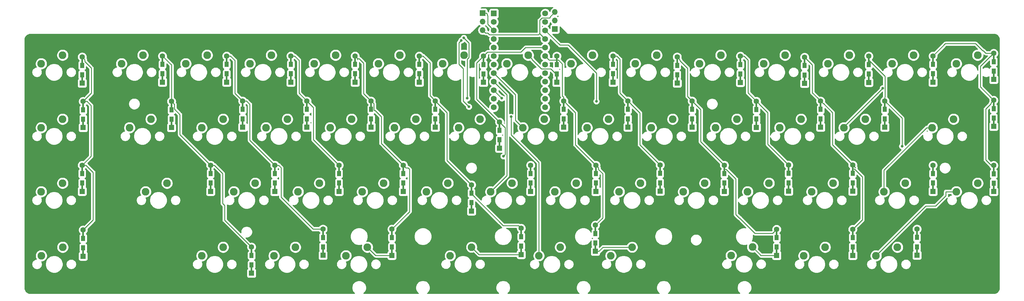
<source format=gtl>
G04 #@! TF.GenerationSoftware,KiCad,Pcbnew,(5.1.2)-1*
G04 #@! TF.CreationDate,2020-06-05T12:30:06-05:00*
G04 #@! TF.ProjectId,Nightmare compact,4e696768-746d-4617-9265-20636f6d7061,rev?*
G04 #@! TF.SameCoordinates,Original*
G04 #@! TF.FileFunction,Copper,L1,Top*
G04 #@! TF.FilePolarity,Positive*
%FSLAX46Y46*%
G04 Gerber Fmt 4.6, Leading zero omitted, Abs format (unit mm)*
G04 Created by KiCad (PCBNEW (5.1.2)-1) date 2020-06-05 12:30:06*
%MOMM*%
%LPD*%
G04 APERTURE LIST*
%ADD10O,1.700000X1.700000*%
%ADD11R,1.700000X1.700000*%
%ADD12R,1.200000X1.600000*%
%ADD13C,1.600000*%
%ADD14R,1.600000X1.600000*%
%ADD15R,0.500000X2.500000*%
%ADD16C,2.286000*%
%ADD17C,2.250000*%
%ADD18R,1.752600X1.752600*%
%ADD19C,1.752600*%
%ADD20C,0.800000*%
%ADD21C,0.250000*%
%ADD22C,0.254000*%
G04 APERTURE END LIST*
D10*
X335756250Y-92551250D03*
X335756250Y-95091250D03*
D11*
X335756250Y-97631250D03*
D10*
X314325000Y-97948750D03*
X314325000Y-95408750D03*
D11*
X314325000Y-92868750D03*
D12*
X325751184Y-162217066D03*
X325751184Y-159417066D03*
D13*
X325751184Y-156917066D03*
D14*
X325751184Y-164717066D03*
D15*
X325751184Y-158117066D03*
X325751184Y-163517066D03*
D16*
X189738000Y-162528250D03*
X183388000Y-165068250D03*
D15*
X287397184Y-163771066D03*
X287397184Y-158371066D03*
D14*
X287397184Y-164971066D03*
D13*
X287397184Y-157171066D03*
D12*
X287397184Y-159671066D03*
X287397184Y-162471066D03*
D16*
X437367944Y-162528250D03*
X431017944Y-165068250D03*
D15*
X401544784Y-163796466D03*
X401544784Y-158396466D03*
D14*
X401544784Y-164996466D03*
D13*
X401544784Y-157196466D03*
D12*
X401544784Y-159696466D03*
X401544784Y-162496466D03*
D16*
X454830424Y-146018266D03*
X461180424Y-143478266D03*
X220674376Y-143478266D03*
X214324376Y-146018266D03*
X380217992Y-143478266D03*
X373867992Y-146018266D03*
X354818008Y-146018266D03*
X361168008Y-143478266D03*
X240518104Y-146018266D03*
X246868104Y-143478266D03*
X258754496Y-162528250D03*
X252404496Y-165068250D03*
X418317960Y-143478266D03*
X411967960Y-146018266D03*
X435780440Y-107918298D03*
X442130440Y-105378298D03*
X335768024Y-146018266D03*
X342118024Y-143478266D03*
X183368152Y-146018266D03*
X189718152Y-143478266D03*
X323068040Y-143478266D03*
X316718040Y-146018266D03*
X439749192Y-143478266D03*
X433399192Y-146018266D03*
X304018056Y-143478266D03*
X297668056Y-146018266D03*
X237343112Y-162528250D03*
X230993112Y-165068250D03*
X284968072Y-143478266D03*
X278618072Y-146018266D03*
X409586712Y-165068250D03*
X415936712Y-162528250D03*
X392917976Y-146018266D03*
X399267976Y-143478266D03*
X265918088Y-143478266D03*
X259568088Y-146018266D03*
D15*
X257424968Y-106834858D03*
D12*
X257424968Y-108134858D03*
X257424968Y-110934858D03*
D15*
X257424968Y-112234858D03*
D13*
X257424968Y-105634858D03*
D14*
X257424968Y-113434858D03*
X409824840Y-113793458D03*
D13*
X409824840Y-105993458D03*
D15*
X409824840Y-112593458D03*
D12*
X409824840Y-111293458D03*
X409824840Y-108493458D03*
D15*
X409824840Y-107193458D03*
D14*
X295524936Y-113434858D03*
D13*
X295524936Y-105634858D03*
D15*
X295524936Y-112234858D03*
D12*
X295524936Y-110934858D03*
X295524936Y-108134858D03*
D15*
X295524936Y-106834858D03*
X281237448Y-120229378D03*
D12*
X281237448Y-121529378D03*
X281237448Y-124329378D03*
D15*
X281237448Y-125629378D03*
D13*
X281237448Y-119029378D03*
D14*
X281237448Y-126829378D03*
X319337416Y-133080154D03*
D13*
X319337416Y-125280154D03*
D15*
X319337416Y-131880154D03*
D12*
X319337416Y-130580154D03*
X319337416Y-127780154D03*
D15*
X319337416Y-126480154D03*
X300287432Y-120229378D03*
D12*
X300287432Y-121529378D03*
X300287432Y-124329378D03*
D15*
X300287432Y-125629378D03*
D13*
X300287432Y-119029378D03*
D14*
X300287432Y-126829378D03*
X262187464Y-126829378D03*
D13*
X262187464Y-119029378D03*
D15*
X262187464Y-125629378D03*
D12*
X262187464Y-124329378D03*
X262187464Y-121529378D03*
D15*
X262187464Y-120229378D03*
X243137480Y-120229378D03*
D12*
X243137480Y-121529378D03*
X243137480Y-124329378D03*
D15*
X243137480Y-125629378D03*
D13*
X243137480Y-119029378D03*
D14*
X243137480Y-126829378D03*
X352972544Y-113434858D03*
D13*
X352972544Y-105634858D03*
D15*
X352972544Y-112234858D03*
D12*
X352972544Y-110934858D03*
X352972544Y-108134858D03*
D15*
X352972544Y-106834858D03*
X390774856Y-106895802D03*
D12*
X390774856Y-108195802D03*
X390774856Y-110995802D03*
D15*
X390774856Y-112295802D03*
D13*
X390774856Y-105695802D03*
D14*
X390774856Y-113495802D03*
D15*
X314574920Y-106865330D03*
D12*
X314574920Y-108165330D03*
X314574920Y-110965330D03*
D15*
X314574920Y-112265330D03*
D13*
X314574920Y-105665330D03*
D14*
X314574920Y-113465330D03*
X372022528Y-113732514D03*
D13*
X372022528Y-105932514D03*
D15*
X372022528Y-112532514D03*
D12*
X372022528Y-111232514D03*
X372022528Y-108432514D03*
D15*
X372022528Y-107132514D03*
X336303808Y-106865330D03*
D12*
X336303808Y-108165330D03*
X336303808Y-110965330D03*
D15*
X336303808Y-112265330D03*
D13*
X336303808Y-105665330D03*
D14*
X336303808Y-113465330D03*
D15*
X276474952Y-106834858D03*
D12*
X276474952Y-108134858D03*
X276474952Y-110934858D03*
D15*
X276474952Y-112234858D03*
D13*
X276474952Y-105634858D03*
D14*
X276474952Y-113434858D03*
X222003904Y-126948130D03*
D13*
X222003904Y-119148130D03*
D15*
X222003904Y-125748130D03*
D12*
X222003904Y-124448130D03*
X222003904Y-121648130D03*
D15*
X222003904Y-120348130D03*
X428874824Y-106895802D03*
D12*
X428874824Y-108195802D03*
X428874824Y-110995802D03*
D15*
X428874824Y-112295802D03*
D13*
X428874824Y-105695802D03*
D14*
X428874824Y-113495802D03*
D15*
X195810176Y-120348130D03*
D12*
X195810176Y-121648130D03*
X195810176Y-124448130D03*
D15*
X195810176Y-125748130D03*
D13*
X195810176Y-119148130D03*
D14*
X195810176Y-126948130D03*
D15*
X465931250Y-106043750D03*
D12*
X465931250Y-107343750D03*
X465931250Y-110143750D03*
D15*
X465931250Y-111443750D03*
D13*
X465931250Y-104843750D03*
D14*
X465931250Y-112643750D03*
D17*
X331005528Y-165068250D03*
X337355528Y-162528250D03*
X304694584Y-165058866D03*
X311044584Y-162518866D03*
X352319584Y-165058866D03*
X358669584Y-162518866D03*
D15*
X347750184Y-157180266D03*
D12*
X347750184Y-158480266D03*
X347750184Y-161280266D03*
D15*
X347750184Y-162580266D03*
D13*
X347750184Y-155980266D03*
D14*
X347750184Y-163780266D03*
D16*
X245280600Y-107918298D03*
X251630600Y-105378298D03*
X226230616Y-107918298D03*
X232580616Y-105378298D03*
D14*
X465931250Y-145998114D03*
D13*
X465931250Y-138198114D03*
D15*
X465931250Y-144798114D03*
D12*
X465931250Y-143498114D03*
X465931250Y-140698114D03*
D15*
X465931250Y-139398114D03*
X443162312Y-158329346D03*
D12*
X443162312Y-159629346D03*
X443162312Y-162429346D03*
D15*
X443162312Y-163729346D03*
D13*
X443162312Y-157129346D03*
D14*
X443162312Y-164929346D03*
D15*
X447924808Y-139340306D03*
D12*
X447924808Y-140640306D03*
X447924808Y-143440306D03*
D15*
X447924808Y-144740306D03*
D13*
X447924808Y-138140306D03*
D14*
X447924808Y-145940306D03*
D15*
X195810176Y-158627002D03*
D12*
X195810176Y-159927002D03*
X195810176Y-162727002D03*
D15*
X195810176Y-164027002D03*
D13*
X195810176Y-157427002D03*
D14*
X195810176Y-165227002D03*
X424112328Y-164990290D03*
D13*
X424112328Y-157190290D03*
D15*
X424112328Y-163790290D03*
D12*
X424112328Y-162490290D03*
X424112328Y-159690290D03*
D15*
X424112328Y-158390290D03*
X245750184Y-163680266D03*
D12*
X245750184Y-164980266D03*
X245750184Y-167780266D03*
D15*
X245750184Y-169080266D03*
D13*
X245750184Y-162480266D03*
D14*
X245750184Y-170280266D03*
X266949960Y-164959818D03*
D13*
X266949960Y-157159818D03*
D15*
X266949960Y-163759818D03*
D12*
X266949960Y-162459818D03*
X266949960Y-159659818D03*
D15*
X266949960Y-158359818D03*
D14*
X424112328Y-145879362D03*
D13*
X424112328Y-138079362D03*
D15*
X424112328Y-144679362D03*
D12*
X424112328Y-143379362D03*
X424112328Y-140579362D03*
D15*
X424112328Y-139279362D03*
D16*
X207180632Y-107918298D03*
X213530632Y-105378298D03*
X321480536Y-107918298D03*
X327830536Y-105378298D03*
X308780552Y-105378298D03*
X302430552Y-107918298D03*
X289730568Y-105378298D03*
X283380568Y-107918298D03*
D14*
X465931250Y-126612500D03*
D13*
X465931250Y-118812500D03*
D15*
X465931250Y-125412500D03*
D12*
X465931250Y-124112500D03*
X465931250Y-121312500D03*
D15*
X465931250Y-120012500D03*
D16*
X264330584Y-107918298D03*
X270680584Y-105378298D03*
X183368309Y-107918391D03*
X189718309Y-105378391D03*
X189718152Y-124428282D03*
X183368152Y-126968282D03*
X359580504Y-107918298D03*
X365930504Y-105378298D03*
X423080456Y-105378298D03*
X416730456Y-107918298D03*
X461180424Y-105378298D03*
X454830424Y-107918298D03*
X209561880Y-126968282D03*
X215911880Y-124428282D03*
X326243032Y-126968282D03*
X332593032Y-124428282D03*
X269093080Y-126968282D03*
X275443080Y-124428282D03*
X384980488Y-105378298D03*
X378630488Y-107918298D03*
X313543048Y-124428282D03*
X307193048Y-126968282D03*
X288143064Y-126968282D03*
X294493064Y-124428282D03*
X346880520Y-105378298D03*
X340530520Y-107918298D03*
X397680472Y-107918298D03*
X404030472Y-105378298D03*
X250043096Y-126968282D03*
X256393096Y-124428282D03*
X408792968Y-124428282D03*
X402442968Y-126968282D03*
X383392984Y-126968282D03*
X389742984Y-124428282D03*
X351643016Y-124428282D03*
X345293016Y-126968282D03*
X370693000Y-124428282D03*
X364343000Y-126968282D03*
X237343112Y-124428282D03*
X230993112Y-126968282D03*
D14*
X376487368Y-126829378D03*
D13*
X376487368Y-119029378D03*
D15*
X376487368Y-125629378D03*
D12*
X376487368Y-124329378D03*
X376487368Y-121529378D03*
D15*
X376487368Y-120229378D03*
X414587336Y-120229378D03*
D12*
X414587336Y-121529378D03*
X414587336Y-124329378D03*
D15*
X414587336Y-125629378D03*
D13*
X414587336Y-119029378D03*
D14*
X414587336Y-126829378D03*
D15*
X405062344Y-139279362D03*
D12*
X405062344Y-140579362D03*
X405062344Y-143379362D03*
D15*
X405062344Y-144679362D03*
D13*
X405062344Y-138079362D03*
D14*
X405062344Y-145879362D03*
X366962376Y-145879362D03*
D13*
X366962376Y-138079362D03*
D15*
X366962376Y-144679362D03*
D12*
X366962376Y-143379362D03*
X366962376Y-140579362D03*
D15*
X366962376Y-139279362D03*
D14*
X252662472Y-145940306D03*
D13*
X252662472Y-138140306D03*
D15*
X252662472Y-144740306D03*
D12*
X252662472Y-143440306D03*
X252662472Y-140640306D03*
D15*
X252662472Y-139340306D03*
X395537352Y-120290322D03*
D12*
X395537352Y-121590322D03*
X395537352Y-124390322D03*
D15*
X395537352Y-125690322D03*
D13*
X395537352Y-119090322D03*
D14*
X395537352Y-126890322D03*
X338387400Y-126829378D03*
D13*
X338387400Y-119029378D03*
D15*
X338387400Y-125629378D03*
D12*
X338387400Y-124329378D03*
X338387400Y-121529378D03*
D15*
X338387400Y-120229378D03*
X433637320Y-120229378D03*
D12*
X433637320Y-121529378D03*
X433637320Y-124329378D03*
D15*
X433637320Y-125629378D03*
D13*
X433637320Y-119029378D03*
D14*
X433637320Y-126829378D03*
X447924808Y-113434858D03*
D13*
X447924808Y-105634858D03*
D15*
X447924808Y-112234858D03*
D12*
X447924808Y-110934858D03*
X447924808Y-108134858D03*
D15*
X447924808Y-106834858D03*
D14*
X328564752Y-145940306D03*
D13*
X328564752Y-138140306D03*
D15*
X328564752Y-144740306D03*
D12*
X328564752Y-143440306D03*
X328564752Y-140640306D03*
D15*
X328564752Y-139340306D03*
D14*
X357437384Y-126829378D03*
D13*
X357437384Y-119029378D03*
D15*
X357437384Y-125629378D03*
D12*
X357437384Y-124329378D03*
X357437384Y-121529378D03*
D15*
X357437384Y-120229378D03*
D14*
X195512520Y-145940306D03*
D13*
X195512520Y-138140306D03*
D15*
X195512520Y-144740306D03*
D12*
X195512520Y-143440306D03*
X195512520Y-140640306D03*
D15*
X195512520Y-139340306D03*
X311000184Y-145180266D03*
D12*
X311000184Y-146480266D03*
X311000184Y-149280266D03*
D15*
X311000184Y-150580266D03*
D13*
X311000184Y-143980266D03*
D14*
X311000184Y-151780266D03*
X290762440Y-145940306D03*
D13*
X290762440Y-138140306D03*
D15*
X290762440Y-144740306D03*
D12*
X290762440Y-143440306D03*
X290762440Y-140640306D03*
D15*
X290762440Y-139340306D03*
X233612488Y-139340306D03*
D12*
X233612488Y-140640306D03*
X233612488Y-143440306D03*
D15*
X233612488Y-144740306D03*
D13*
X233612488Y-138140306D03*
D14*
X233612488Y-145940306D03*
X386012360Y-145940306D03*
D13*
X386012360Y-138140306D03*
D15*
X386012360Y-144740306D03*
D12*
X386012360Y-143440306D03*
X386012360Y-140640306D03*
D15*
X386012360Y-139340306D03*
X271712456Y-139340306D03*
D12*
X271712456Y-140640306D03*
X271712456Y-143440306D03*
D15*
X271712456Y-144740306D03*
D13*
X271712456Y-138140306D03*
D14*
X271712456Y-145940306D03*
D15*
X347912392Y-139340306D03*
D12*
X347912392Y-140640306D03*
X347912392Y-143440306D03*
D15*
X347912392Y-144740306D03*
D13*
X347912392Y-138140306D03*
D14*
X347912392Y-145940306D03*
D16*
X280107384Y-162518866D03*
X273757384Y-165058866D03*
D15*
X195512520Y-107132514D03*
D12*
X195512520Y-108432514D03*
X195512520Y-111232514D03*
D15*
X195512520Y-112532514D03*
D13*
X195512520Y-105932514D03*
D14*
X195512520Y-113732514D03*
D16*
X427842952Y-124428282D03*
X421492952Y-126968282D03*
X394381984Y-162493466D03*
X388031984Y-165033466D03*
X454036680Y-124428282D03*
X447686680Y-126968282D03*
D18*
X317648584Y-92978746D03*
D19*
X317648584Y-95518746D03*
X317648584Y-98058746D03*
X317648584Y-100598746D03*
X317648584Y-103138746D03*
X317648584Y-105678746D03*
X317648584Y-108218746D03*
X317648584Y-110758746D03*
X317648584Y-113298746D03*
X317648584Y-115838746D03*
X317648584Y-118378746D03*
X332888584Y-120918746D03*
X332888584Y-118378746D03*
X332888584Y-115838746D03*
X332888584Y-113298746D03*
X332888584Y-110758746D03*
X332888584Y-108218746D03*
X332888584Y-105678746D03*
X332888584Y-103138746D03*
X332888584Y-100598746D03*
X332888584Y-98058746D03*
X332888584Y-95518746D03*
X317648584Y-120918746D03*
X332888584Y-92978746D03*
D15*
X219325000Y-106834858D03*
D12*
X219325000Y-108134858D03*
X219325000Y-110934858D03*
D15*
X219325000Y-112234858D03*
D13*
X219325000Y-105634858D03*
D14*
X219325000Y-113434858D03*
D15*
X238374984Y-106834858D03*
D12*
X238374984Y-108134858D03*
X238374984Y-110934858D03*
D15*
X238374984Y-112234858D03*
D13*
X238374984Y-105634858D03*
D14*
X238374984Y-113434858D03*
D20*
X308750184Y-100230266D03*
X309750184Y-118230266D03*
X308000184Y-100980266D03*
X310250184Y-120730266D03*
X320500184Y-135480266D03*
X438750184Y-132480266D03*
X320000184Y-118230266D03*
X322750184Y-123730266D03*
X348070564Y-119107646D03*
X433000184Y-115230266D03*
D21*
X195512520Y-157129346D02*
X195810176Y-157427002D01*
X195512520Y-118850474D02*
X195810176Y-119148130D01*
X196312519Y-107260901D02*
X198281284Y-109229666D01*
X198776584Y-154460594D02*
X195810176Y-157427002D01*
X196941546Y-119148130D02*
X198154284Y-120360868D01*
X195810176Y-119148130D02*
X196941546Y-119148130D01*
X198281284Y-109229666D02*
X198281284Y-116677022D01*
X198154284Y-135498542D02*
X195512520Y-138140306D01*
X195512520Y-105932514D02*
X196312519Y-106732513D01*
X195810176Y-137842650D02*
X195512520Y-138140306D01*
X308750184Y-100230266D02*
X310248553Y-101728635D01*
X310248553Y-106082939D02*
X309750184Y-106581308D01*
X310248553Y-101728635D02*
X310248553Y-106082939D01*
X189858397Y-105378391D02*
X189718309Y-105378391D01*
X196312519Y-106732513D02*
X196312519Y-107260901D01*
X198281284Y-116677022D02*
X195810176Y-119148130D01*
X196643890Y-138140306D02*
X198776584Y-140273000D01*
X198154284Y-120360868D02*
X198154284Y-135498542D01*
X195512520Y-138140306D02*
X196643890Y-138140306D01*
X195512520Y-111232514D02*
X195512520Y-111032514D01*
X309750184Y-106581308D02*
X309750184Y-118230266D01*
X198776584Y-140273000D02*
X198776584Y-154460594D01*
X308000184Y-100980266D02*
X307312551Y-101667899D01*
X308559453Y-119039535D02*
X310250184Y-120730266D01*
X308559453Y-109345225D02*
X308559453Y-119039535D01*
X307312551Y-101667899D02*
X307312551Y-108098323D01*
X307312551Y-108098323D02*
X308559453Y-109345225D01*
X224519484Y-123076281D02*
X224519484Y-129047302D01*
X222855447Y-119948129D02*
X222855447Y-121412244D01*
X234743858Y-138140306D02*
X237194084Y-140590532D01*
X222003904Y-108313762D02*
X222003904Y-119148130D01*
X222003904Y-119148130D02*
X222803903Y-119948129D01*
X237194084Y-149526766D02*
X237765584Y-150098266D01*
X224519484Y-129047302D02*
X233612488Y-138140306D01*
X237765584Y-154495666D02*
X245750184Y-162480266D01*
X237765584Y-150098266D02*
X237765584Y-154495666D01*
X233612488Y-138140306D02*
X234743858Y-138140306D01*
X237194084Y-140590532D02*
X237194084Y-149526766D01*
X219325000Y-105634858D02*
X222003904Y-108313762D01*
X222803903Y-119948129D02*
X222855447Y-119948129D01*
X222855447Y-121412244D02*
X224519484Y-123076281D01*
X245271284Y-130749118D02*
X252662472Y-138140306D01*
X245271284Y-120031812D02*
X245271284Y-130749118D01*
X244268850Y-119029378D02*
X245271284Y-120031812D01*
X254542284Y-138888748D02*
X254542284Y-147672566D01*
X252662472Y-138140306D02*
X253793842Y-138140306D01*
X254542284Y-147672566D02*
X264029536Y-157159818D01*
X243137480Y-119029378D02*
X244268850Y-119029378D01*
X240826284Y-116718182D02*
X243137480Y-119029378D01*
X264029536Y-157159818D02*
X266949960Y-157159818D01*
X240826284Y-106954788D02*
X240826284Y-116718182D01*
X253793842Y-138140306D02*
X254542284Y-138888748D01*
X239506354Y-105634858D02*
X240826284Y-106954788D01*
X238374984Y-105634858D02*
X239506354Y-105634858D01*
X262187464Y-119029378D02*
X264122552Y-120964466D01*
X264122552Y-130550402D02*
X271712456Y-138140306D01*
X264122552Y-120964466D02*
X264122552Y-130550402D01*
X259838184Y-106916704D02*
X259838184Y-116680098D01*
X258556338Y-105634858D02*
X259838184Y-106916704D01*
X257424968Y-105634858D02*
X258556338Y-105634858D01*
X259838184Y-116680098D02*
X262187464Y-119029378D01*
X287397184Y-158371066D02*
X287397184Y-157371066D01*
X282363195Y-121818197D02*
X284247584Y-123702586D01*
X282037447Y-119829377D02*
X282058395Y-119829377D01*
X284247584Y-123702586D02*
X284247584Y-131625450D01*
X277668175Y-106434857D02*
X279040584Y-107807266D01*
X279040584Y-116832514D02*
X281237448Y-119029378D01*
X290762440Y-139271676D02*
X290762440Y-138140306D01*
X277274951Y-106434857D02*
X277274951Y-106778233D01*
X292637204Y-139389626D02*
X292637204Y-151931046D01*
X276474952Y-105634858D02*
X277274951Y-106434857D01*
X290762440Y-138140306D02*
X291562439Y-138940305D01*
X279040584Y-107807266D02*
X279040584Y-116832514D01*
X292637204Y-151931046D02*
X287397184Y-157171066D01*
X277274951Y-106434857D02*
X277668175Y-106434857D01*
X291562439Y-138940305D02*
X292187883Y-138940305D01*
X292187883Y-138940305D02*
X292637204Y-139389626D01*
X284247584Y-131625450D02*
X290762440Y-138140306D01*
X281237448Y-119029378D02*
X282037447Y-119829377D01*
X282058395Y-119829377D02*
X282058395Y-121818197D01*
X282058395Y-121818197D02*
X282363195Y-121818197D01*
X311000184Y-146680266D02*
X311000184Y-145111636D01*
X298725584Y-107704136D02*
X298725584Y-117467530D01*
X325751184Y-156917066D02*
X324951185Y-156117067D01*
X303750184Y-131342130D02*
X303750184Y-122492130D01*
X295524936Y-105634858D02*
X296656306Y-105634858D01*
X303750184Y-122492130D02*
X300287432Y-119029378D01*
X296656306Y-105634858D02*
X298725584Y-107704136D01*
X324951185Y-156117067D02*
X320436985Y-156117067D01*
X311000184Y-151580266D02*
X311000184Y-150580266D01*
X320436985Y-156117067D02*
X311000184Y-146680266D01*
X303750184Y-131342130D02*
X303750184Y-136730266D01*
X311000184Y-145111636D02*
X311000184Y-143980266D01*
X303750184Y-136730266D02*
X311000184Y-143980266D01*
X298725584Y-117467530D02*
X299487433Y-118229379D01*
X299487433Y-118229379D02*
X300287432Y-119029378D01*
X314574920Y-105665330D02*
X315762805Y-104477445D01*
X314574920Y-105665330D02*
X312545553Y-107694697D01*
X319337416Y-125280154D02*
X320861684Y-126804422D01*
X312545553Y-118488291D02*
X319337416Y-125280154D01*
X312545553Y-107694697D02*
X312545553Y-118488291D01*
X320861684Y-126804422D02*
X320951080Y-126804422D01*
X320951080Y-126804422D02*
X321021704Y-126875046D01*
X321021704Y-134958746D02*
X320500184Y-135480266D01*
X321021704Y-126875046D02*
X321021704Y-134958746D01*
X319497363Y-104477445D02*
X319500184Y-104480266D01*
X315762805Y-104477445D02*
X319497363Y-104477445D01*
X338387400Y-119029378D02*
X339187399Y-119829377D01*
X338387400Y-117898008D02*
X338387400Y-119029378D01*
X339187399Y-119859181D02*
X341816684Y-122488466D01*
X341816684Y-132044598D02*
X347912392Y-138140306D01*
X341816684Y-122488466D02*
X341816684Y-132044598D01*
X337974344Y-117484952D02*
X338387400Y-117898008D01*
X336303808Y-106865330D02*
X336803808Y-106865330D01*
X337974344Y-108035866D02*
X337974344Y-117484952D01*
X336803808Y-106865330D02*
X337974344Y-108035866D01*
X339187399Y-119829377D02*
X339187399Y-119859181D01*
X349934524Y-153795926D02*
X347750184Y-155980266D01*
X349934524Y-140659626D02*
X349934524Y-153795926D01*
X348712391Y-138940305D02*
X348712391Y-139437493D01*
X348712391Y-139437493D02*
X349934524Y-140659626D01*
X347912392Y-138140306D02*
X348712391Y-138940305D01*
X358237383Y-119871865D02*
X360942884Y-122577366D01*
X354103914Y-105634858D02*
X355075484Y-106606428D01*
X355075484Y-106606428D02*
X355075484Y-116667478D01*
X355075484Y-116667478D02*
X357437384Y-119029378D01*
X360942884Y-122577366D02*
X360942884Y-132059870D01*
X352972544Y-105634858D02*
X354103914Y-105634858D01*
X360942884Y-132059870D02*
X366962376Y-138079362D01*
X357437384Y-119029378D02*
X358237383Y-119829377D01*
X358237383Y-119829377D02*
X358237383Y-119871865D01*
X372822527Y-106986909D02*
X375108464Y-109272846D01*
X375108464Y-117650474D02*
X376487368Y-119029378D01*
X375108464Y-109272846D02*
X375108464Y-117650474D01*
X376487368Y-119029378D02*
X379014984Y-121556994D01*
X379014984Y-131142930D02*
X386012360Y-138140306D01*
X379014984Y-121556994D02*
X379014984Y-131142930D01*
X386012360Y-139271676D02*
X386012360Y-138140306D01*
X372822527Y-106732513D02*
X372822527Y-106986909D01*
X372022528Y-105932514D02*
X372822527Y-106732513D01*
X386512360Y-139340306D02*
X386012360Y-139340306D01*
X389444224Y-142272170D02*
X386512360Y-139340306D01*
X390538964Y-153900646D02*
X389444224Y-152805906D01*
X401544784Y-157196466D02*
X400344784Y-158396466D01*
X395113524Y-158396466D02*
X390617704Y-153900646D01*
X389444224Y-152805906D02*
X389444224Y-142272170D01*
X390617704Y-153900646D02*
X390538964Y-153900646D01*
X400344784Y-158396466D02*
X395113524Y-158396466D01*
X391906226Y-105695802D02*
X393023084Y-106812660D01*
X393023084Y-116576054D02*
X395537352Y-119090322D01*
X395537352Y-119090322D02*
X396337351Y-119890321D01*
X396337351Y-119935333D02*
X398915884Y-122513866D01*
X398915884Y-131932902D02*
X405062344Y-138079362D01*
X398915884Y-122513866D02*
X398915884Y-131932902D01*
X396337351Y-119890321D02*
X396337351Y-119935333D01*
X390774856Y-105695802D02*
X391906226Y-105695802D01*
X393023084Y-106812660D02*
X393023084Y-116576054D01*
X424612328Y-139279362D02*
X426970184Y-141637218D01*
X424112328Y-139279362D02*
X424612328Y-139279362D01*
X426970184Y-154332434D02*
X424112328Y-157190290D01*
X426970184Y-141637218D02*
X426970184Y-154332434D01*
X412098484Y-116540526D02*
X413787337Y-118229379D01*
X415459195Y-119829377D02*
X418118284Y-122488466D01*
X412098484Y-108267102D02*
X412098484Y-116540526D01*
X415387335Y-119829377D02*
X415459195Y-119829377D01*
X418118284Y-132085318D02*
X424112328Y-138079362D01*
X418118284Y-122488466D02*
X418118284Y-132085318D01*
X413787337Y-118229379D02*
X414587336Y-119029378D01*
X414587336Y-119029378D02*
X415387335Y-119829377D01*
X409824840Y-105993458D02*
X412098484Y-108267102D01*
X424112328Y-138079362D02*
X424912327Y-138879361D01*
X424912327Y-138879361D02*
X424912327Y-138947209D01*
X438750184Y-124142242D02*
X433637320Y-119029378D01*
X438750184Y-132480266D02*
X438750184Y-124142242D01*
X428874824Y-106827172D02*
X428874824Y-105695802D01*
X460561684Y-101965266D02*
X451594400Y-101965266D01*
X451594400Y-101965266D02*
X447924808Y-105634858D01*
X357053138Y-162518866D02*
X358669584Y-162518866D01*
X350061584Y-162518866D02*
X357053138Y-162518866D01*
X347750184Y-163780266D02*
X348800184Y-163780266D01*
X348800184Y-163780266D02*
X350061584Y-162518866D01*
X324067283Y-117177445D02*
X318524883Y-111635045D01*
X324067283Y-124792533D02*
X324067283Y-117177445D01*
X326243032Y-126968282D02*
X324067283Y-124792533D01*
X318524883Y-111635045D02*
X317648584Y-110758746D01*
X321527283Y-117177445D02*
X318524883Y-114175045D01*
X433399192Y-144401820D02*
X433399192Y-146018266D01*
X447686680Y-126968282D02*
X446070234Y-126968282D01*
X321527283Y-141209023D02*
X321527283Y-117177445D01*
X316718040Y-146018266D02*
X321527283Y-141209023D01*
X446070234Y-126968282D02*
X433399192Y-139639324D01*
X433399192Y-139639324D02*
X433399192Y-144401820D01*
X318524883Y-114175045D02*
X317648584Y-113298746D01*
X331005528Y-165068250D02*
X331005528Y-137353780D01*
X331005528Y-137353780D02*
X322750184Y-129098436D01*
X451772524Y-146018266D02*
X451772524Y-147216126D01*
X454830424Y-146018266D02*
X451772524Y-146018266D01*
X448682992Y-150305658D02*
X445780536Y-150305658D01*
X451772524Y-147216126D02*
X448682992Y-150305658D01*
X445780536Y-150305658D02*
X431017944Y-165068250D01*
X322750184Y-129098436D02*
X322750184Y-123730266D01*
X317648584Y-115878666D02*
X317648584Y-115838746D01*
X320000184Y-118230266D02*
X317648584Y-115878666D01*
X287397184Y-164971066D02*
X282559584Y-164971066D01*
X282559584Y-164971066D02*
X280107384Y-162518866D01*
X325751184Y-164717066D02*
X313242784Y-164717066D01*
X313242784Y-164717066D02*
X311044584Y-162518866D01*
X401544784Y-164996466D02*
X396884984Y-164996466D01*
X396884984Y-164996466D02*
X394381984Y-162493466D01*
X334075168Y-106865330D02*
X332888584Y-105678746D01*
X336303808Y-106865330D02*
X334075168Y-106865330D01*
X328973535Y-106521297D02*
X328973535Y-106700675D01*
X327830536Y-105378298D02*
X328973535Y-106521297D01*
X336303808Y-111265330D02*
X334525178Y-109486700D01*
X336303808Y-112265330D02*
X336303808Y-111265330D01*
X331759560Y-109486700D02*
X331558900Y-109286040D01*
X334525178Y-109486700D02*
X331759560Y-109486700D01*
X328973535Y-106700675D02*
X331558900Y-109286040D01*
X421492952Y-126737498D02*
X421492952Y-126968282D01*
X433000184Y-115230266D02*
X421492952Y-126737498D01*
X433637320Y-119029378D02*
X433637320Y-117898008D01*
X433725185Y-111677533D02*
X428874824Y-106827172D01*
X433637320Y-117898008D02*
X433725185Y-117810143D01*
X433725185Y-117810143D02*
X433725185Y-111677533D01*
X325699495Y-104477445D02*
X319497363Y-104477445D01*
X327038194Y-103138746D02*
X325699495Y-104477445D01*
X332888584Y-103138746D02*
X327038194Y-103138746D01*
X465131251Y-119612499D02*
X465131251Y-119862499D01*
X465931250Y-118812500D02*
X465131251Y-119612499D01*
X465131251Y-119862499D02*
X463550000Y-121443750D01*
X463550000Y-121443750D02*
X463550000Y-136525000D01*
X463550000Y-136525000D02*
X465137500Y-138112500D01*
X462845541Y-104070541D02*
X463550000Y-104775000D01*
X462666959Y-104070541D02*
X462845541Y-104070541D01*
X465931250Y-104775000D02*
X463550000Y-104775000D01*
X462666959Y-104070541D02*
X460561684Y-101965266D01*
X465131251Y-105643749D02*
X465062501Y-105643749D01*
X465931250Y-104843750D02*
X465131251Y-105643749D01*
X465062501Y-105643749D02*
X461962500Y-108743750D01*
X465131251Y-118012501D02*
X465931250Y-118812500D01*
X461962500Y-114843750D02*
X465131251Y-118012501D01*
X461962500Y-108743750D02*
X461962500Y-114843750D01*
X348070564Y-118357646D02*
X348070564Y-119107646D01*
X348070564Y-110756368D02*
X348070564Y-118357646D01*
X339707946Y-102393750D02*
X348070564Y-110756368D01*
X337223588Y-102393750D02*
X339707946Y-102393750D01*
X332888584Y-98058746D02*
X337223588Y-102393750D01*
X316772285Y-97182447D02*
X316772285Y-97100385D01*
X317648584Y-98058746D02*
X316772285Y-97182447D01*
X316772285Y-97100385D02*
X315864240Y-96192340D01*
X315864240Y-93665040D02*
X315708386Y-93509185D01*
X315864240Y-96192340D02*
X315864240Y-93665040D01*
X315425000Y-92868750D02*
X314325000Y-92868750D01*
X315708386Y-93152136D02*
X315425000Y-92868750D01*
X315708386Y-93509185D02*
X315708386Y-93152136D01*
X332888584Y-100598746D02*
X331226160Y-98936322D01*
X331226160Y-98936322D02*
X331226160Y-95013780D01*
X331226160Y-95013780D02*
X331947520Y-94292420D01*
X331947520Y-94292420D02*
X334274160Y-94292420D01*
X334274160Y-94033340D02*
X335756250Y-92551250D01*
X334274160Y-94292420D02*
X334274160Y-94033340D01*
X315174999Y-98798749D02*
X315839209Y-98798749D01*
X314325000Y-97948750D02*
X315174999Y-98798749D01*
X315839209Y-98798749D02*
X316367160Y-99326700D01*
X330835782Y-99326700D02*
X331226160Y-98936322D01*
X316367160Y-99326700D02*
X330835782Y-99326700D01*
D22*
G36*
X313495986Y-96649456D02*
G01*
X313550791Y-96678750D01*
X313495986Y-96708044D01*
X313269866Y-96893616D01*
X313084294Y-97119736D01*
X312946401Y-97377716D01*
X312861487Y-97657639D01*
X312832815Y-97948750D01*
X312861487Y-98239861D01*
X312946401Y-98519784D01*
X313084294Y-98777764D01*
X313269866Y-99003884D01*
X313495986Y-99189456D01*
X313753966Y-99327349D01*
X314033889Y-99412263D01*
X314252050Y-99433750D01*
X314397950Y-99433750D01*
X314616111Y-99412263D01*
X314695302Y-99388241D01*
X314750722Y-99433723D01*
X314879491Y-99502552D01*
X314882752Y-99504295D01*
X315026013Y-99547752D01*
X315137666Y-99558749D01*
X315137675Y-99558749D01*
X315174998Y-99562425D01*
X315212321Y-99558749D01*
X315524407Y-99558749D01*
X315803365Y-99837707D01*
X315827159Y-99866701D01*
X315856152Y-99890495D01*
X315856156Y-99890499D01*
X315922403Y-99944866D01*
X315942884Y-99961674D01*
X316074913Y-100032246D01*
X316218174Y-100075703D01*
X316228975Y-100076767D01*
X316195362Y-100157916D01*
X316137284Y-100449896D01*
X316137284Y-100747596D01*
X316195362Y-101039576D01*
X316309287Y-101314615D01*
X316474680Y-101562144D01*
X316685186Y-101772650D01*
X316829004Y-101868746D01*
X316685186Y-101964842D01*
X316474680Y-102175348D01*
X316309287Y-102422877D01*
X316195362Y-102697916D01*
X316137284Y-102989896D01*
X316137284Y-103287596D01*
X316195362Y-103579576D01*
X316252469Y-103717445D01*
X315800127Y-103717445D01*
X315762804Y-103713769D01*
X315725481Y-103717445D01*
X315725472Y-103717445D01*
X315613819Y-103728442D01*
X315470558Y-103771899D01*
X315338528Y-103842471D01*
X315254888Y-103911113D01*
X315222804Y-103937444D01*
X315199006Y-103966442D01*
X314898806Y-104266642D01*
X314716255Y-104230330D01*
X314433585Y-104230330D01*
X314156346Y-104285477D01*
X313895193Y-104393650D01*
X313660161Y-104550693D01*
X313460283Y-104750571D01*
X313303240Y-104985603D01*
X313195067Y-105246756D01*
X313139920Y-105523995D01*
X313139920Y-105806665D01*
X313176232Y-105989216D01*
X312034556Y-107130893D01*
X312005552Y-107154696D01*
X311955010Y-107216282D01*
X311910579Y-107270421D01*
X311859849Y-107365330D01*
X311840007Y-107402451D01*
X311796550Y-107545712D01*
X311785553Y-107657365D01*
X311785553Y-107657375D01*
X311781877Y-107694697D01*
X311785553Y-107732019D01*
X311785553Y-108989436D01*
X311768295Y-108982287D01*
X311471736Y-108923298D01*
X311169368Y-108923298D01*
X310872809Y-108982287D01*
X310593457Y-109097999D01*
X310510184Y-109153640D01*
X310510184Y-106896109D01*
X310759550Y-106646743D01*
X310788554Y-106622940D01*
X310883527Y-106507215D01*
X310954099Y-106375186D01*
X310997556Y-106231925D01*
X311008553Y-106120272D01*
X311008553Y-106120263D01*
X311012229Y-106082940D01*
X311008553Y-106045617D01*
X311008553Y-101765960D01*
X311012229Y-101728635D01*
X311008553Y-101691310D01*
X311008553Y-101691302D01*
X310997556Y-101579649D01*
X310954099Y-101436388D01*
X310883527Y-101304359D01*
X310788554Y-101188634D01*
X310759557Y-101164837D01*
X309785184Y-100190465D01*
X309785184Y-100128327D01*
X309745410Y-99928368D01*
X309667389Y-99740010D01*
X309554121Y-99570492D01*
X309409958Y-99426329D01*
X309240440Y-99313061D01*
X309052082Y-99235040D01*
X308852123Y-99195266D01*
X308648245Y-99195266D01*
X308448286Y-99235040D01*
X308259928Y-99313061D01*
X308090410Y-99426329D01*
X307946247Y-99570492D01*
X307832979Y-99740010D01*
X307754958Y-99928368D01*
X307745556Y-99975638D01*
X307698286Y-99985040D01*
X307509928Y-100063061D01*
X307340410Y-100176329D01*
X307196247Y-100320492D01*
X307082979Y-100490010D01*
X307004958Y-100678368D01*
X306965184Y-100878327D01*
X306965184Y-100940465D01*
X306801553Y-101104096D01*
X306772550Y-101127898D01*
X306722706Y-101188634D01*
X306677577Y-101243623D01*
X306645149Y-101304292D01*
X306607005Y-101375653D01*
X306563548Y-101518914D01*
X306552551Y-101630567D01*
X306552551Y-101630577D01*
X306548875Y-101667899D01*
X306552551Y-101705222D01*
X306552552Y-107839955D01*
X306499476Y-107829398D01*
X305981628Y-107829398D01*
X305473730Y-107930425D01*
X304995301Y-108128597D01*
X304564726Y-108416298D01*
X304198552Y-108782472D01*
X303910851Y-109213047D01*
X303712679Y-109691476D01*
X303611652Y-110199374D01*
X303611652Y-110717222D01*
X303712679Y-111225120D01*
X303910851Y-111703549D01*
X304198552Y-112134124D01*
X304564726Y-112500298D01*
X304995301Y-112787999D01*
X305473730Y-112986171D01*
X305981628Y-113087198D01*
X306499476Y-113087198D01*
X307007374Y-112986171D01*
X307485803Y-112787999D01*
X307799453Y-112578425D01*
X307799454Y-119002203D01*
X307795777Y-119039535D01*
X307799454Y-119076868D01*
X307810451Y-119188521D01*
X307813668Y-119199126D01*
X307853907Y-119331781D01*
X307924479Y-119463811D01*
X307995654Y-119550537D01*
X308019453Y-119579536D01*
X308048451Y-119603334D01*
X309215184Y-120770068D01*
X309215184Y-120832205D01*
X309254958Y-121032164D01*
X309332979Y-121220522D01*
X309446247Y-121390040D01*
X309590410Y-121534203D01*
X309759928Y-121647471D01*
X309948286Y-121725492D01*
X310148245Y-121765266D01*
X310352123Y-121765266D01*
X310552082Y-121725492D01*
X310740440Y-121647471D01*
X310909958Y-121534203D01*
X311054121Y-121390040D01*
X311167389Y-121220522D01*
X311245410Y-121032164D01*
X311285184Y-120832205D01*
X311285184Y-120628327D01*
X311245410Y-120428368D01*
X311167389Y-120240010D01*
X311054121Y-120070492D01*
X310909958Y-119926329D01*
X310740440Y-119813061D01*
X310552082Y-119735040D01*
X310352123Y-119695266D01*
X310289986Y-119695266D01*
X309858681Y-119263962D01*
X310052082Y-119225492D01*
X310240440Y-119147471D01*
X310409958Y-119034203D01*
X310554121Y-118890040D01*
X310667389Y-118720522D01*
X310745410Y-118532164D01*
X310785184Y-118332205D01*
X310785184Y-118128327D01*
X310745410Y-117928368D01*
X310667389Y-117740010D01*
X310554121Y-117570492D01*
X310510184Y-117526555D01*
X310510184Y-111762956D01*
X310593457Y-111818597D01*
X310872809Y-111934309D01*
X311169368Y-111993298D01*
X311471736Y-111993298D01*
X311768295Y-111934309D01*
X311785553Y-111927160D01*
X311785554Y-118450959D01*
X311781877Y-118488291D01*
X311785554Y-118525624D01*
X311796551Y-118637277D01*
X311809733Y-118680733D01*
X311840007Y-118780537D01*
X311910579Y-118912567D01*
X311981631Y-118999143D01*
X312005553Y-119028292D01*
X312034551Y-119052090D01*
X317938728Y-124956268D01*
X317902416Y-125138819D01*
X317902416Y-125421489D01*
X317957563Y-125698728D01*
X318065736Y-125959881D01*
X318222779Y-126194913D01*
X318422657Y-126394791D01*
X318449344Y-126412623D01*
X318449344Y-126414113D01*
X318382922Y-126449617D01*
X318286231Y-126528969D01*
X318206879Y-126625660D01*
X318147914Y-126735974D01*
X318111604Y-126855672D01*
X318099344Y-126980154D01*
X318099344Y-128580154D01*
X318111604Y-128704636D01*
X318147914Y-128824334D01*
X318206879Y-128934648D01*
X318286231Y-129031339D01*
X318382922Y-129110691D01*
X318493236Y-129169656D01*
X318527843Y-129180154D01*
X318493236Y-129190652D01*
X318382922Y-129249617D01*
X318286231Y-129328969D01*
X318206879Y-129425660D01*
X318147914Y-129535974D01*
X318111604Y-129655672D01*
X318099344Y-129780154D01*
X318099344Y-131380154D01*
X318111604Y-131504636D01*
X318147914Y-131624334D01*
X318206879Y-131734648D01*
X318208113Y-131736152D01*
X318182922Y-131749617D01*
X318086231Y-131828969D01*
X318006879Y-131925660D01*
X317947914Y-132035974D01*
X317911604Y-132155672D01*
X317899344Y-132280154D01*
X317899344Y-133880154D01*
X317911604Y-134004636D01*
X317947914Y-134124334D01*
X318006879Y-134234648D01*
X318086231Y-134331339D01*
X318182922Y-134410691D01*
X318293236Y-134469656D01*
X318412934Y-134505966D01*
X318537416Y-134518226D01*
X320118168Y-134518226D01*
X320009928Y-134563061D01*
X319840410Y-134676329D01*
X319696247Y-134820492D01*
X319582979Y-134990010D01*
X319504958Y-135178368D01*
X319465184Y-135378327D01*
X319465184Y-135582205D01*
X319504958Y-135782164D01*
X319582979Y-135970522D01*
X319696247Y-136140040D01*
X319840410Y-136284203D01*
X320009928Y-136397471D01*
X320198286Y-136475492D01*
X320398245Y-136515266D01*
X320602123Y-136515266D01*
X320767283Y-136482414D01*
X320767283Y-140894221D01*
X317318863Y-144342642D01*
X317236663Y-144308594D01*
X316893158Y-144240266D01*
X316542922Y-144240266D01*
X316199417Y-144308594D01*
X315875841Y-144442623D01*
X315584631Y-144637203D01*
X315336977Y-144884857D01*
X315142397Y-145176067D01*
X315008368Y-145499643D01*
X314940040Y-145843148D01*
X314940040Y-146193384D01*
X315008368Y-146536889D01*
X315142397Y-146860465D01*
X315256536Y-147031286D01*
X315000297Y-147082255D01*
X314720945Y-147197967D01*
X314469535Y-147365954D01*
X314255728Y-147579761D01*
X314087741Y-147831171D01*
X313972029Y-148110523D01*
X313913040Y-148407082D01*
X313913040Y-148518321D01*
X312238256Y-146843537D01*
X312238256Y-145680266D01*
X312225996Y-145555784D01*
X312189686Y-145436086D01*
X312130721Y-145325772D01*
X312051369Y-145229081D01*
X311954678Y-145149729D01*
X311888256Y-145114225D01*
X311888256Y-145112735D01*
X311914943Y-145094903D01*
X312114821Y-144895025D01*
X312271864Y-144659993D01*
X312380037Y-144398840D01*
X312435184Y-144121601D01*
X312435184Y-143838931D01*
X312380037Y-143561692D01*
X312271864Y-143300539D01*
X312114821Y-143065507D01*
X311914943Y-142865629D01*
X311679911Y-142708586D01*
X311418758Y-142600413D01*
X311141519Y-142545266D01*
X310858849Y-142545266D01*
X310676298Y-142581578D01*
X306884203Y-138789483D01*
X309258784Y-138789483D01*
X309258784Y-139131249D01*
X309325459Y-139466447D01*
X309456247Y-139782197D01*
X309646121Y-140066364D01*
X309887786Y-140308029D01*
X310171953Y-140497903D01*
X310487703Y-140628691D01*
X310822901Y-140695366D01*
X311164667Y-140695366D01*
X311499865Y-140628691D01*
X311815615Y-140497903D01*
X312099782Y-140308029D01*
X312341447Y-140066364D01*
X312531321Y-139782197D01*
X312662109Y-139466447D01*
X312728784Y-139131249D01*
X312728784Y-138789483D01*
X312662109Y-138454285D01*
X312531321Y-138138535D01*
X312341447Y-137854368D01*
X312099782Y-137612703D01*
X311815615Y-137422829D01*
X311499865Y-137292041D01*
X311164667Y-137225366D01*
X310822901Y-137225366D01*
X310487703Y-137292041D01*
X310171953Y-137422829D01*
X309887786Y-137612703D01*
X309646121Y-137854368D01*
X309456247Y-138138535D01*
X309325459Y-138454285D01*
X309258784Y-138789483D01*
X306884203Y-138789483D01*
X304510184Y-136415465D01*
X304510184Y-130108475D01*
X304562749Y-130235377D01*
X304730736Y-130486787D01*
X304944543Y-130700594D01*
X305195953Y-130868581D01*
X305475305Y-130984293D01*
X305771864Y-131043282D01*
X306074232Y-131043282D01*
X306370791Y-130984293D01*
X306650143Y-130868581D01*
X306901553Y-130700594D01*
X307115360Y-130486787D01*
X307283347Y-130235377D01*
X307399059Y-129956025D01*
X307458048Y-129659466D01*
X307458048Y-129357098D01*
X307436618Y-129249358D01*
X308374148Y-129249358D01*
X308374148Y-129767206D01*
X308475175Y-130275104D01*
X308673347Y-130753533D01*
X308961048Y-131184108D01*
X309327222Y-131550282D01*
X309757797Y-131837983D01*
X310236226Y-132036155D01*
X310744124Y-132137182D01*
X311261972Y-132137182D01*
X311769870Y-132036155D01*
X312248299Y-131837983D01*
X312678874Y-131550282D01*
X313045048Y-131184108D01*
X313332749Y-130753533D01*
X313530921Y-130275104D01*
X313631948Y-129767206D01*
X313631948Y-129357098D01*
X314548048Y-129357098D01*
X314548048Y-129659466D01*
X314607037Y-129956025D01*
X314722749Y-130235377D01*
X314890736Y-130486787D01*
X315104543Y-130700594D01*
X315355953Y-130868581D01*
X315635305Y-130984293D01*
X315931864Y-131043282D01*
X316234232Y-131043282D01*
X316530791Y-130984293D01*
X316810143Y-130868581D01*
X317061553Y-130700594D01*
X317275360Y-130486787D01*
X317443347Y-130235377D01*
X317559059Y-129956025D01*
X317618048Y-129659466D01*
X317618048Y-129357098D01*
X317559059Y-129060539D01*
X317443347Y-128781187D01*
X317275360Y-128529777D01*
X317061553Y-128315970D01*
X316810143Y-128147983D01*
X316530791Y-128032271D01*
X316234232Y-127973282D01*
X315931864Y-127973282D01*
X315635305Y-128032271D01*
X315355953Y-128147983D01*
X315104543Y-128315970D01*
X314890736Y-128529777D01*
X314722749Y-128781187D01*
X314607037Y-129060539D01*
X314548048Y-129357098D01*
X313631948Y-129357098D01*
X313631948Y-129249358D01*
X313530921Y-128741460D01*
X313332749Y-128263031D01*
X313045048Y-127832456D01*
X312678874Y-127466282D01*
X312248299Y-127178581D01*
X311769870Y-126980409D01*
X311261972Y-126879382D01*
X310744124Y-126879382D01*
X310236226Y-126980409D01*
X309757797Y-127178581D01*
X309327222Y-127466282D01*
X308961048Y-127832456D01*
X308673347Y-128263031D01*
X308475175Y-128741460D01*
X308374148Y-129249358D01*
X307436618Y-129249358D01*
X307399059Y-129060539D01*
X307283347Y-128781187D01*
X307260024Y-128746282D01*
X307368166Y-128746282D01*
X307711671Y-128677954D01*
X308035247Y-128543925D01*
X308326457Y-128349345D01*
X308574111Y-128101691D01*
X308768691Y-127810481D01*
X308902720Y-127486905D01*
X308971048Y-127143400D01*
X308971048Y-126793164D01*
X308902720Y-126449659D01*
X308768691Y-126126083D01*
X308574111Y-125834873D01*
X308326457Y-125587219D01*
X308035247Y-125392639D01*
X307711671Y-125258610D01*
X307368166Y-125190282D01*
X307017930Y-125190282D01*
X306674425Y-125258610D01*
X306350849Y-125392639D01*
X306059639Y-125587219D01*
X305811985Y-125834873D01*
X305617405Y-126126083D01*
X305483376Y-126449659D01*
X305415048Y-126793164D01*
X305415048Y-127143400D01*
X305483376Y-127486905D01*
X305617405Y-127810481D01*
X305731544Y-127981302D01*
X305475305Y-128032271D01*
X305195953Y-128147983D01*
X304944543Y-128315970D01*
X304730736Y-128529777D01*
X304562749Y-128781187D01*
X304510184Y-128908089D01*
X304510184Y-124253164D01*
X311765048Y-124253164D01*
X311765048Y-124603400D01*
X311833376Y-124946905D01*
X311967405Y-125270481D01*
X312161985Y-125561691D01*
X312409639Y-125809345D01*
X312700849Y-126003925D01*
X313024425Y-126137954D01*
X313367930Y-126206282D01*
X313718166Y-126206282D01*
X314061671Y-126137954D01*
X314385247Y-126003925D01*
X314676457Y-125809345D01*
X314924111Y-125561691D01*
X315118691Y-125270481D01*
X315252720Y-124946905D01*
X315321048Y-124603400D01*
X315321048Y-124253164D01*
X315252720Y-123909659D01*
X315118691Y-123586083D01*
X314924111Y-123294873D01*
X314676457Y-123047219D01*
X314385247Y-122852639D01*
X314061671Y-122718610D01*
X313718166Y-122650282D01*
X313367930Y-122650282D01*
X313024425Y-122718610D01*
X312700849Y-122852639D01*
X312409639Y-123047219D01*
X312161985Y-123294873D01*
X311967405Y-123586083D01*
X311833376Y-123909659D01*
X311765048Y-124253164D01*
X304510184Y-124253164D01*
X304510184Y-122529453D01*
X304513860Y-122492130D01*
X304510184Y-122454807D01*
X304510184Y-122454797D01*
X304499187Y-122343144D01*
X304455730Y-122199883D01*
X304385158Y-122067854D01*
X304290185Y-121952129D01*
X304261187Y-121928331D01*
X301686120Y-119353265D01*
X301722432Y-119170713D01*
X301722432Y-118888043D01*
X301667285Y-118610804D01*
X301559112Y-118349651D01*
X301402069Y-118114619D01*
X301202191Y-117914741D01*
X300967159Y-117757698D01*
X300706006Y-117649525D01*
X300428767Y-117594378D01*
X300146097Y-117594378D01*
X299963546Y-117630690D01*
X299485584Y-117152729D01*
X299485584Y-110307114D01*
X299625552Y-110307114D01*
X299625552Y-110609482D01*
X299684541Y-110906041D01*
X299800253Y-111185393D01*
X299968240Y-111436803D01*
X300182047Y-111650610D01*
X300433457Y-111818597D01*
X300712809Y-111934309D01*
X301009368Y-111993298D01*
X301311736Y-111993298D01*
X301608295Y-111934309D01*
X301887647Y-111818597D01*
X302139057Y-111650610D01*
X302352864Y-111436803D01*
X302520851Y-111185393D01*
X302636563Y-110906041D01*
X302695552Y-110609482D01*
X302695552Y-110307114D01*
X302636563Y-110010555D01*
X302520851Y-109731203D01*
X302497528Y-109696298D01*
X302605670Y-109696298D01*
X302949175Y-109627970D01*
X303272751Y-109493941D01*
X303563961Y-109299361D01*
X303811615Y-109051707D01*
X304006195Y-108760497D01*
X304140224Y-108436921D01*
X304208552Y-108093416D01*
X304208552Y-107743180D01*
X304140224Y-107399675D01*
X304006195Y-107076099D01*
X303811615Y-106784889D01*
X303563961Y-106537235D01*
X303272751Y-106342655D01*
X302949175Y-106208626D01*
X302605670Y-106140298D01*
X302255434Y-106140298D01*
X301911929Y-106208626D01*
X301588353Y-106342655D01*
X301297143Y-106537235D01*
X301049489Y-106784889D01*
X300854909Y-107076099D01*
X300720880Y-107399675D01*
X300652552Y-107743180D01*
X300652552Y-108093416D01*
X300720880Y-108436921D01*
X300854909Y-108760497D01*
X300969048Y-108931318D01*
X300712809Y-108982287D01*
X300433457Y-109097999D01*
X300182047Y-109265986D01*
X299968240Y-109479793D01*
X299800253Y-109731203D01*
X299684541Y-110010555D01*
X299625552Y-110307114D01*
X299485584Y-110307114D01*
X299485584Y-107741458D01*
X299489260Y-107704135D01*
X299485584Y-107666813D01*
X299485584Y-107666803D01*
X299474587Y-107555150D01*
X299431130Y-107411889D01*
X299420914Y-107392777D01*
X299360558Y-107279859D01*
X299289383Y-107193133D01*
X299265585Y-107164135D01*
X299236588Y-107140338D01*
X297220110Y-105123861D01*
X297196307Y-105094857D01*
X297080582Y-104999884D01*
X296948553Y-104929312D01*
X296805292Y-104885855D01*
X296746455Y-104880060D01*
X296639573Y-104720099D01*
X296439695Y-104520221D01*
X296204663Y-104363178D01*
X295943510Y-104255005D01*
X295666271Y-104199858D01*
X295383601Y-104199858D01*
X295106362Y-104255005D01*
X294845209Y-104363178D01*
X294610177Y-104520221D01*
X294410299Y-104720099D01*
X294253256Y-104955131D01*
X294145083Y-105216284D01*
X294089936Y-105493523D01*
X294089936Y-105776193D01*
X294145083Y-106053432D01*
X294253256Y-106314585D01*
X294410299Y-106549617D01*
X294610177Y-106749495D01*
X294636864Y-106767327D01*
X294636864Y-106768817D01*
X294570442Y-106804321D01*
X294473751Y-106883673D01*
X294394399Y-106980364D01*
X294335434Y-107090678D01*
X294299124Y-107210376D01*
X294286864Y-107334858D01*
X294286864Y-108934858D01*
X294299124Y-109059340D01*
X294335434Y-109179038D01*
X294394399Y-109289352D01*
X294473751Y-109386043D01*
X294570442Y-109465395D01*
X294680756Y-109524360D01*
X294715363Y-109534858D01*
X294680756Y-109545356D01*
X294570442Y-109604321D01*
X294473751Y-109683673D01*
X294394399Y-109780364D01*
X294335434Y-109890678D01*
X294299124Y-110010376D01*
X294286864Y-110134858D01*
X294286864Y-111734858D01*
X294299124Y-111859340D01*
X294335434Y-111979038D01*
X294394399Y-112089352D01*
X294395633Y-112090856D01*
X294370442Y-112104321D01*
X294273751Y-112183673D01*
X294194399Y-112280364D01*
X294135434Y-112390678D01*
X294099124Y-112510376D01*
X294086864Y-112634858D01*
X294086864Y-114234858D01*
X294099124Y-114359340D01*
X294135434Y-114479038D01*
X294194399Y-114589352D01*
X294273751Y-114686043D01*
X294370442Y-114765395D01*
X294480756Y-114824360D01*
X294600454Y-114860670D01*
X294724936Y-114872930D01*
X296324936Y-114872930D01*
X296449418Y-114860670D01*
X296569116Y-114824360D01*
X296679430Y-114765395D01*
X296776121Y-114686043D01*
X296855473Y-114589352D01*
X296914438Y-114479038D01*
X296950748Y-114359340D01*
X296963008Y-114234858D01*
X296963008Y-112634858D01*
X296950748Y-112510376D01*
X296914438Y-112390678D01*
X296855473Y-112280364D01*
X296776121Y-112183673D01*
X296679430Y-112104321D01*
X296654239Y-112090856D01*
X296655473Y-112089352D01*
X296714438Y-111979038D01*
X296750748Y-111859340D01*
X296763008Y-111734858D01*
X296763008Y-110134858D01*
X296750748Y-110010376D01*
X296714438Y-109890678D01*
X296655473Y-109780364D01*
X296576121Y-109683673D01*
X296479430Y-109604321D01*
X296369116Y-109545356D01*
X296334509Y-109534858D01*
X296369116Y-109524360D01*
X296479430Y-109465395D01*
X296576121Y-109386043D01*
X296655473Y-109289352D01*
X296714438Y-109179038D01*
X296750748Y-109059340D01*
X296763008Y-108934858D01*
X296763008Y-107334858D01*
X296750748Y-107210376D01*
X296714438Y-107090678D01*
X296655473Y-106980364D01*
X296576121Y-106883673D01*
X296479430Y-106804321D01*
X296413008Y-106768817D01*
X296413008Y-106767327D01*
X296439695Y-106749495D01*
X296567918Y-106621272D01*
X297965584Y-108018938D01*
X297965585Y-117430198D01*
X297961908Y-117467530D01*
X297965585Y-117504863D01*
X297976582Y-117616516D01*
X297989764Y-117659972D01*
X298020038Y-117759776D01*
X298090610Y-117891806D01*
X298159449Y-117975685D01*
X298185584Y-118007531D01*
X298214582Y-118031329D01*
X298888744Y-118705492D01*
X298852432Y-118888043D01*
X298852432Y-119170713D01*
X298907579Y-119447952D01*
X299015752Y-119709105D01*
X299172795Y-119944137D01*
X299372673Y-120144015D01*
X299399360Y-120161847D01*
X299399360Y-120163337D01*
X299332938Y-120198841D01*
X299236247Y-120278193D01*
X299156895Y-120374884D01*
X299097930Y-120485198D01*
X299061620Y-120604896D01*
X299049360Y-120729378D01*
X299049360Y-122329378D01*
X299061620Y-122453860D01*
X299097930Y-122573558D01*
X299156895Y-122683872D01*
X299236247Y-122780563D01*
X299332938Y-122859915D01*
X299443252Y-122918880D01*
X299477859Y-122929378D01*
X299443252Y-122939876D01*
X299332938Y-122998841D01*
X299236247Y-123078193D01*
X299156895Y-123174884D01*
X299097930Y-123285198D01*
X299061620Y-123404896D01*
X299049360Y-123529378D01*
X299049360Y-125129378D01*
X299061620Y-125253860D01*
X299097930Y-125373558D01*
X299156895Y-125483872D01*
X299158129Y-125485376D01*
X299132938Y-125498841D01*
X299036247Y-125578193D01*
X298956895Y-125674884D01*
X298897930Y-125785198D01*
X298861620Y-125904896D01*
X298849360Y-126029378D01*
X298849360Y-127629378D01*
X298861620Y-127753860D01*
X298897930Y-127873558D01*
X298956895Y-127983872D01*
X299036247Y-128080563D01*
X299132938Y-128159915D01*
X299243252Y-128218880D01*
X299362950Y-128255190D01*
X299487432Y-128267450D01*
X301087432Y-128267450D01*
X301211914Y-128255190D01*
X301331612Y-128218880D01*
X301441926Y-128159915D01*
X301538617Y-128080563D01*
X301617969Y-127983872D01*
X301676934Y-127873558D01*
X301713244Y-127753860D01*
X301725504Y-127629378D01*
X301725504Y-126029378D01*
X301713244Y-125904896D01*
X301676934Y-125785198D01*
X301617969Y-125674884D01*
X301538617Y-125578193D01*
X301441926Y-125498841D01*
X301416735Y-125485376D01*
X301417969Y-125483872D01*
X301476934Y-125373558D01*
X301513244Y-125253860D01*
X301525504Y-125129378D01*
X301525504Y-123529378D01*
X301513244Y-123404896D01*
X301476934Y-123285198D01*
X301417969Y-123174884D01*
X301338617Y-123078193D01*
X301241926Y-122998841D01*
X301131612Y-122939876D01*
X301097005Y-122929378D01*
X301131612Y-122918880D01*
X301241926Y-122859915D01*
X301338617Y-122780563D01*
X301417969Y-122683872D01*
X301476934Y-122573558D01*
X301513244Y-122453860D01*
X301525504Y-122329378D01*
X301525504Y-121342252D01*
X302990185Y-122806933D01*
X302990184Y-131304797D01*
X302990184Y-131304798D01*
X302990185Y-136692934D01*
X302986508Y-136730266D01*
X302990185Y-136767599D01*
X303000136Y-136868626D01*
X303001182Y-136879251D01*
X303044638Y-137022512D01*
X303115210Y-137154542D01*
X303173483Y-137225547D01*
X303210184Y-137270267D01*
X303239182Y-137294065D01*
X309601496Y-143656380D01*
X309565184Y-143838931D01*
X309565184Y-144121601D01*
X309620331Y-144398840D01*
X309728504Y-144659993D01*
X309885547Y-144895025D01*
X310085425Y-145094903D01*
X310112112Y-145112735D01*
X310112112Y-145114225D01*
X310045690Y-145149729D01*
X309948999Y-145229081D01*
X309869647Y-145325772D01*
X309810682Y-145436086D01*
X309774372Y-145555784D01*
X309762112Y-145680266D01*
X309762112Y-147280266D01*
X309774372Y-147404748D01*
X309810682Y-147524446D01*
X309869647Y-147634760D01*
X309948999Y-147731451D01*
X310045690Y-147810803D01*
X310156004Y-147869768D01*
X310190611Y-147880266D01*
X310156004Y-147890764D01*
X310045690Y-147949729D01*
X309948999Y-148029081D01*
X309869647Y-148125772D01*
X309810682Y-148236086D01*
X309774372Y-148355784D01*
X309762112Y-148480266D01*
X309762112Y-150080266D01*
X309774372Y-150204748D01*
X309810682Y-150324446D01*
X309869647Y-150434760D01*
X309870881Y-150436264D01*
X309845690Y-150449729D01*
X309748999Y-150529081D01*
X309669647Y-150625772D01*
X309610682Y-150736086D01*
X309574372Y-150855784D01*
X309562112Y-150980266D01*
X309562112Y-152580266D01*
X309574372Y-152704748D01*
X309610682Y-152824446D01*
X309669647Y-152934760D01*
X309748999Y-153031451D01*
X309845690Y-153110803D01*
X309956004Y-153169768D01*
X310075702Y-153206078D01*
X310200184Y-153218338D01*
X311800184Y-153218338D01*
X311924666Y-153206078D01*
X312044364Y-153169768D01*
X312154678Y-153110803D01*
X312251369Y-153031451D01*
X312330721Y-152934760D01*
X312389686Y-152824446D01*
X312425996Y-152704748D01*
X312438256Y-152580266D01*
X312438256Y-150980266D01*
X312425996Y-150855784D01*
X312389686Y-150736086D01*
X312330721Y-150625772D01*
X312251369Y-150529081D01*
X312154678Y-150449729D01*
X312129487Y-150436264D01*
X312130721Y-150434760D01*
X312189686Y-150324446D01*
X312225996Y-150204748D01*
X312238256Y-150080266D01*
X312238256Y-148993139D01*
X319873185Y-156628069D01*
X319896984Y-156657068D01*
X319925982Y-156680866D01*
X320003502Y-156744486D01*
X319644012Y-156815993D01*
X319165583Y-157014165D01*
X318735008Y-157301866D01*
X318368834Y-157668040D01*
X318081133Y-158098615D01*
X317882961Y-158577044D01*
X317781934Y-159084942D01*
X317781934Y-159602790D01*
X317882961Y-160110688D01*
X318081133Y-160589117D01*
X318368834Y-161019692D01*
X318735008Y-161385866D01*
X319165583Y-161673567D01*
X319644012Y-161871739D01*
X320151910Y-161972766D01*
X320669758Y-161972766D01*
X321177656Y-161871739D01*
X321656085Y-161673567D01*
X322086660Y-161385866D01*
X322452834Y-161019692D01*
X322740535Y-160589117D01*
X322938707Y-160110688D01*
X323039734Y-159602790D01*
X323039734Y-159084942D01*
X322938707Y-158577044D01*
X322740535Y-158098615D01*
X322452834Y-157668040D01*
X322086660Y-157301866D01*
X321656085Y-157014165D01*
X321325102Y-156877067D01*
X324316184Y-156877067D01*
X324316184Y-157058401D01*
X324371331Y-157335640D01*
X324479504Y-157596793D01*
X324636547Y-157831825D01*
X324836425Y-158031703D01*
X324863112Y-158049535D01*
X324863112Y-158051025D01*
X324796690Y-158086529D01*
X324699999Y-158165881D01*
X324620647Y-158262572D01*
X324561682Y-158372886D01*
X324525372Y-158492584D01*
X324513112Y-158617066D01*
X324513112Y-160217066D01*
X324525372Y-160341548D01*
X324561682Y-160461246D01*
X324620647Y-160571560D01*
X324699999Y-160668251D01*
X324796690Y-160747603D01*
X324907004Y-160806568D01*
X324941611Y-160817066D01*
X324907004Y-160827564D01*
X324796690Y-160886529D01*
X324699999Y-160965881D01*
X324620647Y-161062572D01*
X324561682Y-161172886D01*
X324525372Y-161292584D01*
X324513112Y-161417066D01*
X324513112Y-163017066D01*
X324525372Y-163141548D01*
X324561682Y-163261246D01*
X324620647Y-163371560D01*
X324621881Y-163373064D01*
X324596690Y-163386529D01*
X324499999Y-163465881D01*
X324420647Y-163562572D01*
X324361682Y-163672886D01*
X324325372Y-163792584D01*
X324313112Y-163917066D01*
X324313112Y-163957066D01*
X313557586Y-163957066D01*
X312706432Y-163105912D01*
X312736948Y-163032239D01*
X312804584Y-162692211D01*
X312804584Y-162345521D01*
X312736948Y-162005493D01*
X312604276Y-161685193D01*
X312411665Y-161396931D01*
X312166519Y-161151785D01*
X311878257Y-160959174D01*
X311557957Y-160826502D01*
X311217929Y-160758866D01*
X310871239Y-160758866D01*
X310531211Y-160826502D01*
X310210911Y-160959174D01*
X309922649Y-161151785D01*
X309677503Y-161396931D01*
X309484892Y-161685193D01*
X309352220Y-162005493D01*
X309284584Y-162345521D01*
X309284584Y-162692211D01*
X309352220Y-163032239D01*
X309484892Y-163352539D01*
X309677503Y-163640801D01*
X309922649Y-163885947D01*
X310210911Y-164078558D01*
X310531211Y-164211230D01*
X310871239Y-164278866D01*
X311217929Y-164278866D01*
X311557957Y-164211230D01*
X311631630Y-164180714D01*
X312678985Y-165228069D01*
X312702783Y-165257067D01*
X312818508Y-165352040D01*
X312950537Y-165422612D01*
X313093798Y-165466069D01*
X313205451Y-165477066D01*
X313205460Y-165477066D01*
X313242783Y-165480742D01*
X313280106Y-165477066D01*
X324313112Y-165477066D01*
X324313112Y-165517066D01*
X324325372Y-165641548D01*
X324361682Y-165761246D01*
X324420647Y-165871560D01*
X324499999Y-165968251D01*
X324596690Y-166047603D01*
X324707004Y-166106568D01*
X324826702Y-166142878D01*
X324951184Y-166155138D01*
X326551184Y-166155138D01*
X326675666Y-166142878D01*
X326795364Y-166106568D01*
X326905678Y-166047603D01*
X327002369Y-165968251D01*
X327081721Y-165871560D01*
X327140686Y-165761246D01*
X327176996Y-165641548D01*
X327189256Y-165517066D01*
X327189256Y-163917066D01*
X327176996Y-163792584D01*
X327140686Y-163672886D01*
X327081721Y-163562572D01*
X327002369Y-163465881D01*
X326905678Y-163386529D01*
X326880487Y-163373064D01*
X326881721Y-163371560D01*
X326940686Y-163261246D01*
X326976996Y-163141548D01*
X326989256Y-163017066D01*
X326989256Y-161417066D01*
X326976996Y-161292584D01*
X326940686Y-161172886D01*
X326881721Y-161062572D01*
X326802369Y-160965881D01*
X326705678Y-160886529D01*
X326595364Y-160827564D01*
X326560757Y-160817066D01*
X326595364Y-160806568D01*
X326705678Y-160747603D01*
X326802369Y-160668251D01*
X326881721Y-160571560D01*
X326940686Y-160461246D01*
X326976996Y-160341548D01*
X326989256Y-160217066D01*
X326989256Y-158617066D01*
X326976996Y-158492584D01*
X326940686Y-158372886D01*
X326881721Y-158262572D01*
X326802369Y-158165881D01*
X326705678Y-158086529D01*
X326639256Y-158051025D01*
X326639256Y-158049535D01*
X326665943Y-158031703D01*
X326865821Y-157831825D01*
X327022864Y-157596793D01*
X327131037Y-157335640D01*
X327186184Y-157058401D01*
X327186184Y-156775731D01*
X327131037Y-156498492D01*
X327022864Y-156237339D01*
X326865821Y-156002307D01*
X326665943Y-155802429D01*
X326430911Y-155645386D01*
X326169758Y-155537213D01*
X325892519Y-155482066D01*
X325609849Y-155482066D01*
X325421162Y-155519599D01*
X325375461Y-155482093D01*
X325243432Y-155411521D01*
X325100171Y-155368064D01*
X324988518Y-155357067D01*
X324988507Y-155357067D01*
X324951185Y-155353391D01*
X324913863Y-155357067D01*
X320751787Y-155357067D01*
X315487985Y-150093266D01*
X315599224Y-150093266D01*
X315895783Y-150034277D01*
X316175135Y-149918565D01*
X316426545Y-149750578D01*
X316640352Y-149536771D01*
X316808339Y-149285361D01*
X316924051Y-149006009D01*
X316983040Y-148709450D01*
X316983040Y-148407082D01*
X316961610Y-148299342D01*
X317899140Y-148299342D01*
X317899140Y-148817190D01*
X318000167Y-149325088D01*
X318198339Y-149803517D01*
X318486040Y-150234092D01*
X318852214Y-150600266D01*
X319282789Y-150887967D01*
X319761218Y-151086139D01*
X320269116Y-151187166D01*
X320786964Y-151187166D01*
X321294862Y-151086139D01*
X321773291Y-150887967D01*
X322203866Y-150600266D01*
X322570040Y-150234092D01*
X322857741Y-149803517D01*
X323055913Y-149325088D01*
X323156940Y-148817190D01*
X323156940Y-148407082D01*
X324073040Y-148407082D01*
X324073040Y-148709450D01*
X324132029Y-149006009D01*
X324247741Y-149285361D01*
X324415728Y-149536771D01*
X324629535Y-149750578D01*
X324880945Y-149918565D01*
X325160297Y-150034277D01*
X325456856Y-150093266D01*
X325759224Y-150093266D01*
X326055783Y-150034277D01*
X326335135Y-149918565D01*
X326586545Y-149750578D01*
X326800352Y-149536771D01*
X326968339Y-149285361D01*
X327084051Y-149006009D01*
X327143040Y-148709450D01*
X327143040Y-148407082D01*
X327084051Y-148110523D01*
X326968339Y-147831171D01*
X326800352Y-147579761D01*
X326586545Y-147365954D01*
X326335135Y-147197967D01*
X326055783Y-147082255D01*
X325759224Y-147023266D01*
X325456856Y-147023266D01*
X325160297Y-147082255D01*
X324880945Y-147197967D01*
X324629535Y-147365954D01*
X324415728Y-147579761D01*
X324247741Y-147831171D01*
X324132029Y-148110523D01*
X324073040Y-148407082D01*
X323156940Y-148407082D01*
X323156940Y-148299342D01*
X323055913Y-147791444D01*
X322857741Y-147313015D01*
X322570040Y-146882440D01*
X322203866Y-146516266D01*
X321773291Y-146228565D01*
X321294862Y-146030393D01*
X320786964Y-145929366D01*
X320269116Y-145929366D01*
X319761218Y-146030393D01*
X319282789Y-146228565D01*
X318852214Y-146516266D01*
X318486040Y-146882440D01*
X318198339Y-147313015D01*
X318000167Y-147791444D01*
X317899140Y-148299342D01*
X316961610Y-148299342D01*
X316924051Y-148110523D01*
X316808339Y-147831171D01*
X316785016Y-147796266D01*
X316893158Y-147796266D01*
X317236663Y-147727938D01*
X317560239Y-147593909D01*
X317851449Y-147399329D01*
X318099103Y-147151675D01*
X318293683Y-146860465D01*
X318427712Y-146536889D01*
X318496040Y-146193384D01*
X318496040Y-145843148D01*
X318427712Y-145499643D01*
X318393664Y-145417443D01*
X320507959Y-143303148D01*
X321290040Y-143303148D01*
X321290040Y-143653384D01*
X321358368Y-143996889D01*
X321492397Y-144320465D01*
X321686977Y-144611675D01*
X321934631Y-144859329D01*
X322225841Y-145053909D01*
X322549417Y-145187938D01*
X322892922Y-145256266D01*
X323243158Y-145256266D01*
X323586663Y-145187938D01*
X323701657Y-145140306D01*
X327126680Y-145140306D01*
X327126680Y-146740306D01*
X327138940Y-146864788D01*
X327175250Y-146984486D01*
X327234215Y-147094800D01*
X327313567Y-147191491D01*
X327410258Y-147270843D01*
X327520572Y-147329808D01*
X327640270Y-147366118D01*
X327764752Y-147378378D01*
X329364752Y-147378378D01*
X329489234Y-147366118D01*
X329608932Y-147329808D01*
X329719246Y-147270843D01*
X329815937Y-147191491D01*
X329895289Y-147094800D01*
X329954254Y-146984486D01*
X329990564Y-146864788D01*
X330002824Y-146740306D01*
X330002824Y-145140306D01*
X329990564Y-145015824D01*
X329954254Y-144896126D01*
X329895289Y-144785812D01*
X329815937Y-144689121D01*
X329719246Y-144609769D01*
X329694055Y-144596304D01*
X329695289Y-144594800D01*
X329754254Y-144484486D01*
X329790564Y-144364788D01*
X329802824Y-144240306D01*
X329802824Y-142640306D01*
X329790564Y-142515824D01*
X329754254Y-142396126D01*
X329695289Y-142285812D01*
X329615937Y-142189121D01*
X329519246Y-142109769D01*
X329408932Y-142050804D01*
X329374325Y-142040306D01*
X329408932Y-142029808D01*
X329519246Y-141970843D01*
X329615937Y-141891491D01*
X329695289Y-141794800D01*
X329754254Y-141684486D01*
X329790564Y-141564788D01*
X329802824Y-141440306D01*
X329802824Y-139840306D01*
X329790564Y-139715824D01*
X329754254Y-139596126D01*
X329695289Y-139485812D01*
X329615937Y-139389121D01*
X329519246Y-139309769D01*
X329452824Y-139274265D01*
X329452824Y-139272775D01*
X329479511Y-139254943D01*
X329679389Y-139055065D01*
X329836432Y-138820033D01*
X329944605Y-138558880D01*
X329999752Y-138281641D01*
X329999752Y-137998971D01*
X329944605Y-137721732D01*
X329836432Y-137460579D01*
X329679389Y-137225547D01*
X329479511Y-137025669D01*
X329244479Y-136868626D01*
X328983326Y-136760453D01*
X328706087Y-136705306D01*
X328423417Y-136705306D01*
X328146178Y-136760453D01*
X327885025Y-136868626D01*
X327649993Y-137025669D01*
X327450115Y-137225547D01*
X327293072Y-137460579D01*
X327184899Y-137721732D01*
X327129752Y-137998971D01*
X327129752Y-138281641D01*
X327184899Y-138558880D01*
X327293072Y-138820033D01*
X327450115Y-139055065D01*
X327649993Y-139254943D01*
X327676680Y-139272775D01*
X327676680Y-139274265D01*
X327610258Y-139309769D01*
X327513567Y-139389121D01*
X327434215Y-139485812D01*
X327375250Y-139596126D01*
X327338940Y-139715824D01*
X327326680Y-139840306D01*
X327326680Y-141440306D01*
X327338940Y-141564788D01*
X327375250Y-141684486D01*
X327434215Y-141794800D01*
X327513567Y-141891491D01*
X327610258Y-141970843D01*
X327720572Y-142029808D01*
X327755179Y-142040306D01*
X327720572Y-142050804D01*
X327610258Y-142109769D01*
X327513567Y-142189121D01*
X327434215Y-142285812D01*
X327375250Y-142396126D01*
X327338940Y-142515824D01*
X327326680Y-142640306D01*
X327326680Y-144240306D01*
X327338940Y-144364788D01*
X327375250Y-144484486D01*
X327434215Y-144594800D01*
X327435449Y-144596304D01*
X327410258Y-144609769D01*
X327313567Y-144689121D01*
X327234215Y-144785812D01*
X327175250Y-144896126D01*
X327138940Y-145015824D01*
X327126680Y-145140306D01*
X323701657Y-145140306D01*
X323910239Y-145053909D01*
X324201449Y-144859329D01*
X324449103Y-144611675D01*
X324643683Y-144320465D01*
X324777712Y-143996889D01*
X324846040Y-143653384D01*
X324846040Y-143303148D01*
X324777712Y-142959643D01*
X324643683Y-142636067D01*
X324449103Y-142344857D01*
X324201449Y-142097203D01*
X323910239Y-141902623D01*
X323586663Y-141768594D01*
X323243158Y-141700266D01*
X322892922Y-141700266D01*
X322549417Y-141768594D01*
X322225841Y-141902623D01*
X321934631Y-142097203D01*
X321686977Y-142344857D01*
X321492397Y-142636067D01*
X321358368Y-142959643D01*
X321290040Y-143303148D01*
X320507959Y-143303148D01*
X322038287Y-141772821D01*
X322067284Y-141749024D01*
X322162257Y-141633299D01*
X322232829Y-141501270D01*
X322276286Y-141358009D01*
X322287283Y-141246356D01*
X322287283Y-141246348D01*
X322290959Y-141209023D01*
X322287283Y-141171698D01*
X322287283Y-129710336D01*
X330245529Y-137668584D01*
X330245528Y-163478042D01*
X330171855Y-163508558D01*
X329883593Y-163701169D01*
X329638447Y-163946315D01*
X329445836Y-164234577D01*
X329313164Y-164554877D01*
X329245528Y-164894905D01*
X329245528Y-165241595D01*
X329313164Y-165581623D01*
X329445836Y-165901923D01*
X329578166Y-166099969D01*
X329295077Y-166156279D01*
X329020275Y-166270106D01*
X328772959Y-166435357D01*
X328562635Y-166645681D01*
X328397384Y-166892997D01*
X328283557Y-167167799D01*
X328225528Y-167459528D01*
X328225528Y-167756972D01*
X328283557Y-168048701D01*
X328397384Y-168323503D01*
X328562635Y-168570819D01*
X328772959Y-168781143D01*
X329020275Y-168946394D01*
X329295077Y-169060221D01*
X329586806Y-169118250D01*
X329884250Y-169118250D01*
X330175979Y-169060221D01*
X330450781Y-168946394D01*
X330698097Y-168781143D01*
X330908421Y-168570819D01*
X331073672Y-168323503D01*
X331187499Y-168048701D01*
X331245528Y-167756972D01*
X331245528Y-167459528D01*
X331223608Y-167349326D01*
X332186628Y-167349326D01*
X332186628Y-167867174D01*
X332287655Y-168375072D01*
X332485827Y-168853501D01*
X332773528Y-169284076D01*
X333139702Y-169650250D01*
X333570277Y-169937951D01*
X334048706Y-170136123D01*
X334556604Y-170237150D01*
X335074452Y-170237150D01*
X335582350Y-170136123D01*
X336060779Y-169937951D01*
X336491354Y-169650250D01*
X336857528Y-169284076D01*
X337145229Y-168853501D01*
X337343401Y-168375072D01*
X337444428Y-167867174D01*
X337444428Y-167459528D01*
X338385528Y-167459528D01*
X338385528Y-167756972D01*
X338443557Y-168048701D01*
X338557384Y-168323503D01*
X338722635Y-168570819D01*
X338932959Y-168781143D01*
X339180275Y-168946394D01*
X339455077Y-169060221D01*
X339746806Y-169118250D01*
X340044250Y-169118250D01*
X340335979Y-169060221D01*
X340610781Y-168946394D01*
X340858097Y-168781143D01*
X341068421Y-168570819D01*
X341233672Y-168323503D01*
X341347499Y-168048701D01*
X341405528Y-167756972D01*
X341405528Y-167459528D01*
X341403662Y-167450144D01*
X349539584Y-167450144D01*
X349539584Y-167747588D01*
X349597613Y-168039317D01*
X349711440Y-168314119D01*
X349876691Y-168561435D01*
X350087015Y-168771759D01*
X350334331Y-168937010D01*
X350609133Y-169050837D01*
X350900862Y-169108866D01*
X351198306Y-169108866D01*
X351490035Y-169050837D01*
X351764837Y-168937010D01*
X352012153Y-168771759D01*
X352222477Y-168561435D01*
X352387728Y-168314119D01*
X352501555Y-168039317D01*
X352559584Y-167747588D01*
X352559584Y-167450144D01*
X352537664Y-167339942D01*
X353500684Y-167339942D01*
X353500684Y-167857790D01*
X353601711Y-168365688D01*
X353799883Y-168844117D01*
X354087584Y-169274692D01*
X354453758Y-169640866D01*
X354884333Y-169928567D01*
X355362762Y-170126739D01*
X355870660Y-170227766D01*
X356388508Y-170227766D01*
X356896406Y-170126739D01*
X357374835Y-169928567D01*
X357805410Y-169640866D01*
X358171584Y-169274692D01*
X358459285Y-168844117D01*
X358657457Y-168365688D01*
X358758484Y-167857790D01*
X358758484Y-167450144D01*
X359699584Y-167450144D01*
X359699584Y-167747588D01*
X359757613Y-168039317D01*
X359871440Y-168314119D01*
X360036691Y-168561435D01*
X360247015Y-168771759D01*
X360494331Y-168937010D01*
X360769133Y-169050837D01*
X361060862Y-169108866D01*
X361358306Y-169108866D01*
X361650035Y-169050837D01*
X361924837Y-168937010D01*
X362172153Y-168771759D01*
X362382477Y-168561435D01*
X362547728Y-168314119D01*
X362661555Y-168039317D01*
X362719584Y-167747588D01*
X362719584Y-167450144D01*
X362714042Y-167422282D01*
X385226984Y-167422282D01*
X385226984Y-167724650D01*
X385285973Y-168021209D01*
X385401685Y-168300561D01*
X385569672Y-168551971D01*
X385783479Y-168765778D01*
X386034889Y-168933765D01*
X386314241Y-169049477D01*
X386610800Y-169108466D01*
X386913168Y-169108466D01*
X387209727Y-169049477D01*
X387489079Y-168933765D01*
X387740489Y-168765778D01*
X387954296Y-168551971D01*
X388122283Y-168300561D01*
X388237995Y-168021209D01*
X388296984Y-167724650D01*
X388296984Y-167422282D01*
X388275554Y-167314542D01*
X389213084Y-167314542D01*
X389213084Y-167832390D01*
X389314111Y-168340288D01*
X389512283Y-168818717D01*
X389799984Y-169249292D01*
X390166158Y-169615466D01*
X390596733Y-169903167D01*
X391075162Y-170101339D01*
X391583060Y-170202366D01*
X392100908Y-170202366D01*
X392608806Y-170101339D01*
X393087235Y-169903167D01*
X393517810Y-169615466D01*
X393883984Y-169249292D01*
X394171685Y-168818717D01*
X394369857Y-168340288D01*
X394470884Y-167832390D01*
X394470884Y-167422282D01*
X395386984Y-167422282D01*
X395386984Y-167724650D01*
X395445973Y-168021209D01*
X395561685Y-168300561D01*
X395729672Y-168551971D01*
X395943479Y-168765778D01*
X396194889Y-168933765D01*
X396474241Y-169049477D01*
X396770800Y-169108466D01*
X397073168Y-169108466D01*
X397369727Y-169049477D01*
X397649079Y-168933765D01*
X397900489Y-168765778D01*
X398114296Y-168551971D01*
X398282283Y-168300561D01*
X398397995Y-168021209D01*
X398456984Y-167724650D01*
X398456984Y-167457066D01*
X406781712Y-167457066D01*
X406781712Y-167759434D01*
X406840701Y-168055993D01*
X406956413Y-168335345D01*
X407124400Y-168586755D01*
X407338207Y-168800562D01*
X407589617Y-168968549D01*
X407868969Y-169084261D01*
X408165528Y-169143250D01*
X408467896Y-169143250D01*
X408764455Y-169084261D01*
X409043807Y-168968549D01*
X409295217Y-168800562D01*
X409509024Y-168586755D01*
X409677011Y-168335345D01*
X409792723Y-168055993D01*
X409851712Y-167759434D01*
X409851712Y-167457066D01*
X409830282Y-167349326D01*
X410767812Y-167349326D01*
X410767812Y-167867174D01*
X410868839Y-168375072D01*
X411067011Y-168853501D01*
X411354712Y-169284076D01*
X411720886Y-169650250D01*
X412151461Y-169937951D01*
X412629890Y-170136123D01*
X413137788Y-170237150D01*
X413655636Y-170237150D01*
X414163534Y-170136123D01*
X414641963Y-169937951D01*
X415072538Y-169650250D01*
X415438712Y-169284076D01*
X415726413Y-168853501D01*
X415924585Y-168375072D01*
X416025612Y-167867174D01*
X416025612Y-167457066D01*
X416941712Y-167457066D01*
X416941712Y-167759434D01*
X417000701Y-168055993D01*
X417116413Y-168335345D01*
X417284400Y-168586755D01*
X417498207Y-168800562D01*
X417749617Y-168968549D01*
X418028969Y-169084261D01*
X418325528Y-169143250D01*
X418627896Y-169143250D01*
X418924455Y-169084261D01*
X419203807Y-168968549D01*
X419455217Y-168800562D01*
X419669024Y-168586755D01*
X419837011Y-168335345D01*
X419952723Y-168055993D01*
X420011712Y-167759434D01*
X420011712Y-167457066D01*
X428212944Y-167457066D01*
X428212944Y-167759434D01*
X428271933Y-168055993D01*
X428387645Y-168335345D01*
X428555632Y-168586755D01*
X428769439Y-168800562D01*
X429020849Y-168968549D01*
X429300201Y-169084261D01*
X429596760Y-169143250D01*
X429899128Y-169143250D01*
X430195687Y-169084261D01*
X430475039Y-168968549D01*
X430726449Y-168800562D01*
X430940256Y-168586755D01*
X431108243Y-168335345D01*
X431223955Y-168055993D01*
X431282944Y-167759434D01*
X431282944Y-167457066D01*
X431261514Y-167349326D01*
X432199044Y-167349326D01*
X432199044Y-167867174D01*
X432300071Y-168375072D01*
X432498243Y-168853501D01*
X432785944Y-169284076D01*
X433152118Y-169650250D01*
X433582693Y-169937951D01*
X434061122Y-170136123D01*
X434569020Y-170237150D01*
X435086868Y-170237150D01*
X435594766Y-170136123D01*
X436073195Y-169937951D01*
X436503770Y-169650250D01*
X436869944Y-169284076D01*
X437157645Y-168853501D01*
X437355817Y-168375072D01*
X437456844Y-167867174D01*
X437456844Y-167457066D01*
X438372944Y-167457066D01*
X438372944Y-167759434D01*
X438431933Y-168055993D01*
X438547645Y-168335345D01*
X438715632Y-168586755D01*
X438929439Y-168800562D01*
X439180849Y-168968549D01*
X439460201Y-169084261D01*
X439756760Y-169143250D01*
X440059128Y-169143250D01*
X440355687Y-169084261D01*
X440635039Y-168968549D01*
X440886449Y-168800562D01*
X441100256Y-168586755D01*
X441268243Y-168335345D01*
X441383955Y-168055993D01*
X441442944Y-167759434D01*
X441442944Y-167457066D01*
X441383955Y-167160507D01*
X441268243Y-166881155D01*
X441100256Y-166629745D01*
X440886449Y-166415938D01*
X440635039Y-166247951D01*
X440355687Y-166132239D01*
X440059128Y-166073250D01*
X439756760Y-166073250D01*
X439460201Y-166132239D01*
X439180849Y-166247951D01*
X438929439Y-166415938D01*
X438715632Y-166629745D01*
X438547645Y-166881155D01*
X438431933Y-167160507D01*
X438372944Y-167457066D01*
X437456844Y-167457066D01*
X437456844Y-167349326D01*
X437355817Y-166841428D01*
X437157645Y-166362999D01*
X436869944Y-165932424D01*
X436503770Y-165566250D01*
X436073195Y-165278549D01*
X435594766Y-165080377D01*
X435086868Y-164979350D01*
X434569020Y-164979350D01*
X434061122Y-165080377D01*
X433582693Y-165278549D01*
X433152118Y-165566250D01*
X432785944Y-165932424D01*
X432498243Y-166362999D01*
X432300071Y-166841428D01*
X432199044Y-167349326D01*
X431261514Y-167349326D01*
X431223955Y-167160507D01*
X431108243Y-166881155D01*
X431084920Y-166846250D01*
X431193062Y-166846250D01*
X431536567Y-166777922D01*
X431860143Y-166643893D01*
X432151353Y-166449313D01*
X432399007Y-166201659D01*
X432593587Y-165910449D01*
X432727616Y-165586873D01*
X432795944Y-165243368D01*
X432795944Y-164893132D01*
X432727616Y-164549627D01*
X432693568Y-164467427D01*
X434807863Y-162353132D01*
X435589944Y-162353132D01*
X435589944Y-162703368D01*
X435658272Y-163046873D01*
X435792301Y-163370449D01*
X435986881Y-163661659D01*
X436234535Y-163909313D01*
X436525745Y-164103893D01*
X436849321Y-164237922D01*
X437192826Y-164306250D01*
X437543062Y-164306250D01*
X437886567Y-164237922D01*
X438148693Y-164129346D01*
X441724240Y-164129346D01*
X441724240Y-165729346D01*
X441736500Y-165853828D01*
X441772810Y-165973526D01*
X441831775Y-166083840D01*
X441911127Y-166180531D01*
X442007818Y-166259883D01*
X442118132Y-166318848D01*
X442237830Y-166355158D01*
X442362312Y-166367418D01*
X443962312Y-166367418D01*
X444086794Y-166355158D01*
X444206492Y-166318848D01*
X444316806Y-166259883D01*
X444413497Y-166180531D01*
X444492849Y-166083840D01*
X444551814Y-165973526D01*
X444588124Y-165853828D01*
X444600384Y-165729346D01*
X444600384Y-164129346D01*
X444588124Y-164004864D01*
X444551814Y-163885166D01*
X444492849Y-163774852D01*
X444413497Y-163678161D01*
X444316806Y-163598809D01*
X444291615Y-163585344D01*
X444292849Y-163583840D01*
X444351814Y-163473526D01*
X444388124Y-163353828D01*
X444400384Y-163229346D01*
X444400384Y-161629346D01*
X444388124Y-161504864D01*
X444351814Y-161385166D01*
X444292849Y-161274852D01*
X444213497Y-161178161D01*
X444116806Y-161098809D01*
X444006492Y-161039844D01*
X443971885Y-161029346D01*
X444006492Y-161018848D01*
X444116806Y-160959883D01*
X444213497Y-160880531D01*
X444292849Y-160783840D01*
X444351814Y-160673526D01*
X444388124Y-160553828D01*
X444400384Y-160429346D01*
X444400384Y-158829346D01*
X444388124Y-158704864D01*
X444351814Y-158585166D01*
X444292849Y-158474852D01*
X444213497Y-158378161D01*
X444116806Y-158298809D01*
X444050384Y-158263305D01*
X444050384Y-158261815D01*
X444077071Y-158243983D01*
X444276949Y-158044105D01*
X444433992Y-157809073D01*
X444542165Y-157547920D01*
X444597312Y-157270681D01*
X444597312Y-156988011D01*
X444542165Y-156710772D01*
X444433992Y-156449619D01*
X444276949Y-156214587D01*
X444077071Y-156014709D01*
X443842039Y-155857666D01*
X443580886Y-155749493D01*
X443303647Y-155694346D01*
X443020977Y-155694346D01*
X442743738Y-155749493D01*
X442482585Y-155857666D01*
X442247553Y-156014709D01*
X442047675Y-156214587D01*
X441890632Y-156449619D01*
X441782459Y-156710772D01*
X441727312Y-156988011D01*
X441727312Y-157270681D01*
X441782459Y-157547920D01*
X441890632Y-157809073D01*
X442047675Y-158044105D01*
X442247553Y-158243983D01*
X442274240Y-158261815D01*
X442274240Y-158263305D01*
X442207818Y-158298809D01*
X442111127Y-158378161D01*
X442031775Y-158474852D01*
X441972810Y-158585166D01*
X441936500Y-158704864D01*
X441924240Y-158829346D01*
X441924240Y-160429346D01*
X441936500Y-160553828D01*
X441972810Y-160673526D01*
X442031775Y-160783840D01*
X442111127Y-160880531D01*
X442207818Y-160959883D01*
X442318132Y-161018848D01*
X442352739Y-161029346D01*
X442318132Y-161039844D01*
X442207818Y-161098809D01*
X442111127Y-161178161D01*
X442031775Y-161274852D01*
X441972810Y-161385166D01*
X441936500Y-161504864D01*
X441924240Y-161629346D01*
X441924240Y-163229346D01*
X441936500Y-163353828D01*
X441972810Y-163473526D01*
X442031775Y-163583840D01*
X442033009Y-163585344D01*
X442007818Y-163598809D01*
X441911127Y-163678161D01*
X441831775Y-163774852D01*
X441772810Y-163885166D01*
X441736500Y-164004864D01*
X441724240Y-164129346D01*
X438148693Y-164129346D01*
X438210143Y-164103893D01*
X438501353Y-163909313D01*
X438749007Y-163661659D01*
X438943587Y-163370449D01*
X439077616Y-163046873D01*
X439145944Y-162703368D01*
X439145944Y-162353132D01*
X439077616Y-162009627D01*
X438943587Y-161686051D01*
X438749007Y-161394841D01*
X438501353Y-161147187D01*
X438210143Y-160952607D01*
X437886567Y-160818578D01*
X437543062Y-160750250D01*
X437192826Y-160750250D01*
X436849321Y-160818578D01*
X436525745Y-160952607D01*
X436234535Y-161147187D01*
X435986881Y-161394841D01*
X435792301Y-161686051D01*
X435658272Y-162009627D01*
X435589944Y-162353132D01*
X434807863Y-162353132D01*
X446095338Y-151065658D01*
X448645670Y-151065658D01*
X448682992Y-151069334D01*
X448720314Y-151065658D01*
X448720325Y-151065658D01*
X448831978Y-151054661D01*
X448975239Y-151011204D01*
X449107268Y-150940632D01*
X449222993Y-150845659D01*
X449246796Y-150816655D01*
X452177387Y-147886065D01*
X452084413Y-148110523D01*
X452025424Y-148407082D01*
X452025424Y-148709450D01*
X452084413Y-149006009D01*
X452200125Y-149285361D01*
X452368112Y-149536771D01*
X452581919Y-149750578D01*
X452833329Y-149918565D01*
X453112681Y-150034277D01*
X453409240Y-150093266D01*
X453711608Y-150093266D01*
X454008167Y-150034277D01*
X454287519Y-149918565D01*
X454538929Y-149750578D01*
X454752736Y-149536771D01*
X454920723Y-149285361D01*
X455036435Y-149006009D01*
X455095424Y-148709450D01*
X455095424Y-148407082D01*
X455073994Y-148299342D01*
X456011524Y-148299342D01*
X456011524Y-148817190D01*
X456112551Y-149325088D01*
X456310723Y-149803517D01*
X456598424Y-150234092D01*
X456964598Y-150600266D01*
X457395173Y-150887967D01*
X457873602Y-151086139D01*
X458381500Y-151187166D01*
X458899348Y-151187166D01*
X459407246Y-151086139D01*
X459885675Y-150887967D01*
X460316250Y-150600266D01*
X460682424Y-150234092D01*
X460970125Y-149803517D01*
X461168297Y-149325088D01*
X461269324Y-148817190D01*
X461269324Y-148407082D01*
X462185424Y-148407082D01*
X462185424Y-148709450D01*
X462244413Y-149006009D01*
X462360125Y-149285361D01*
X462528112Y-149536771D01*
X462741919Y-149750578D01*
X462993329Y-149918565D01*
X463272681Y-150034277D01*
X463569240Y-150093266D01*
X463871608Y-150093266D01*
X464168167Y-150034277D01*
X464447519Y-149918565D01*
X464698929Y-149750578D01*
X464912736Y-149536771D01*
X465080723Y-149285361D01*
X465196435Y-149006009D01*
X465255424Y-148709450D01*
X465255424Y-148407082D01*
X465196435Y-148110523D01*
X465080723Y-147831171D01*
X464912736Y-147579761D01*
X464698929Y-147365954D01*
X464447519Y-147197967D01*
X464168167Y-147082255D01*
X463871608Y-147023266D01*
X463569240Y-147023266D01*
X463272681Y-147082255D01*
X462993329Y-147197967D01*
X462741919Y-147365954D01*
X462528112Y-147579761D01*
X462360125Y-147831171D01*
X462244413Y-148110523D01*
X462185424Y-148407082D01*
X461269324Y-148407082D01*
X461269324Y-148299342D01*
X461168297Y-147791444D01*
X460970125Y-147313015D01*
X460682424Y-146882440D01*
X460316250Y-146516266D01*
X459885675Y-146228565D01*
X459407246Y-146030393D01*
X458899348Y-145929366D01*
X458381500Y-145929366D01*
X457873602Y-146030393D01*
X457395173Y-146228565D01*
X456964598Y-146516266D01*
X456598424Y-146882440D01*
X456310723Y-147313015D01*
X456112551Y-147791444D01*
X456011524Y-148299342D01*
X455073994Y-148299342D01*
X455036435Y-148110523D01*
X454920723Y-147831171D01*
X454897400Y-147796266D01*
X455005542Y-147796266D01*
X455349047Y-147727938D01*
X455672623Y-147593909D01*
X455963833Y-147399329D01*
X456211487Y-147151675D01*
X456406067Y-146860465D01*
X456540096Y-146536889D01*
X456608424Y-146193384D01*
X456608424Y-145843148D01*
X456540096Y-145499643D01*
X456406067Y-145176067D01*
X456211487Y-144884857D01*
X455963833Y-144637203D01*
X455672623Y-144442623D01*
X455349047Y-144308594D01*
X455005542Y-144240266D01*
X454655306Y-144240266D01*
X454311801Y-144308594D01*
X453988225Y-144442623D01*
X453697015Y-144637203D01*
X453449361Y-144884857D01*
X453254781Y-145176067D01*
X453220733Y-145258266D01*
X451809857Y-145258266D01*
X451772524Y-145254589D01*
X451735191Y-145258266D01*
X451623538Y-145269263D01*
X451480277Y-145312720D01*
X451348248Y-145383292D01*
X451232523Y-145478265D01*
X451137550Y-145593990D01*
X451066978Y-145726019D01*
X451023521Y-145869280D01*
X451008847Y-146018266D01*
X451012524Y-146055599D01*
X451012525Y-146901323D01*
X448368191Y-149545658D01*
X445817859Y-149545658D01*
X445780536Y-149541982D01*
X445743213Y-149545658D01*
X445743203Y-149545658D01*
X445631550Y-149556655D01*
X445488289Y-149600112D01*
X445356260Y-149670684D01*
X445240535Y-149765657D01*
X445216737Y-149794655D01*
X431618767Y-163392626D01*
X431536567Y-163358578D01*
X431193062Y-163290250D01*
X430842826Y-163290250D01*
X430499321Y-163358578D01*
X430175745Y-163492607D01*
X429884535Y-163687187D01*
X429636881Y-163934841D01*
X429442301Y-164226051D01*
X429308272Y-164549627D01*
X429239944Y-164893132D01*
X429239944Y-165243368D01*
X429308272Y-165586873D01*
X429442301Y-165910449D01*
X429556440Y-166081270D01*
X429300201Y-166132239D01*
X429020849Y-166247951D01*
X428769439Y-166415938D01*
X428555632Y-166629745D01*
X428387645Y-166881155D01*
X428271933Y-167160507D01*
X428212944Y-167457066D01*
X420011712Y-167457066D01*
X419952723Y-167160507D01*
X419837011Y-166881155D01*
X419669024Y-166629745D01*
X419455217Y-166415938D01*
X419203807Y-166247951D01*
X418924455Y-166132239D01*
X418627896Y-166073250D01*
X418325528Y-166073250D01*
X418028969Y-166132239D01*
X417749617Y-166247951D01*
X417498207Y-166415938D01*
X417284400Y-166629745D01*
X417116413Y-166881155D01*
X417000701Y-167160507D01*
X416941712Y-167457066D01*
X416025612Y-167457066D01*
X416025612Y-167349326D01*
X415924585Y-166841428D01*
X415726413Y-166362999D01*
X415438712Y-165932424D01*
X415072538Y-165566250D01*
X414641963Y-165278549D01*
X414163534Y-165080377D01*
X413655636Y-164979350D01*
X413137788Y-164979350D01*
X412629890Y-165080377D01*
X412151461Y-165278549D01*
X411720886Y-165566250D01*
X411354712Y-165932424D01*
X411067011Y-166362999D01*
X410868839Y-166841428D01*
X410767812Y-167349326D01*
X409830282Y-167349326D01*
X409792723Y-167160507D01*
X409677011Y-166881155D01*
X409653688Y-166846250D01*
X409761830Y-166846250D01*
X410105335Y-166777922D01*
X410428911Y-166643893D01*
X410720121Y-166449313D01*
X410967775Y-166201659D01*
X411162355Y-165910449D01*
X411296384Y-165586873D01*
X411364712Y-165243368D01*
X411364712Y-164893132D01*
X411296384Y-164549627D01*
X411162355Y-164226051D01*
X410967775Y-163934841D01*
X410720121Y-163687187D01*
X410428911Y-163492607D01*
X410105335Y-163358578D01*
X409761830Y-163290250D01*
X409411594Y-163290250D01*
X409068089Y-163358578D01*
X408744513Y-163492607D01*
X408453303Y-163687187D01*
X408205649Y-163934841D01*
X408011069Y-164226051D01*
X407877040Y-164549627D01*
X407808712Y-164893132D01*
X407808712Y-165243368D01*
X407877040Y-165586873D01*
X408011069Y-165910449D01*
X408125208Y-166081270D01*
X407868969Y-166132239D01*
X407589617Y-166247951D01*
X407338207Y-166415938D01*
X407124400Y-166629745D01*
X406956413Y-166881155D01*
X406840701Y-167160507D01*
X406781712Y-167457066D01*
X398456984Y-167457066D01*
X398456984Y-167422282D01*
X398397995Y-167125723D01*
X398282283Y-166846371D01*
X398114296Y-166594961D01*
X397900489Y-166381154D01*
X397649079Y-166213167D01*
X397369727Y-166097455D01*
X397073168Y-166038466D01*
X396770800Y-166038466D01*
X396474241Y-166097455D01*
X396194889Y-166213167D01*
X395943479Y-166381154D01*
X395729672Y-166594961D01*
X395561685Y-166846371D01*
X395445973Y-167125723D01*
X395386984Y-167422282D01*
X394470884Y-167422282D01*
X394470884Y-167314542D01*
X394369857Y-166806644D01*
X394171685Y-166328215D01*
X393883984Y-165897640D01*
X393517810Y-165531466D01*
X393087235Y-165243765D01*
X392608806Y-165045593D01*
X392100908Y-164944566D01*
X391583060Y-164944566D01*
X391075162Y-165045593D01*
X390596733Y-165243765D01*
X390166158Y-165531466D01*
X389799984Y-165897640D01*
X389512283Y-166328215D01*
X389314111Y-166806644D01*
X389213084Y-167314542D01*
X388275554Y-167314542D01*
X388237995Y-167125723D01*
X388122283Y-166846371D01*
X388098960Y-166811466D01*
X388207102Y-166811466D01*
X388550607Y-166743138D01*
X388874183Y-166609109D01*
X389165393Y-166414529D01*
X389413047Y-166166875D01*
X389607627Y-165875665D01*
X389741656Y-165552089D01*
X389809984Y-165208584D01*
X389809984Y-164858348D01*
X389741656Y-164514843D01*
X389607627Y-164191267D01*
X389413047Y-163900057D01*
X389165393Y-163652403D01*
X388874183Y-163457823D01*
X388550607Y-163323794D01*
X388207102Y-163255466D01*
X387856866Y-163255466D01*
X387513361Y-163323794D01*
X387189785Y-163457823D01*
X386898575Y-163652403D01*
X386650921Y-163900057D01*
X386456341Y-164191267D01*
X386322312Y-164514843D01*
X386253984Y-164858348D01*
X386253984Y-165208584D01*
X386322312Y-165552089D01*
X386456341Y-165875665D01*
X386570480Y-166046486D01*
X386314241Y-166097455D01*
X386034889Y-166213167D01*
X385783479Y-166381154D01*
X385569672Y-166594961D01*
X385401685Y-166846371D01*
X385285973Y-167125723D01*
X385226984Y-167422282D01*
X362714042Y-167422282D01*
X362661555Y-167158415D01*
X362547728Y-166883613D01*
X362382477Y-166636297D01*
X362172153Y-166425973D01*
X361924837Y-166260722D01*
X361650035Y-166146895D01*
X361358306Y-166088866D01*
X361060862Y-166088866D01*
X360769133Y-166146895D01*
X360494331Y-166260722D01*
X360247015Y-166425973D01*
X360036691Y-166636297D01*
X359871440Y-166883613D01*
X359757613Y-167158415D01*
X359699584Y-167450144D01*
X358758484Y-167450144D01*
X358758484Y-167339942D01*
X358657457Y-166832044D01*
X358459285Y-166353615D01*
X358171584Y-165923040D01*
X357805410Y-165556866D01*
X357374835Y-165269165D01*
X356896406Y-165070993D01*
X356388508Y-164969966D01*
X355870660Y-164969966D01*
X355362762Y-165070993D01*
X354884333Y-165269165D01*
X354453758Y-165556866D01*
X354087584Y-165923040D01*
X353799883Y-166353615D01*
X353601711Y-166832044D01*
X353500684Y-167339942D01*
X352537664Y-167339942D01*
X352501555Y-167158415D01*
X352387728Y-166883613D01*
X352344466Y-166818866D01*
X352492929Y-166818866D01*
X352832957Y-166751230D01*
X353153257Y-166618558D01*
X353441519Y-166425947D01*
X353686665Y-166180801D01*
X353879276Y-165892539D01*
X354011948Y-165572239D01*
X354079584Y-165232211D01*
X354079584Y-164885521D01*
X354011948Y-164545493D01*
X353879276Y-164225193D01*
X353686665Y-163936931D01*
X353441519Y-163691785D01*
X353153257Y-163499174D01*
X352832957Y-163366502D01*
X352492929Y-163298866D01*
X352146239Y-163298866D01*
X351806211Y-163366502D01*
X351485911Y-163499174D01*
X351197649Y-163691785D01*
X350952503Y-163936931D01*
X350759892Y-164225193D01*
X350627220Y-164545493D01*
X350559584Y-164885521D01*
X350559584Y-165232211D01*
X350627220Y-165572239D01*
X350759892Y-165892539D01*
X350892222Y-166090585D01*
X350609133Y-166146895D01*
X350334331Y-166260722D01*
X350087015Y-166425973D01*
X349876691Y-166636297D01*
X349711440Y-166883613D01*
X349597613Y-167158415D01*
X349539584Y-167450144D01*
X341403662Y-167450144D01*
X341347499Y-167167799D01*
X341233672Y-166892997D01*
X341068421Y-166645681D01*
X340858097Y-166435357D01*
X340610781Y-166270106D01*
X340335979Y-166156279D01*
X340044250Y-166098250D01*
X339746806Y-166098250D01*
X339455077Y-166156279D01*
X339180275Y-166270106D01*
X338932959Y-166435357D01*
X338722635Y-166645681D01*
X338557384Y-166892997D01*
X338443557Y-167167799D01*
X338385528Y-167459528D01*
X337444428Y-167459528D01*
X337444428Y-167349326D01*
X337343401Y-166841428D01*
X337145229Y-166362999D01*
X336857528Y-165932424D01*
X336491354Y-165566250D01*
X336060779Y-165278549D01*
X335582350Y-165080377D01*
X335074452Y-164979350D01*
X334556604Y-164979350D01*
X334048706Y-165080377D01*
X333570277Y-165278549D01*
X333139702Y-165566250D01*
X332773528Y-165932424D01*
X332485827Y-166362999D01*
X332287655Y-166841428D01*
X332186628Y-167349326D01*
X331223608Y-167349326D01*
X331187499Y-167167799D01*
X331073672Y-166892997D01*
X331030410Y-166828250D01*
X331178873Y-166828250D01*
X331518901Y-166760614D01*
X331839201Y-166627942D01*
X332127463Y-166435331D01*
X332372609Y-166190185D01*
X332565220Y-165901923D01*
X332697892Y-165581623D01*
X332765528Y-165241595D01*
X332765528Y-164894905D01*
X332697892Y-164554877D01*
X332565220Y-164234577D01*
X332372609Y-163946315D01*
X332127463Y-163701169D01*
X331839201Y-163508558D01*
X331765528Y-163478042D01*
X331765528Y-162354905D01*
X335595528Y-162354905D01*
X335595528Y-162701595D01*
X335663164Y-163041623D01*
X335795836Y-163361923D01*
X335988447Y-163650185D01*
X336233593Y-163895331D01*
X336521855Y-164087942D01*
X336842155Y-164220614D01*
X337182183Y-164288250D01*
X337528873Y-164288250D01*
X337868901Y-164220614D01*
X338189201Y-164087942D01*
X338477463Y-163895331D01*
X338722609Y-163650185D01*
X338915220Y-163361923D01*
X339047892Y-163041623D01*
X339115528Y-162701595D01*
X339115528Y-162354905D01*
X339047892Y-162014877D01*
X338915220Y-161694577D01*
X338722609Y-161406315D01*
X338477463Y-161161169D01*
X338189201Y-160968558D01*
X337868901Y-160835886D01*
X337528873Y-160768250D01*
X337182183Y-160768250D01*
X336842155Y-160835886D01*
X336521855Y-160968558D01*
X336233593Y-161161169D01*
X335988447Y-161406315D01*
X335795836Y-161694577D01*
X335663164Y-162014877D01*
X335595528Y-162354905D01*
X331765528Y-162354905D01*
X331765528Y-148407082D01*
X332963024Y-148407082D01*
X332963024Y-148709450D01*
X333022013Y-149006009D01*
X333137725Y-149285361D01*
X333305712Y-149536771D01*
X333519519Y-149750578D01*
X333770929Y-149918565D01*
X334050281Y-150034277D01*
X334346840Y-150093266D01*
X334649208Y-150093266D01*
X334945767Y-150034277D01*
X335225119Y-149918565D01*
X335476529Y-149750578D01*
X335690336Y-149536771D01*
X335858323Y-149285361D01*
X335974035Y-149006009D01*
X336033024Y-148709450D01*
X336033024Y-148407082D01*
X336011594Y-148299342D01*
X336949124Y-148299342D01*
X336949124Y-148817190D01*
X337050151Y-149325088D01*
X337248323Y-149803517D01*
X337536024Y-150234092D01*
X337902198Y-150600266D01*
X338332773Y-150887967D01*
X338811202Y-151086139D01*
X339319100Y-151187166D01*
X339836948Y-151187166D01*
X340344846Y-151086139D01*
X340823275Y-150887967D01*
X341253850Y-150600266D01*
X341620024Y-150234092D01*
X341907725Y-149803517D01*
X342105897Y-149325088D01*
X342206924Y-148817190D01*
X342206924Y-148407082D01*
X343123024Y-148407082D01*
X343123024Y-148709450D01*
X343182013Y-149006009D01*
X343297725Y-149285361D01*
X343465712Y-149536771D01*
X343679519Y-149750578D01*
X343930929Y-149918565D01*
X344210281Y-150034277D01*
X344506840Y-150093266D01*
X344809208Y-150093266D01*
X345105767Y-150034277D01*
X345385119Y-149918565D01*
X345636529Y-149750578D01*
X345850336Y-149536771D01*
X346018323Y-149285361D01*
X346134035Y-149006009D01*
X346193024Y-148709450D01*
X346193024Y-148407082D01*
X346134035Y-148110523D01*
X346018323Y-147831171D01*
X345850336Y-147579761D01*
X345636529Y-147365954D01*
X345385119Y-147197967D01*
X345105767Y-147082255D01*
X344809208Y-147023266D01*
X344506840Y-147023266D01*
X344210281Y-147082255D01*
X343930929Y-147197967D01*
X343679519Y-147365954D01*
X343465712Y-147579761D01*
X343297725Y-147831171D01*
X343182013Y-148110523D01*
X343123024Y-148407082D01*
X342206924Y-148407082D01*
X342206924Y-148299342D01*
X342105897Y-147791444D01*
X341907725Y-147313015D01*
X341620024Y-146882440D01*
X341253850Y-146516266D01*
X340823275Y-146228565D01*
X340344846Y-146030393D01*
X339836948Y-145929366D01*
X339319100Y-145929366D01*
X338811202Y-146030393D01*
X338332773Y-146228565D01*
X337902198Y-146516266D01*
X337536024Y-146882440D01*
X337248323Y-147313015D01*
X337050151Y-147791444D01*
X336949124Y-148299342D01*
X336011594Y-148299342D01*
X335974035Y-148110523D01*
X335858323Y-147831171D01*
X335835000Y-147796266D01*
X335943142Y-147796266D01*
X336286647Y-147727938D01*
X336610223Y-147593909D01*
X336901433Y-147399329D01*
X337149087Y-147151675D01*
X337343667Y-146860465D01*
X337477696Y-146536889D01*
X337546024Y-146193384D01*
X337546024Y-145843148D01*
X337477696Y-145499643D01*
X337343667Y-145176067D01*
X337149087Y-144884857D01*
X336901433Y-144637203D01*
X336610223Y-144442623D01*
X336286647Y-144308594D01*
X335943142Y-144240266D01*
X335592906Y-144240266D01*
X335249401Y-144308594D01*
X334925825Y-144442623D01*
X334634615Y-144637203D01*
X334386961Y-144884857D01*
X334192381Y-145176067D01*
X334058352Y-145499643D01*
X333990024Y-145843148D01*
X333990024Y-146193384D01*
X334058352Y-146536889D01*
X334192381Y-146860465D01*
X334306520Y-147031286D01*
X334050281Y-147082255D01*
X333770929Y-147197967D01*
X333519519Y-147365954D01*
X333305712Y-147579761D01*
X333137725Y-147831171D01*
X333022013Y-148110523D01*
X332963024Y-148407082D01*
X331765528Y-148407082D01*
X331765528Y-143303148D01*
X340340024Y-143303148D01*
X340340024Y-143653384D01*
X340408352Y-143996889D01*
X340542381Y-144320465D01*
X340736961Y-144611675D01*
X340984615Y-144859329D01*
X341275825Y-145053909D01*
X341599401Y-145187938D01*
X341942906Y-145256266D01*
X342293142Y-145256266D01*
X342636647Y-145187938D01*
X342960223Y-145053909D01*
X343251433Y-144859329D01*
X343499087Y-144611675D01*
X343693667Y-144320465D01*
X343827696Y-143996889D01*
X343896024Y-143653384D01*
X343896024Y-143303148D01*
X343827696Y-142959643D01*
X343693667Y-142636067D01*
X343499087Y-142344857D01*
X343251433Y-142097203D01*
X342960223Y-141902623D01*
X342636647Y-141768594D01*
X342293142Y-141700266D01*
X341942906Y-141700266D01*
X341599401Y-141768594D01*
X341275825Y-141902623D01*
X340984615Y-142097203D01*
X340736961Y-142344857D01*
X340542381Y-142636067D01*
X340408352Y-142959643D01*
X340340024Y-143303148D01*
X331765528Y-143303148D01*
X331765528Y-137391102D01*
X331769204Y-137353779D01*
X331765528Y-137316456D01*
X331765528Y-137316447D01*
X331754531Y-137204794D01*
X331711074Y-137061533D01*
X331640502Y-136929504D01*
X331627339Y-136913465D01*
X331569327Y-136842776D01*
X331569323Y-136842772D01*
X331545529Y-136813779D01*
X331516536Y-136789985D01*
X325625883Y-130899334D01*
X325700127Y-130868581D01*
X325951537Y-130700594D01*
X326165344Y-130486787D01*
X326333331Y-130235377D01*
X326449043Y-129956025D01*
X326508032Y-129659466D01*
X326508032Y-129357098D01*
X326486602Y-129249358D01*
X327424132Y-129249358D01*
X327424132Y-129767206D01*
X327525159Y-130275104D01*
X327723331Y-130753533D01*
X328011032Y-131184108D01*
X328377206Y-131550282D01*
X328807781Y-131837983D01*
X329286210Y-132036155D01*
X329794108Y-132137182D01*
X330311956Y-132137182D01*
X330819854Y-132036155D01*
X331298283Y-131837983D01*
X331728858Y-131550282D01*
X332095032Y-131184108D01*
X332382733Y-130753533D01*
X332580905Y-130275104D01*
X332681932Y-129767206D01*
X332681932Y-129357098D01*
X333598032Y-129357098D01*
X333598032Y-129659466D01*
X333657021Y-129956025D01*
X333772733Y-130235377D01*
X333940720Y-130486787D01*
X334154527Y-130700594D01*
X334405937Y-130868581D01*
X334685289Y-130984293D01*
X334981848Y-131043282D01*
X335284216Y-131043282D01*
X335580775Y-130984293D01*
X335860127Y-130868581D01*
X336111537Y-130700594D01*
X336325344Y-130486787D01*
X336493331Y-130235377D01*
X336609043Y-129956025D01*
X336668032Y-129659466D01*
X336668032Y-129357098D01*
X336609043Y-129060539D01*
X336493331Y-128781187D01*
X336325344Y-128529777D01*
X336111537Y-128315970D01*
X335860127Y-128147983D01*
X335580775Y-128032271D01*
X335284216Y-127973282D01*
X334981848Y-127973282D01*
X334685289Y-128032271D01*
X334405937Y-128147983D01*
X334154527Y-128315970D01*
X333940720Y-128529777D01*
X333772733Y-128781187D01*
X333657021Y-129060539D01*
X333598032Y-129357098D01*
X332681932Y-129357098D01*
X332681932Y-129249358D01*
X332580905Y-128741460D01*
X332382733Y-128263031D01*
X332095032Y-127832456D01*
X331728858Y-127466282D01*
X331298283Y-127178581D01*
X330819854Y-126980409D01*
X330311956Y-126879382D01*
X329794108Y-126879382D01*
X329286210Y-126980409D01*
X328807781Y-127178581D01*
X328377206Y-127466282D01*
X328011032Y-127832456D01*
X327723331Y-128263031D01*
X327525159Y-128741460D01*
X327424132Y-129249358D01*
X326486602Y-129249358D01*
X326449043Y-129060539D01*
X326333331Y-128781187D01*
X326310008Y-128746282D01*
X326418150Y-128746282D01*
X326761655Y-128677954D01*
X327085231Y-128543925D01*
X327376441Y-128349345D01*
X327624095Y-128101691D01*
X327818675Y-127810481D01*
X327952704Y-127486905D01*
X328021032Y-127143400D01*
X328021032Y-126793164D01*
X327952704Y-126449659D01*
X327818675Y-126126083D01*
X327624095Y-125834873D01*
X327376441Y-125587219D01*
X327085231Y-125392639D01*
X326761655Y-125258610D01*
X326418150Y-125190282D01*
X326067914Y-125190282D01*
X325724409Y-125258610D01*
X325642209Y-125292658D01*
X324827283Y-124477732D01*
X324827283Y-124253164D01*
X330815032Y-124253164D01*
X330815032Y-124603400D01*
X330883360Y-124946905D01*
X331017389Y-125270481D01*
X331211969Y-125561691D01*
X331459623Y-125809345D01*
X331750833Y-126003925D01*
X332074409Y-126137954D01*
X332417914Y-126206282D01*
X332768150Y-126206282D01*
X333111655Y-126137954D01*
X333435231Y-126003925D01*
X333726441Y-125809345D01*
X333974095Y-125561691D01*
X334168675Y-125270481D01*
X334302704Y-124946905D01*
X334371032Y-124603400D01*
X334371032Y-124253164D01*
X334302704Y-123909659D01*
X334168675Y-123586083D01*
X333974095Y-123294873D01*
X333726441Y-123047219D01*
X333435231Y-122852639D01*
X333111655Y-122718610D01*
X332768150Y-122650282D01*
X332417914Y-122650282D01*
X332074409Y-122718610D01*
X331750833Y-122852639D01*
X331459623Y-123047219D01*
X331211969Y-123294873D01*
X331017389Y-123586083D01*
X330883360Y-123909659D01*
X330815032Y-124253164D01*
X324827283Y-124253164D01*
X324827283Y-117214767D01*
X324830959Y-117177444D01*
X324827283Y-117140121D01*
X324827283Y-117140112D01*
X324816286Y-117028459D01*
X324772829Y-116885198D01*
X324702257Y-116753169D01*
X324607284Y-116637444D01*
X324578286Y-116613646D01*
X319932756Y-111968117D01*
X320059352Y-111993298D01*
X320361720Y-111993298D01*
X320658279Y-111934309D01*
X320937631Y-111818597D01*
X321189041Y-111650610D01*
X321402848Y-111436803D01*
X321570835Y-111185393D01*
X321686547Y-110906041D01*
X321745536Y-110609482D01*
X321745536Y-110307114D01*
X321724106Y-110199374D01*
X322661636Y-110199374D01*
X322661636Y-110717222D01*
X322762663Y-111225120D01*
X322960835Y-111703549D01*
X323248536Y-112134124D01*
X323614710Y-112500298D01*
X324045285Y-112787999D01*
X324523714Y-112986171D01*
X325031612Y-113087198D01*
X325549460Y-113087198D01*
X326057358Y-112986171D01*
X326535787Y-112787999D01*
X326966362Y-112500298D01*
X327332536Y-112134124D01*
X327620237Y-111703549D01*
X327818409Y-111225120D01*
X327919436Y-110717222D01*
X327919436Y-110199374D01*
X327818409Y-109691476D01*
X327620237Y-109213047D01*
X327332536Y-108782472D01*
X326966362Y-108416298D01*
X326535787Y-108128597D01*
X326057358Y-107930425D01*
X325549460Y-107829398D01*
X325031612Y-107829398D01*
X324523714Y-107930425D01*
X324045285Y-108128597D01*
X323614710Y-108416298D01*
X323248536Y-108782472D01*
X322960835Y-109213047D01*
X322762663Y-109691476D01*
X322661636Y-110199374D01*
X321724106Y-110199374D01*
X321686547Y-110010555D01*
X321570835Y-109731203D01*
X321547512Y-109696298D01*
X321655654Y-109696298D01*
X321999159Y-109627970D01*
X322322735Y-109493941D01*
X322613945Y-109299361D01*
X322861599Y-109051707D01*
X323056179Y-108760497D01*
X323190208Y-108436921D01*
X323258536Y-108093416D01*
X323258536Y-107743180D01*
X323190208Y-107399675D01*
X323056179Y-107076099D01*
X322861599Y-106784889D01*
X322613945Y-106537235D01*
X322322735Y-106342655D01*
X321999159Y-106208626D01*
X321655654Y-106140298D01*
X321305418Y-106140298D01*
X320961913Y-106208626D01*
X320638337Y-106342655D01*
X320347127Y-106537235D01*
X320099473Y-106784889D01*
X319904893Y-107076099D01*
X319770864Y-107399675D01*
X319702536Y-107743180D01*
X319702536Y-108093416D01*
X319770864Y-108436921D01*
X319904893Y-108760497D01*
X320019032Y-108931318D01*
X319762793Y-108982287D01*
X319483441Y-109097999D01*
X319232031Y-109265986D01*
X319018224Y-109479793D01*
X318850237Y-109731203D01*
X318823216Y-109796437D01*
X318822488Y-109795348D01*
X318611982Y-109584842D01*
X318468164Y-109488746D01*
X318611982Y-109392650D01*
X318822488Y-109182144D01*
X318987881Y-108934615D01*
X319101806Y-108659576D01*
X319159884Y-108367596D01*
X319159884Y-108069896D01*
X319101806Y-107777916D01*
X318987881Y-107502877D01*
X318822488Y-107255348D01*
X318611982Y-107044842D01*
X318468164Y-106948746D01*
X318611982Y-106852650D01*
X318822488Y-106642144D01*
X318987881Y-106394615D01*
X319101806Y-106119576D01*
X319159884Y-105827596D01*
X319159884Y-105529896D01*
X319101806Y-105237916D01*
X319101611Y-105237445D01*
X319434219Y-105237445D01*
X319500183Y-105243942D01*
X319566147Y-105237445D01*
X325662173Y-105237445D01*
X325699495Y-105241121D01*
X325736817Y-105237445D01*
X325736828Y-105237445D01*
X325848481Y-105226448D01*
X325991742Y-105182991D01*
X326064263Y-105144227D01*
X326052536Y-105203180D01*
X326052536Y-105553416D01*
X326120864Y-105896921D01*
X326254893Y-106220497D01*
X326449473Y-106511707D01*
X326697127Y-106759361D01*
X326988337Y-106953941D01*
X327311913Y-107087970D01*
X327655418Y-107156298D01*
X328005654Y-107156298D01*
X328321712Y-107093430D01*
X328338561Y-107124951D01*
X328433534Y-107240676D01*
X328462536Y-107264478D01*
X330137615Y-108939556D01*
X329922793Y-108982287D01*
X329643441Y-109097999D01*
X329392031Y-109265986D01*
X329178224Y-109479793D01*
X329010237Y-109731203D01*
X328894525Y-110010555D01*
X328835536Y-110307114D01*
X328835536Y-110609482D01*
X328894525Y-110906041D01*
X329010237Y-111185393D01*
X329178224Y-111436803D01*
X329392031Y-111650610D01*
X329643441Y-111818597D01*
X329922793Y-111934309D01*
X330219352Y-111993298D01*
X330521720Y-111993298D01*
X330818279Y-111934309D01*
X331097631Y-111818597D01*
X331349041Y-111650610D01*
X331542184Y-111457467D01*
X331549287Y-111474615D01*
X331714680Y-111722144D01*
X331925186Y-111932650D01*
X332069004Y-112028746D01*
X331925186Y-112124842D01*
X331714680Y-112335348D01*
X331549287Y-112582877D01*
X331435362Y-112857916D01*
X331377284Y-113149896D01*
X331377284Y-113447596D01*
X331435362Y-113739576D01*
X331549287Y-114014615D01*
X331714680Y-114262144D01*
X331925186Y-114472650D01*
X332069004Y-114568746D01*
X331925186Y-114664842D01*
X331714680Y-114875348D01*
X331549287Y-115122877D01*
X331435362Y-115397916D01*
X331377284Y-115689896D01*
X331377284Y-115987596D01*
X331435362Y-116279576D01*
X331549287Y-116554615D01*
X331714680Y-116802144D01*
X331925186Y-117012650D01*
X332069004Y-117108746D01*
X331925186Y-117204842D01*
X331714680Y-117415348D01*
X331549287Y-117662877D01*
X331435362Y-117937916D01*
X331377284Y-118229896D01*
X331377284Y-118527596D01*
X331435362Y-118819576D01*
X331549287Y-119094615D01*
X331714680Y-119342144D01*
X331925186Y-119552650D01*
X332069004Y-119648746D01*
X331925186Y-119744842D01*
X331714680Y-119955348D01*
X331549287Y-120202877D01*
X331435362Y-120477916D01*
X331377284Y-120769896D01*
X331377284Y-121067596D01*
X331435362Y-121359576D01*
X331549287Y-121634615D01*
X331714680Y-121882144D01*
X331925186Y-122092650D01*
X332172715Y-122258043D01*
X332447754Y-122371968D01*
X332739734Y-122430046D01*
X333037434Y-122430046D01*
X333329414Y-122371968D01*
X333604453Y-122258043D01*
X333851982Y-122092650D01*
X334062488Y-121882144D01*
X334227881Y-121634615D01*
X334341806Y-121359576D01*
X334399884Y-121067596D01*
X334399884Y-120769896D01*
X334341806Y-120477916D01*
X334227881Y-120202877D01*
X334062488Y-119955348D01*
X333851982Y-119744842D01*
X333708164Y-119648746D01*
X333851982Y-119552650D01*
X334062488Y-119342144D01*
X334227881Y-119094615D01*
X334341806Y-118819576D01*
X334399884Y-118527596D01*
X334399884Y-118229896D01*
X334341806Y-117937916D01*
X334227881Y-117662877D01*
X334062488Y-117415348D01*
X333851982Y-117204842D01*
X333708164Y-117108746D01*
X333851982Y-117012650D01*
X334062488Y-116802144D01*
X334227881Y-116554615D01*
X334341806Y-116279576D01*
X334399884Y-115987596D01*
X334399884Y-115689896D01*
X334341806Y-115397916D01*
X334227881Y-115122877D01*
X334062488Y-114875348D01*
X333851982Y-114664842D01*
X333708164Y-114568746D01*
X333851982Y-114472650D01*
X334062488Y-114262144D01*
X334227881Y-114014615D01*
X334341806Y-113739576D01*
X334399884Y-113447596D01*
X334399884Y-113149896D01*
X334341806Y-112857916D01*
X334227881Y-112582877D01*
X334062488Y-112335348D01*
X333851982Y-112124842D01*
X333708164Y-112028746D01*
X333851982Y-111932650D01*
X334062488Y-111722144D01*
X334227881Y-111474615D01*
X334341806Y-111199576D01*
X334399884Y-110907596D01*
X334399884Y-110609896D01*
X334356757Y-110393080D01*
X335065736Y-111102060D01*
X335065736Y-111765330D01*
X335077996Y-111889812D01*
X335114306Y-112009510D01*
X335173271Y-112119824D01*
X335174505Y-112121328D01*
X335149314Y-112134793D01*
X335052623Y-112214145D01*
X334973271Y-112310836D01*
X334914306Y-112421150D01*
X334877996Y-112540848D01*
X334865736Y-112665330D01*
X334865736Y-114265330D01*
X334877996Y-114389812D01*
X334914306Y-114509510D01*
X334973271Y-114619824D01*
X335052623Y-114716515D01*
X335149314Y-114795867D01*
X335259628Y-114854832D01*
X335379326Y-114891142D01*
X335503808Y-114903402D01*
X337103808Y-114903402D01*
X337214345Y-114892515D01*
X337214345Y-117447620D01*
X337210668Y-117484952D01*
X337214345Y-117522285D01*
X337214498Y-117523833D01*
X337225342Y-117633937D01*
X337268798Y-117777198D01*
X337339370Y-117909228D01*
X337396247Y-117978532D01*
X337401928Y-117985454D01*
X337272763Y-118114619D01*
X337115720Y-118349651D01*
X337007547Y-118610804D01*
X336952400Y-118888043D01*
X336952400Y-119170713D01*
X337007547Y-119447952D01*
X337115720Y-119709105D01*
X337272763Y-119944137D01*
X337472641Y-120144015D01*
X337499328Y-120161847D01*
X337499328Y-120163337D01*
X337432906Y-120198841D01*
X337336215Y-120278193D01*
X337256863Y-120374884D01*
X337197898Y-120485198D01*
X337161588Y-120604896D01*
X337149328Y-120729378D01*
X337149328Y-122329378D01*
X337161588Y-122453860D01*
X337197898Y-122573558D01*
X337256863Y-122683872D01*
X337336215Y-122780563D01*
X337432906Y-122859915D01*
X337543220Y-122918880D01*
X337577827Y-122929378D01*
X337543220Y-122939876D01*
X337432906Y-122998841D01*
X337336215Y-123078193D01*
X337256863Y-123174884D01*
X337197898Y-123285198D01*
X337161588Y-123404896D01*
X337149328Y-123529378D01*
X337149328Y-125129378D01*
X337161588Y-125253860D01*
X337197898Y-125373558D01*
X337256863Y-125483872D01*
X337258097Y-125485376D01*
X337232906Y-125498841D01*
X337136215Y-125578193D01*
X337056863Y-125674884D01*
X336997898Y-125785198D01*
X336961588Y-125904896D01*
X336949328Y-126029378D01*
X336949328Y-127629378D01*
X336961588Y-127753860D01*
X336997898Y-127873558D01*
X337056863Y-127983872D01*
X337136215Y-128080563D01*
X337232906Y-128159915D01*
X337343220Y-128218880D01*
X337462918Y-128255190D01*
X337587400Y-128267450D01*
X339187400Y-128267450D01*
X339311882Y-128255190D01*
X339431580Y-128218880D01*
X339541894Y-128159915D01*
X339638585Y-128080563D01*
X339717937Y-127983872D01*
X339776902Y-127873558D01*
X339813212Y-127753860D01*
X339825472Y-127629378D01*
X339825472Y-126029378D01*
X339813212Y-125904896D01*
X339776902Y-125785198D01*
X339717937Y-125674884D01*
X339638585Y-125578193D01*
X339541894Y-125498841D01*
X339516703Y-125485376D01*
X339517937Y-125483872D01*
X339576902Y-125373558D01*
X339613212Y-125253860D01*
X339625472Y-125129378D01*
X339625472Y-123529378D01*
X339613212Y-123404896D01*
X339576902Y-123285198D01*
X339517937Y-123174884D01*
X339438585Y-123078193D01*
X339341894Y-122998841D01*
X339231580Y-122939876D01*
X339196973Y-122929378D01*
X339231580Y-122918880D01*
X339341894Y-122859915D01*
X339438585Y-122780563D01*
X339517937Y-122683872D01*
X339576902Y-122573558D01*
X339613212Y-122453860D01*
X339625472Y-122329378D01*
X339625472Y-121372055D01*
X341056684Y-122803268D01*
X341056685Y-132007266D01*
X341053008Y-132044598D01*
X341056685Y-132081931D01*
X341067682Y-132193584D01*
X341072315Y-132208856D01*
X341111138Y-132336844D01*
X341181710Y-132468874D01*
X341252885Y-132555600D01*
X341276684Y-132584599D01*
X341305682Y-132608397D01*
X346513704Y-137816420D01*
X346477392Y-137998971D01*
X346477392Y-138281641D01*
X346532539Y-138558880D01*
X346640712Y-138820033D01*
X346797755Y-139055065D01*
X346997633Y-139254943D01*
X347024320Y-139272775D01*
X347024320Y-139274265D01*
X346957898Y-139309769D01*
X346861207Y-139389121D01*
X346781855Y-139485812D01*
X346722890Y-139596126D01*
X346686580Y-139715824D01*
X346674320Y-139840306D01*
X346674320Y-141440306D01*
X346686580Y-141564788D01*
X346722890Y-141684486D01*
X346781855Y-141794800D01*
X346861207Y-141891491D01*
X346957898Y-141970843D01*
X347068212Y-142029808D01*
X347102819Y-142040306D01*
X347068212Y-142050804D01*
X346957898Y-142109769D01*
X346861207Y-142189121D01*
X346781855Y-142285812D01*
X346722890Y-142396126D01*
X346686580Y-142515824D01*
X346674320Y-142640306D01*
X346674320Y-144240306D01*
X346686580Y-144364788D01*
X346722890Y-144484486D01*
X346781855Y-144594800D01*
X346783089Y-144596304D01*
X346757898Y-144609769D01*
X346661207Y-144689121D01*
X346581855Y-144785812D01*
X346522890Y-144896126D01*
X346486580Y-145015824D01*
X346474320Y-145140306D01*
X346474320Y-146740306D01*
X346486580Y-146864788D01*
X346522890Y-146984486D01*
X346581855Y-147094800D01*
X346661207Y-147191491D01*
X346757898Y-147270843D01*
X346868212Y-147329808D01*
X346987910Y-147366118D01*
X347112392Y-147378378D01*
X348712392Y-147378378D01*
X348836874Y-147366118D01*
X348956572Y-147329808D01*
X349066886Y-147270843D01*
X349163577Y-147191491D01*
X349174524Y-147178151D01*
X349174525Y-153481123D01*
X348074070Y-154581578D01*
X347891519Y-154545266D01*
X347608849Y-154545266D01*
X347331610Y-154600413D01*
X347070457Y-154708586D01*
X346835425Y-154865629D01*
X346635547Y-155065507D01*
X346478504Y-155300539D01*
X346370331Y-155561692D01*
X346315184Y-155838931D01*
X346315184Y-156121601D01*
X346370331Y-156398840D01*
X346478504Y-156659993D01*
X346635547Y-156895025D01*
X346835425Y-157094903D01*
X346862112Y-157112735D01*
X346862112Y-157114225D01*
X346795690Y-157149729D01*
X346698999Y-157229081D01*
X346619647Y-157325772D01*
X346560682Y-157436086D01*
X346524372Y-157555784D01*
X346512112Y-157680266D01*
X346512112Y-158037369D01*
X346265334Y-157668040D01*
X345899160Y-157301866D01*
X345468585Y-157014165D01*
X344990156Y-156815993D01*
X344482258Y-156714966D01*
X343964410Y-156714966D01*
X343456512Y-156815993D01*
X342978083Y-157014165D01*
X342547508Y-157301866D01*
X342181334Y-157668040D01*
X341893633Y-158098615D01*
X341695461Y-158577044D01*
X341594434Y-159084942D01*
X341594434Y-159602790D01*
X341695461Y-160110688D01*
X341893633Y-160589117D01*
X342181334Y-161019692D01*
X342547508Y-161385866D01*
X342978083Y-161673567D01*
X343456512Y-161871739D01*
X343964410Y-161972766D01*
X344482258Y-161972766D01*
X344990156Y-161871739D01*
X345468585Y-161673567D01*
X345899160Y-161385866D01*
X346265334Y-161019692D01*
X346512112Y-160650363D01*
X346512112Y-162080266D01*
X346524372Y-162204748D01*
X346560682Y-162324446D01*
X346619647Y-162434760D01*
X346620881Y-162436264D01*
X346595690Y-162449729D01*
X346498999Y-162529081D01*
X346419647Y-162625772D01*
X346360682Y-162736086D01*
X346324372Y-162855784D01*
X346312112Y-162980266D01*
X346312112Y-164580266D01*
X346324372Y-164704748D01*
X346360682Y-164824446D01*
X346419647Y-164934760D01*
X346498999Y-165031451D01*
X346595690Y-165110803D01*
X346706004Y-165169768D01*
X346825702Y-165206078D01*
X346950184Y-165218338D01*
X348550184Y-165218338D01*
X348674666Y-165206078D01*
X348794364Y-165169768D01*
X348904678Y-165110803D01*
X349001369Y-165031451D01*
X349080721Y-164934760D01*
X349139686Y-164824446D01*
X349175996Y-164704748D01*
X349188256Y-164580266D01*
X349188256Y-164434592D01*
X349224460Y-164415240D01*
X349340185Y-164320267D01*
X349363988Y-164291263D01*
X350376386Y-163278866D01*
X357079376Y-163278866D01*
X357109892Y-163352539D01*
X357302503Y-163640801D01*
X357547649Y-163885947D01*
X357835911Y-164078558D01*
X358156211Y-164211230D01*
X358496239Y-164278866D01*
X358842929Y-164278866D01*
X359182957Y-164211230D01*
X359503257Y-164078558D01*
X359791519Y-163885947D01*
X360036665Y-163640801D01*
X360229276Y-163352539D01*
X360361948Y-163032239D01*
X360429584Y-162692211D01*
X360429584Y-162345521D01*
X360361948Y-162005493D01*
X360229276Y-161685193D01*
X360036665Y-161396931D01*
X359791519Y-161151785D01*
X359503257Y-160959174D01*
X359182957Y-160826502D01*
X358842929Y-160758866D01*
X358496239Y-160758866D01*
X358156211Y-160826502D01*
X357835911Y-160959174D01*
X357547649Y-161151785D01*
X357302503Y-161396931D01*
X357109892Y-161685193D01*
X357079376Y-161758866D01*
X350098906Y-161758866D01*
X350061584Y-161755190D01*
X350024261Y-161758866D01*
X350024251Y-161758866D01*
X349912598Y-161769863D01*
X349798565Y-161804454D01*
X349769337Y-161813320D01*
X349637307Y-161883892D01*
X349592925Y-161920316D01*
X349521583Y-161978865D01*
X349497785Y-162007863D01*
X348987747Y-162517902D01*
X348904678Y-162449729D01*
X348879487Y-162436264D01*
X348880721Y-162434760D01*
X348939686Y-162324446D01*
X348975996Y-162204748D01*
X348988256Y-162080266D01*
X348988256Y-160480266D01*
X348975996Y-160355784D01*
X348939686Y-160236086D01*
X348880721Y-160125772D01*
X348801369Y-160029081D01*
X348704678Y-159949729D01*
X348594364Y-159890764D01*
X348559757Y-159880266D01*
X348594364Y-159869768D01*
X348704678Y-159810803D01*
X348801369Y-159731451D01*
X348880721Y-159634760D01*
X348939686Y-159524446D01*
X348975996Y-159404748D01*
X348988256Y-159280266D01*
X348988256Y-159084942D01*
X365406934Y-159084942D01*
X365406934Y-159602790D01*
X365507961Y-160110688D01*
X365706133Y-160589117D01*
X365993834Y-161019692D01*
X366360008Y-161385866D01*
X366790583Y-161673567D01*
X367269012Y-161871739D01*
X367776910Y-161972766D01*
X368294758Y-161972766D01*
X368802656Y-161871739D01*
X369281085Y-161673567D01*
X369711660Y-161385866D01*
X370077834Y-161019692D01*
X370365535Y-160589117D01*
X370531276Y-160188983D01*
X375921084Y-160188983D01*
X375921084Y-160530749D01*
X375987759Y-160865947D01*
X376118547Y-161181697D01*
X376308421Y-161465864D01*
X376550086Y-161707529D01*
X376834253Y-161897403D01*
X377150003Y-162028191D01*
X377485201Y-162094866D01*
X377826967Y-162094866D01*
X378162165Y-162028191D01*
X378477915Y-161897403D01*
X378762082Y-161707529D01*
X379003747Y-161465864D01*
X379193621Y-161181697D01*
X379324409Y-160865947D01*
X379391084Y-160530749D01*
X379391084Y-160188983D01*
X379324409Y-159853785D01*
X379193621Y-159538035D01*
X379003747Y-159253868D01*
X378762082Y-159012203D01*
X378477915Y-158822329D01*
X378162165Y-158691541D01*
X377826967Y-158624866D01*
X377485201Y-158624866D01*
X377150003Y-158691541D01*
X376834253Y-158822329D01*
X376550086Y-159012203D01*
X376308421Y-159253868D01*
X376118547Y-159538035D01*
X375987759Y-159853785D01*
X375921084Y-160188983D01*
X370531276Y-160188983D01*
X370563707Y-160110688D01*
X370664734Y-159602790D01*
X370664734Y-159084942D01*
X370563707Y-158577044D01*
X370365535Y-158098615D01*
X370077834Y-157668040D01*
X369711660Y-157301866D01*
X369281085Y-157014165D01*
X368802656Y-156815993D01*
X368294758Y-156714966D01*
X367776910Y-156714966D01*
X367269012Y-156815993D01*
X366790583Y-157014165D01*
X366360008Y-157301866D01*
X365993834Y-157668040D01*
X365706133Y-158098615D01*
X365507961Y-158577044D01*
X365406934Y-159084942D01*
X348988256Y-159084942D01*
X348988256Y-157680266D01*
X348975996Y-157555784D01*
X348939686Y-157436086D01*
X348880721Y-157325772D01*
X348801369Y-157229081D01*
X348704678Y-157149729D01*
X348638256Y-157114225D01*
X348638256Y-157112735D01*
X348664943Y-157094903D01*
X348864821Y-156895025D01*
X349021864Y-156659993D01*
X349130037Y-156398840D01*
X349185184Y-156121601D01*
X349185184Y-155838931D01*
X349148872Y-155656380D01*
X350445527Y-154359725D01*
X350474525Y-154335927D01*
X350569498Y-154220202D01*
X350640070Y-154088173D01*
X350683527Y-153944912D01*
X350694524Y-153833259D01*
X350694524Y-153833250D01*
X350698200Y-153795927D01*
X350694524Y-153758604D01*
X350694524Y-148407082D01*
X352013008Y-148407082D01*
X352013008Y-148709450D01*
X352071997Y-149006009D01*
X352187709Y-149285361D01*
X352355696Y-149536771D01*
X352569503Y-149750578D01*
X352820913Y-149918565D01*
X353100265Y-150034277D01*
X353396824Y-150093266D01*
X353699192Y-150093266D01*
X353995751Y-150034277D01*
X354275103Y-149918565D01*
X354526513Y-149750578D01*
X354740320Y-149536771D01*
X354908307Y-149285361D01*
X355024019Y-149006009D01*
X355083008Y-148709450D01*
X355083008Y-148407082D01*
X355061578Y-148299342D01*
X355999108Y-148299342D01*
X355999108Y-148817190D01*
X356100135Y-149325088D01*
X356298307Y-149803517D01*
X356586008Y-150234092D01*
X356952182Y-150600266D01*
X357382757Y-150887967D01*
X357861186Y-151086139D01*
X358369084Y-151187166D01*
X358886932Y-151187166D01*
X359394830Y-151086139D01*
X359873259Y-150887967D01*
X360303834Y-150600266D01*
X360670008Y-150234092D01*
X360957709Y-149803517D01*
X361155881Y-149325088D01*
X361256908Y-148817190D01*
X361256908Y-148407082D01*
X362173008Y-148407082D01*
X362173008Y-148709450D01*
X362231997Y-149006009D01*
X362347709Y-149285361D01*
X362515696Y-149536771D01*
X362729503Y-149750578D01*
X362980913Y-149918565D01*
X363260265Y-150034277D01*
X363556824Y-150093266D01*
X363859192Y-150093266D01*
X364155751Y-150034277D01*
X364435103Y-149918565D01*
X364686513Y-149750578D01*
X364900320Y-149536771D01*
X365068307Y-149285361D01*
X365184019Y-149006009D01*
X365243008Y-148709450D01*
X365243008Y-148407082D01*
X371062992Y-148407082D01*
X371062992Y-148709450D01*
X371121981Y-149006009D01*
X371237693Y-149285361D01*
X371405680Y-149536771D01*
X371619487Y-149750578D01*
X371870897Y-149918565D01*
X372150249Y-150034277D01*
X372446808Y-150093266D01*
X372749176Y-150093266D01*
X373045735Y-150034277D01*
X373325087Y-149918565D01*
X373576497Y-149750578D01*
X373790304Y-149536771D01*
X373958291Y-149285361D01*
X374074003Y-149006009D01*
X374132992Y-148709450D01*
X374132992Y-148407082D01*
X374111562Y-148299342D01*
X375049092Y-148299342D01*
X375049092Y-148817190D01*
X375150119Y-149325088D01*
X375348291Y-149803517D01*
X375635992Y-150234092D01*
X376002166Y-150600266D01*
X376432741Y-150887967D01*
X376911170Y-151086139D01*
X377419068Y-151187166D01*
X377936916Y-151187166D01*
X378444814Y-151086139D01*
X378923243Y-150887967D01*
X379353818Y-150600266D01*
X379719992Y-150234092D01*
X380007693Y-149803517D01*
X380205865Y-149325088D01*
X380306892Y-148817190D01*
X380306892Y-148407082D01*
X381222992Y-148407082D01*
X381222992Y-148709450D01*
X381281981Y-149006009D01*
X381397693Y-149285361D01*
X381565680Y-149536771D01*
X381779487Y-149750578D01*
X382030897Y-149918565D01*
X382310249Y-150034277D01*
X382606808Y-150093266D01*
X382909176Y-150093266D01*
X383205735Y-150034277D01*
X383485087Y-149918565D01*
X383736497Y-149750578D01*
X383950304Y-149536771D01*
X384118291Y-149285361D01*
X384234003Y-149006009D01*
X384292992Y-148709450D01*
X384292992Y-148407082D01*
X384234003Y-148110523D01*
X384118291Y-147831171D01*
X383950304Y-147579761D01*
X383736497Y-147365954D01*
X383485087Y-147197967D01*
X383205735Y-147082255D01*
X382909176Y-147023266D01*
X382606808Y-147023266D01*
X382310249Y-147082255D01*
X382030897Y-147197967D01*
X381779487Y-147365954D01*
X381565680Y-147579761D01*
X381397693Y-147831171D01*
X381281981Y-148110523D01*
X381222992Y-148407082D01*
X380306892Y-148407082D01*
X380306892Y-148299342D01*
X380205865Y-147791444D01*
X380007693Y-147313015D01*
X379719992Y-146882440D01*
X379353818Y-146516266D01*
X378923243Y-146228565D01*
X378444814Y-146030393D01*
X377936916Y-145929366D01*
X377419068Y-145929366D01*
X376911170Y-146030393D01*
X376432741Y-146228565D01*
X376002166Y-146516266D01*
X375635992Y-146882440D01*
X375348291Y-147313015D01*
X375150119Y-147791444D01*
X375049092Y-148299342D01*
X374111562Y-148299342D01*
X374074003Y-148110523D01*
X373958291Y-147831171D01*
X373934968Y-147796266D01*
X374043110Y-147796266D01*
X374386615Y-147727938D01*
X374710191Y-147593909D01*
X375001401Y-147399329D01*
X375249055Y-147151675D01*
X375443635Y-146860465D01*
X375577664Y-146536889D01*
X375645992Y-146193384D01*
X375645992Y-145843148D01*
X375577664Y-145499643D01*
X375443635Y-145176067D01*
X375249055Y-144884857D01*
X375001401Y-144637203D01*
X374710191Y-144442623D01*
X374386615Y-144308594D01*
X374043110Y-144240266D01*
X373692874Y-144240266D01*
X373349369Y-144308594D01*
X373025793Y-144442623D01*
X372734583Y-144637203D01*
X372486929Y-144884857D01*
X372292349Y-145176067D01*
X372158320Y-145499643D01*
X372089992Y-145843148D01*
X372089992Y-146193384D01*
X372158320Y-146536889D01*
X372292349Y-146860465D01*
X372406488Y-147031286D01*
X372150249Y-147082255D01*
X371870897Y-147197967D01*
X371619487Y-147365954D01*
X371405680Y-147579761D01*
X371237693Y-147831171D01*
X371121981Y-148110523D01*
X371062992Y-148407082D01*
X365243008Y-148407082D01*
X365184019Y-148110523D01*
X365068307Y-147831171D01*
X364900320Y-147579761D01*
X364686513Y-147365954D01*
X364435103Y-147197967D01*
X364155751Y-147082255D01*
X363859192Y-147023266D01*
X363556824Y-147023266D01*
X363260265Y-147082255D01*
X362980913Y-147197967D01*
X362729503Y-147365954D01*
X362515696Y-147579761D01*
X362347709Y-147831171D01*
X362231997Y-148110523D01*
X362173008Y-148407082D01*
X361256908Y-148407082D01*
X361256908Y-148299342D01*
X361155881Y-147791444D01*
X360957709Y-147313015D01*
X360670008Y-146882440D01*
X360303834Y-146516266D01*
X359873259Y-146228565D01*
X359394830Y-146030393D01*
X358886932Y-145929366D01*
X358369084Y-145929366D01*
X357861186Y-146030393D01*
X357382757Y-146228565D01*
X356952182Y-146516266D01*
X356586008Y-146882440D01*
X356298307Y-147313015D01*
X356100135Y-147791444D01*
X355999108Y-148299342D01*
X355061578Y-148299342D01*
X355024019Y-148110523D01*
X354908307Y-147831171D01*
X354884984Y-147796266D01*
X354993126Y-147796266D01*
X355336631Y-147727938D01*
X355660207Y-147593909D01*
X355951417Y-147399329D01*
X356199071Y-147151675D01*
X356393651Y-146860465D01*
X356527680Y-146536889D01*
X356596008Y-146193384D01*
X356596008Y-145843148D01*
X356527680Y-145499643D01*
X356393651Y-145176067D01*
X356199071Y-144884857D01*
X355951417Y-144637203D01*
X355660207Y-144442623D01*
X355336631Y-144308594D01*
X354993126Y-144240266D01*
X354642890Y-144240266D01*
X354299385Y-144308594D01*
X353975809Y-144442623D01*
X353684599Y-144637203D01*
X353436945Y-144884857D01*
X353242365Y-145176067D01*
X353108336Y-145499643D01*
X353040008Y-145843148D01*
X353040008Y-146193384D01*
X353108336Y-146536889D01*
X353242365Y-146860465D01*
X353356504Y-147031286D01*
X353100265Y-147082255D01*
X352820913Y-147197967D01*
X352569503Y-147365954D01*
X352355696Y-147579761D01*
X352187709Y-147831171D01*
X352071997Y-148110523D01*
X352013008Y-148407082D01*
X350694524Y-148407082D01*
X350694524Y-143303148D01*
X359390008Y-143303148D01*
X359390008Y-143653384D01*
X359458336Y-143996889D01*
X359592365Y-144320465D01*
X359786945Y-144611675D01*
X360034599Y-144859329D01*
X360325809Y-145053909D01*
X360649385Y-145187938D01*
X360992890Y-145256266D01*
X361343126Y-145256266D01*
X361686631Y-145187938D01*
X362010207Y-145053909D01*
X362301417Y-144859329D01*
X362549071Y-144611675D01*
X362743651Y-144320465D01*
X362877680Y-143996889D01*
X362946008Y-143653384D01*
X362946008Y-143303148D01*
X362877680Y-142959643D01*
X362743651Y-142636067D01*
X362549071Y-142344857D01*
X362301417Y-142097203D01*
X362010207Y-141902623D01*
X361686631Y-141768594D01*
X361343126Y-141700266D01*
X360992890Y-141700266D01*
X360649385Y-141768594D01*
X360325809Y-141902623D01*
X360034599Y-142097203D01*
X359786945Y-142344857D01*
X359592365Y-142636067D01*
X359458336Y-142959643D01*
X359390008Y-143303148D01*
X350694524Y-143303148D01*
X350694524Y-140696948D01*
X350698200Y-140659625D01*
X350694524Y-140622302D01*
X350694524Y-140622293D01*
X350683527Y-140510640D01*
X350640070Y-140367379D01*
X350628039Y-140344870D01*
X350569498Y-140235349D01*
X350498323Y-140148623D01*
X350474525Y-140119625D01*
X350445528Y-140095828D01*
X349472391Y-139122692D01*
X349472391Y-138977627D01*
X349476067Y-138940304D01*
X349472391Y-138902981D01*
X349472391Y-138902972D01*
X349461394Y-138791319D01*
X349417937Y-138648058D01*
X349347365Y-138516029D01*
X349332516Y-138497936D01*
X349309859Y-138470328D01*
X349347392Y-138281641D01*
X349347392Y-137998971D01*
X349292245Y-137721732D01*
X349184072Y-137460579D01*
X349027029Y-137225547D01*
X348827151Y-137025669D01*
X348592119Y-136868626D01*
X348330966Y-136760453D01*
X348053727Y-136705306D01*
X347771057Y-136705306D01*
X347588506Y-136741618D01*
X342576684Y-131729797D01*
X342576684Y-130027676D01*
X342662717Y-130235377D01*
X342830704Y-130486787D01*
X343044511Y-130700594D01*
X343295921Y-130868581D01*
X343575273Y-130984293D01*
X343871832Y-131043282D01*
X344174200Y-131043282D01*
X344470759Y-130984293D01*
X344750111Y-130868581D01*
X345001521Y-130700594D01*
X345215328Y-130486787D01*
X345383315Y-130235377D01*
X345499027Y-129956025D01*
X345558016Y-129659466D01*
X345558016Y-129357098D01*
X345536586Y-129249358D01*
X346474116Y-129249358D01*
X346474116Y-129767206D01*
X346575143Y-130275104D01*
X346773315Y-130753533D01*
X347061016Y-131184108D01*
X347427190Y-131550282D01*
X347857765Y-131837983D01*
X348336194Y-132036155D01*
X348844092Y-132137182D01*
X349361940Y-132137182D01*
X349869838Y-132036155D01*
X350348267Y-131837983D01*
X350778842Y-131550282D01*
X351145016Y-131184108D01*
X351432717Y-130753533D01*
X351630889Y-130275104D01*
X351731916Y-129767206D01*
X351731916Y-129357098D01*
X352648016Y-129357098D01*
X352648016Y-129659466D01*
X352707005Y-129956025D01*
X352822717Y-130235377D01*
X352990704Y-130486787D01*
X353204511Y-130700594D01*
X353455921Y-130868581D01*
X353735273Y-130984293D01*
X354031832Y-131043282D01*
X354334200Y-131043282D01*
X354630759Y-130984293D01*
X354910111Y-130868581D01*
X355161521Y-130700594D01*
X355375328Y-130486787D01*
X355543315Y-130235377D01*
X355659027Y-129956025D01*
X355718016Y-129659466D01*
X355718016Y-129357098D01*
X355659027Y-129060539D01*
X355543315Y-128781187D01*
X355375328Y-128529777D01*
X355161521Y-128315970D01*
X354910111Y-128147983D01*
X354630759Y-128032271D01*
X354334200Y-127973282D01*
X354031832Y-127973282D01*
X353735273Y-128032271D01*
X353455921Y-128147983D01*
X353204511Y-128315970D01*
X352990704Y-128529777D01*
X352822717Y-128781187D01*
X352707005Y-129060539D01*
X352648016Y-129357098D01*
X351731916Y-129357098D01*
X351731916Y-129249358D01*
X351630889Y-128741460D01*
X351432717Y-128263031D01*
X351145016Y-127832456D01*
X350778842Y-127466282D01*
X350348267Y-127178581D01*
X349869838Y-126980409D01*
X349361940Y-126879382D01*
X348844092Y-126879382D01*
X348336194Y-126980409D01*
X347857765Y-127178581D01*
X347427190Y-127466282D01*
X347061016Y-127832456D01*
X346773315Y-128263031D01*
X346575143Y-128741460D01*
X346474116Y-129249358D01*
X345536586Y-129249358D01*
X345499027Y-129060539D01*
X345383315Y-128781187D01*
X345359992Y-128746282D01*
X345468134Y-128746282D01*
X345811639Y-128677954D01*
X346135215Y-128543925D01*
X346426425Y-128349345D01*
X346674079Y-128101691D01*
X346868659Y-127810481D01*
X347002688Y-127486905D01*
X347071016Y-127143400D01*
X347071016Y-126793164D01*
X347002688Y-126449659D01*
X346868659Y-126126083D01*
X346674079Y-125834873D01*
X346426425Y-125587219D01*
X346135215Y-125392639D01*
X345811639Y-125258610D01*
X345468134Y-125190282D01*
X345117898Y-125190282D01*
X344774393Y-125258610D01*
X344450817Y-125392639D01*
X344159607Y-125587219D01*
X343911953Y-125834873D01*
X343717373Y-126126083D01*
X343583344Y-126449659D01*
X343515016Y-126793164D01*
X343515016Y-127143400D01*
X343583344Y-127486905D01*
X343717373Y-127810481D01*
X343831512Y-127981302D01*
X343575273Y-128032271D01*
X343295921Y-128147983D01*
X343044511Y-128315970D01*
X342830704Y-128529777D01*
X342662717Y-128781187D01*
X342576684Y-128988888D01*
X342576684Y-124253164D01*
X349865016Y-124253164D01*
X349865016Y-124603400D01*
X349933344Y-124946905D01*
X350067373Y-125270481D01*
X350261953Y-125561691D01*
X350509607Y-125809345D01*
X350800817Y-126003925D01*
X351124393Y-126137954D01*
X351467898Y-126206282D01*
X351818134Y-126206282D01*
X352161639Y-126137954D01*
X352485215Y-126003925D01*
X352776425Y-125809345D01*
X353024079Y-125561691D01*
X353218659Y-125270481D01*
X353352688Y-124946905D01*
X353421016Y-124603400D01*
X353421016Y-124253164D01*
X353352688Y-123909659D01*
X353218659Y-123586083D01*
X353024079Y-123294873D01*
X352776425Y-123047219D01*
X352485215Y-122852639D01*
X352161639Y-122718610D01*
X351818134Y-122650282D01*
X351467898Y-122650282D01*
X351124393Y-122718610D01*
X350800817Y-122852639D01*
X350509607Y-123047219D01*
X350261953Y-123294873D01*
X350067373Y-123586083D01*
X349933344Y-123909659D01*
X349865016Y-124253164D01*
X342576684Y-124253164D01*
X342576684Y-122525799D01*
X342580361Y-122488466D01*
X342565687Y-122339480D01*
X342522230Y-122196219D01*
X342451658Y-122064190D01*
X342380483Y-121977463D01*
X342356685Y-121948465D01*
X342327688Y-121924668D01*
X339838740Y-119435721D01*
X339822373Y-119405101D01*
X339786571Y-119361476D01*
X339784867Y-119359400D01*
X339822400Y-119170713D01*
X339822400Y-118888043D01*
X339767253Y-118610804D01*
X339659080Y-118349651D01*
X339502037Y-118114619D01*
X339302159Y-117914741D01*
X339142198Y-117807859D01*
X339136403Y-117749022D01*
X339092946Y-117605761D01*
X339022374Y-117473732D01*
X338927401Y-117358007D01*
X338898403Y-117334209D01*
X338734344Y-117170150D01*
X338734344Y-111901821D01*
X338812777Y-111934309D01*
X339109336Y-111993298D01*
X339411704Y-111993298D01*
X339708263Y-111934309D01*
X339987615Y-111818597D01*
X340239025Y-111650610D01*
X340452832Y-111436803D01*
X340620819Y-111185393D01*
X340736531Y-110906041D01*
X340795520Y-110609482D01*
X340795520Y-110307114D01*
X340736531Y-110010555D01*
X340620819Y-109731203D01*
X340597496Y-109696298D01*
X340705638Y-109696298D01*
X341049143Y-109627970D01*
X341372719Y-109493941D01*
X341663929Y-109299361D01*
X341911583Y-109051707D01*
X342106163Y-108760497D01*
X342240192Y-108436921D01*
X342308520Y-108093416D01*
X342308520Y-107743180D01*
X342240192Y-107399675D01*
X342106163Y-107076099D01*
X341911583Y-106784889D01*
X341663929Y-106537235D01*
X341372719Y-106342655D01*
X341049143Y-106208626D01*
X340705638Y-106140298D01*
X340355402Y-106140298D01*
X340011897Y-106208626D01*
X339688321Y-106342655D01*
X339397111Y-106537235D01*
X339149457Y-106784889D01*
X338954877Y-107076099D01*
X338820848Y-107399675D01*
X338752520Y-107743180D01*
X338752520Y-108093416D01*
X338820848Y-108436921D01*
X338954877Y-108760497D01*
X339069016Y-108931318D01*
X338812777Y-108982287D01*
X338734344Y-109014775D01*
X338734344Y-108073189D01*
X338738020Y-108035866D01*
X338734344Y-107998543D01*
X338734344Y-107998533D01*
X338723347Y-107886880D01*
X338679890Y-107743619D01*
X338645237Y-107678788D01*
X338609318Y-107611589D01*
X338538143Y-107524863D01*
X338514345Y-107495865D01*
X338485348Y-107472068D01*
X337488509Y-106475230D01*
X337575488Y-106345057D01*
X337683661Y-106083904D01*
X337738808Y-105806665D01*
X337738808Y-105523995D01*
X337683661Y-105246756D01*
X337575488Y-104985603D01*
X337418445Y-104750571D01*
X337218567Y-104550693D01*
X336983535Y-104393650D01*
X336722382Y-104285477D01*
X336445143Y-104230330D01*
X336162473Y-104230330D01*
X335885234Y-104285477D01*
X335624081Y-104393650D01*
X335389049Y-104550693D01*
X335189171Y-104750571D01*
X335032128Y-104985603D01*
X334923955Y-105246756D01*
X334868808Y-105523995D01*
X334868808Y-105806665D01*
X334923955Y-106083904D01*
X334932830Y-106105330D01*
X334389970Y-106105330D01*
X334352160Y-106067521D01*
X334399884Y-105827596D01*
X334399884Y-105529896D01*
X334341806Y-105237916D01*
X334227881Y-104962877D01*
X334062488Y-104715348D01*
X333851982Y-104504842D01*
X333708164Y-104408746D01*
X333851982Y-104312650D01*
X334062488Y-104102144D01*
X334227881Y-103854615D01*
X334341806Y-103579576D01*
X334399884Y-103287596D01*
X334399884Y-102989896D01*
X334341806Y-102697916D01*
X334227881Y-102422877D01*
X334062488Y-102175348D01*
X333851982Y-101964842D01*
X333708164Y-101868746D01*
X333851982Y-101772650D01*
X334062488Y-101562144D01*
X334227881Y-101314615D01*
X334341806Y-101039576D01*
X334399884Y-100747596D01*
X334399884Y-100644848D01*
X336659793Y-102904758D01*
X336683587Y-102933751D01*
X336712580Y-102957545D01*
X336712584Y-102957549D01*
X336783273Y-103015561D01*
X336799312Y-103028724D01*
X336931341Y-103099296D01*
X337074602Y-103142753D01*
X337186255Y-103153750D01*
X337186264Y-103153750D01*
X337223587Y-103157426D01*
X337260910Y-103153750D01*
X339393145Y-103153750D01*
X344070917Y-107831522D01*
X343573698Y-107930425D01*
X343095269Y-108128597D01*
X342664694Y-108416298D01*
X342298520Y-108782472D01*
X342010819Y-109213047D01*
X341812647Y-109691476D01*
X341711620Y-110199374D01*
X341711620Y-110717222D01*
X341812647Y-111225120D01*
X342010819Y-111703549D01*
X342298520Y-112134124D01*
X342664694Y-112500298D01*
X343095269Y-112787999D01*
X343573698Y-112986171D01*
X344081596Y-113087198D01*
X344599444Y-113087198D01*
X345107342Y-112986171D01*
X345585771Y-112787999D01*
X346016346Y-112500298D01*
X346382520Y-112134124D01*
X346670221Y-111703549D01*
X346868393Y-111225120D01*
X346967296Y-110727902D01*
X347310564Y-111071170D01*
X347310565Y-118320304D01*
X347310564Y-118320314D01*
X347310564Y-118403935D01*
X347266627Y-118447872D01*
X347153359Y-118617390D01*
X347075338Y-118805748D01*
X347035564Y-119005707D01*
X347035564Y-119209585D01*
X347075338Y-119409544D01*
X347153359Y-119597902D01*
X347266627Y-119767420D01*
X347410790Y-119911583D01*
X347580308Y-120024851D01*
X347768666Y-120102872D01*
X347968625Y-120142646D01*
X348172503Y-120142646D01*
X348372462Y-120102872D01*
X348560820Y-120024851D01*
X348730338Y-119911583D01*
X348874501Y-119767420D01*
X348987769Y-119597902D01*
X349065790Y-119409544D01*
X349105564Y-119209585D01*
X349105564Y-119005707D01*
X349065790Y-118805748D01*
X348987769Y-118617390D01*
X348874501Y-118447872D01*
X348830564Y-118403935D01*
X348830564Y-112634858D01*
X351534472Y-112634858D01*
X351534472Y-114234858D01*
X351546732Y-114359340D01*
X351583042Y-114479038D01*
X351642007Y-114589352D01*
X351721359Y-114686043D01*
X351818050Y-114765395D01*
X351928364Y-114824360D01*
X352048062Y-114860670D01*
X352172544Y-114872930D01*
X353772544Y-114872930D01*
X353897026Y-114860670D01*
X354016724Y-114824360D01*
X354127038Y-114765395D01*
X354223729Y-114686043D01*
X354303081Y-114589352D01*
X354315485Y-114566147D01*
X354315485Y-116630146D01*
X354311808Y-116667478D01*
X354315485Y-116704811D01*
X354326482Y-116816464D01*
X354331429Y-116832772D01*
X354369938Y-116959724D01*
X354440510Y-117091754D01*
X354511685Y-117178480D01*
X354535484Y-117207479D01*
X354564482Y-117231277D01*
X356038696Y-118705492D01*
X356002384Y-118888043D01*
X356002384Y-119170713D01*
X356057531Y-119447952D01*
X356165704Y-119709105D01*
X356322747Y-119944137D01*
X356522625Y-120144015D01*
X356549312Y-120161847D01*
X356549312Y-120163337D01*
X356482890Y-120198841D01*
X356386199Y-120278193D01*
X356306847Y-120374884D01*
X356247882Y-120485198D01*
X356211572Y-120604896D01*
X356199312Y-120729378D01*
X356199312Y-122329378D01*
X356211572Y-122453860D01*
X356247882Y-122573558D01*
X356306847Y-122683872D01*
X356386199Y-122780563D01*
X356482890Y-122859915D01*
X356593204Y-122918880D01*
X356627811Y-122929378D01*
X356593204Y-122939876D01*
X356482890Y-122998841D01*
X356386199Y-123078193D01*
X356306847Y-123174884D01*
X356247882Y-123285198D01*
X356211572Y-123404896D01*
X356199312Y-123529378D01*
X356199312Y-125129378D01*
X356211572Y-125253860D01*
X356247882Y-125373558D01*
X356306847Y-125483872D01*
X356308081Y-125485376D01*
X356282890Y-125498841D01*
X356186199Y-125578193D01*
X356106847Y-125674884D01*
X356047882Y-125785198D01*
X356011572Y-125904896D01*
X355999312Y-126029378D01*
X355999312Y-127629378D01*
X356011572Y-127753860D01*
X356047882Y-127873558D01*
X356106847Y-127983872D01*
X356186199Y-128080563D01*
X356282890Y-128159915D01*
X356393204Y-128218880D01*
X356512902Y-128255190D01*
X356637384Y-128267450D01*
X358237384Y-128267450D01*
X358361866Y-128255190D01*
X358481564Y-128218880D01*
X358591878Y-128159915D01*
X358688569Y-128080563D01*
X358767921Y-127983872D01*
X358826886Y-127873558D01*
X358863196Y-127753860D01*
X358875456Y-127629378D01*
X358875456Y-126029378D01*
X358863196Y-125904896D01*
X358826886Y-125785198D01*
X358767921Y-125674884D01*
X358688569Y-125578193D01*
X358591878Y-125498841D01*
X358566687Y-125485376D01*
X358567921Y-125483872D01*
X358626886Y-125373558D01*
X358663196Y-125253860D01*
X358675456Y-125129378D01*
X358675456Y-123529378D01*
X358663196Y-123404896D01*
X358626886Y-123285198D01*
X358567921Y-123174884D01*
X358488569Y-123078193D01*
X358391878Y-122998841D01*
X358281564Y-122939876D01*
X358246957Y-122929378D01*
X358281564Y-122918880D01*
X358391878Y-122859915D01*
X358488569Y-122780563D01*
X358567921Y-122683872D01*
X358626886Y-122573558D01*
X358663196Y-122453860D01*
X358675456Y-122329378D01*
X358675456Y-121384739D01*
X360182884Y-122892168D01*
X360182885Y-132022538D01*
X360179208Y-132059870D01*
X360182885Y-132097203D01*
X360193882Y-132208856D01*
X360207064Y-132252312D01*
X360237338Y-132352116D01*
X360307910Y-132484146D01*
X360376626Y-132567876D01*
X360402884Y-132599871D01*
X360431882Y-132623669D01*
X365563688Y-137755476D01*
X365527376Y-137938027D01*
X365527376Y-138220697D01*
X365582523Y-138497936D01*
X365690696Y-138759089D01*
X365847739Y-138994121D01*
X366047617Y-139193999D01*
X366074304Y-139211831D01*
X366074304Y-139213321D01*
X366007882Y-139248825D01*
X365911191Y-139328177D01*
X365831839Y-139424868D01*
X365772874Y-139535182D01*
X365736564Y-139654880D01*
X365724304Y-139779362D01*
X365724304Y-141379362D01*
X365736564Y-141503844D01*
X365772874Y-141623542D01*
X365831839Y-141733856D01*
X365911191Y-141830547D01*
X366007882Y-141909899D01*
X366118196Y-141968864D01*
X366152803Y-141979362D01*
X366118196Y-141989860D01*
X366007882Y-142048825D01*
X365911191Y-142128177D01*
X365831839Y-142224868D01*
X365772874Y-142335182D01*
X365736564Y-142454880D01*
X365724304Y-142579362D01*
X365724304Y-144179362D01*
X365736564Y-144303844D01*
X365772874Y-144423542D01*
X365831839Y-144533856D01*
X365833073Y-144535360D01*
X365807882Y-144548825D01*
X365711191Y-144628177D01*
X365631839Y-144724868D01*
X365572874Y-144835182D01*
X365536564Y-144954880D01*
X365524304Y-145079362D01*
X365524304Y-146679362D01*
X365536564Y-146803844D01*
X365572874Y-146923542D01*
X365631839Y-147033856D01*
X365711191Y-147130547D01*
X365807882Y-147209899D01*
X365918196Y-147268864D01*
X366037894Y-147305174D01*
X366162376Y-147317434D01*
X367762376Y-147317434D01*
X367886858Y-147305174D01*
X368006556Y-147268864D01*
X368116870Y-147209899D01*
X368213561Y-147130547D01*
X368292913Y-147033856D01*
X368351878Y-146923542D01*
X368388188Y-146803844D01*
X368400448Y-146679362D01*
X368400448Y-145079362D01*
X368388188Y-144954880D01*
X368351878Y-144835182D01*
X368292913Y-144724868D01*
X368213561Y-144628177D01*
X368116870Y-144548825D01*
X368091679Y-144535360D01*
X368092913Y-144533856D01*
X368151878Y-144423542D01*
X368188188Y-144303844D01*
X368200448Y-144179362D01*
X368200448Y-143303148D01*
X378439992Y-143303148D01*
X378439992Y-143653384D01*
X378508320Y-143996889D01*
X378642349Y-144320465D01*
X378836929Y-144611675D01*
X379084583Y-144859329D01*
X379375793Y-145053909D01*
X379699369Y-145187938D01*
X380042874Y-145256266D01*
X380393110Y-145256266D01*
X380736615Y-145187938D01*
X381060191Y-145053909D01*
X381351401Y-144859329D01*
X381599055Y-144611675D01*
X381793635Y-144320465D01*
X381927664Y-143996889D01*
X381995992Y-143653384D01*
X381995992Y-143303148D01*
X381927664Y-142959643D01*
X381793635Y-142636067D01*
X381599055Y-142344857D01*
X381351401Y-142097203D01*
X381060191Y-141902623D01*
X380736615Y-141768594D01*
X380393110Y-141700266D01*
X380042874Y-141700266D01*
X379699369Y-141768594D01*
X379375793Y-141902623D01*
X379084583Y-142097203D01*
X378836929Y-142344857D01*
X378642349Y-142636067D01*
X378508320Y-142959643D01*
X378439992Y-143303148D01*
X368200448Y-143303148D01*
X368200448Y-142579362D01*
X368188188Y-142454880D01*
X368151878Y-142335182D01*
X368092913Y-142224868D01*
X368013561Y-142128177D01*
X367916870Y-142048825D01*
X367806556Y-141989860D01*
X367771949Y-141979362D01*
X367806556Y-141968864D01*
X367916870Y-141909899D01*
X368013561Y-141830547D01*
X368092913Y-141733856D01*
X368151878Y-141623542D01*
X368188188Y-141503844D01*
X368200448Y-141379362D01*
X368200448Y-139779362D01*
X368188188Y-139654880D01*
X368151878Y-139535182D01*
X368092913Y-139424868D01*
X368013561Y-139328177D01*
X367916870Y-139248825D01*
X367850448Y-139213321D01*
X367850448Y-139211831D01*
X367877135Y-139193999D01*
X368077013Y-138994121D01*
X368234056Y-138759089D01*
X368342229Y-138497936D01*
X368397376Y-138220697D01*
X368397376Y-137938027D01*
X368342229Y-137660788D01*
X368234056Y-137399635D01*
X368077013Y-137164603D01*
X367877135Y-136964725D01*
X367642103Y-136807682D01*
X367380950Y-136699509D01*
X367103711Y-136644362D01*
X366821041Y-136644362D01*
X366638490Y-136680674D01*
X361702884Y-131745069D01*
X361702884Y-130211677D01*
X361712701Y-130235377D01*
X361880688Y-130486787D01*
X362094495Y-130700594D01*
X362345905Y-130868581D01*
X362625257Y-130984293D01*
X362921816Y-131043282D01*
X363224184Y-131043282D01*
X363520743Y-130984293D01*
X363800095Y-130868581D01*
X364051505Y-130700594D01*
X364265312Y-130486787D01*
X364433299Y-130235377D01*
X364549011Y-129956025D01*
X364608000Y-129659466D01*
X364608000Y-129357098D01*
X364586570Y-129249358D01*
X365524100Y-129249358D01*
X365524100Y-129767206D01*
X365625127Y-130275104D01*
X365823299Y-130753533D01*
X366111000Y-131184108D01*
X366477174Y-131550282D01*
X366907749Y-131837983D01*
X367386178Y-132036155D01*
X367894076Y-132137182D01*
X368411924Y-132137182D01*
X368919822Y-132036155D01*
X369398251Y-131837983D01*
X369828826Y-131550282D01*
X370195000Y-131184108D01*
X370482701Y-130753533D01*
X370680873Y-130275104D01*
X370781900Y-129767206D01*
X370781900Y-129357098D01*
X371698000Y-129357098D01*
X371698000Y-129659466D01*
X371756989Y-129956025D01*
X371872701Y-130235377D01*
X372040688Y-130486787D01*
X372254495Y-130700594D01*
X372505905Y-130868581D01*
X372785257Y-130984293D01*
X373081816Y-131043282D01*
X373384184Y-131043282D01*
X373680743Y-130984293D01*
X373960095Y-130868581D01*
X374211505Y-130700594D01*
X374425312Y-130486787D01*
X374593299Y-130235377D01*
X374709011Y-129956025D01*
X374768000Y-129659466D01*
X374768000Y-129357098D01*
X374709011Y-129060539D01*
X374593299Y-128781187D01*
X374425312Y-128529777D01*
X374211505Y-128315970D01*
X373960095Y-128147983D01*
X373680743Y-128032271D01*
X373384184Y-127973282D01*
X373081816Y-127973282D01*
X372785257Y-128032271D01*
X372505905Y-128147983D01*
X372254495Y-128315970D01*
X372040688Y-128529777D01*
X371872701Y-128781187D01*
X371756989Y-129060539D01*
X371698000Y-129357098D01*
X370781900Y-129357098D01*
X370781900Y-129249358D01*
X370680873Y-128741460D01*
X370482701Y-128263031D01*
X370195000Y-127832456D01*
X369828826Y-127466282D01*
X369398251Y-127178581D01*
X368919822Y-126980409D01*
X368411924Y-126879382D01*
X367894076Y-126879382D01*
X367386178Y-126980409D01*
X366907749Y-127178581D01*
X366477174Y-127466282D01*
X366111000Y-127832456D01*
X365823299Y-128263031D01*
X365625127Y-128741460D01*
X365524100Y-129249358D01*
X364586570Y-129249358D01*
X364549011Y-129060539D01*
X364433299Y-128781187D01*
X364409976Y-128746282D01*
X364518118Y-128746282D01*
X364861623Y-128677954D01*
X365185199Y-128543925D01*
X365476409Y-128349345D01*
X365724063Y-128101691D01*
X365918643Y-127810481D01*
X366052672Y-127486905D01*
X366121000Y-127143400D01*
X366121000Y-126793164D01*
X366052672Y-126449659D01*
X365918643Y-126126083D01*
X365724063Y-125834873D01*
X365476409Y-125587219D01*
X365185199Y-125392639D01*
X364861623Y-125258610D01*
X364518118Y-125190282D01*
X364167882Y-125190282D01*
X363824377Y-125258610D01*
X363500801Y-125392639D01*
X363209591Y-125587219D01*
X362961937Y-125834873D01*
X362767357Y-126126083D01*
X362633328Y-126449659D01*
X362565000Y-126793164D01*
X362565000Y-127143400D01*
X362633328Y-127486905D01*
X362767357Y-127810481D01*
X362881496Y-127981302D01*
X362625257Y-128032271D01*
X362345905Y-128147983D01*
X362094495Y-128315970D01*
X361880688Y-128529777D01*
X361712701Y-128781187D01*
X361702884Y-128804887D01*
X361702884Y-124253164D01*
X368915000Y-124253164D01*
X368915000Y-124603400D01*
X368983328Y-124946905D01*
X369117357Y-125270481D01*
X369311937Y-125561691D01*
X369559591Y-125809345D01*
X369850801Y-126003925D01*
X370174377Y-126137954D01*
X370517882Y-126206282D01*
X370868118Y-126206282D01*
X371211623Y-126137954D01*
X371535199Y-126003925D01*
X371826409Y-125809345D01*
X372074063Y-125561691D01*
X372268643Y-125270481D01*
X372402672Y-124946905D01*
X372471000Y-124603400D01*
X372471000Y-124253164D01*
X372402672Y-123909659D01*
X372268643Y-123586083D01*
X372074063Y-123294873D01*
X371826409Y-123047219D01*
X371535199Y-122852639D01*
X371211623Y-122718610D01*
X370868118Y-122650282D01*
X370517882Y-122650282D01*
X370174377Y-122718610D01*
X369850801Y-122852639D01*
X369559591Y-123047219D01*
X369311937Y-123294873D01*
X369117357Y-123586083D01*
X368983328Y-123909659D01*
X368915000Y-124253164D01*
X361702884Y-124253164D01*
X361702884Y-122614688D01*
X361706560Y-122577365D01*
X361702884Y-122540042D01*
X361702884Y-122540033D01*
X361691887Y-122428380D01*
X361648430Y-122285119D01*
X361577858Y-122153090D01*
X361482885Y-122037365D01*
X361453888Y-122013568D01*
X358903289Y-119462970D01*
X358872357Y-119405101D01*
X358836555Y-119361476D01*
X358834851Y-119359400D01*
X358872384Y-119170713D01*
X358872384Y-118888043D01*
X358817237Y-118610804D01*
X358709064Y-118349651D01*
X358552021Y-118114619D01*
X358352143Y-117914741D01*
X358117111Y-117757698D01*
X357855958Y-117649525D01*
X357578719Y-117594378D01*
X357296049Y-117594378D01*
X357113498Y-117630690D01*
X355835484Y-116352677D01*
X355835484Y-110307114D01*
X356775504Y-110307114D01*
X356775504Y-110609482D01*
X356834493Y-110906041D01*
X356950205Y-111185393D01*
X357118192Y-111436803D01*
X357331999Y-111650610D01*
X357583409Y-111818597D01*
X357862761Y-111934309D01*
X358159320Y-111993298D01*
X358461688Y-111993298D01*
X358758247Y-111934309D01*
X359037599Y-111818597D01*
X359289009Y-111650610D01*
X359502816Y-111436803D01*
X359670803Y-111185393D01*
X359786515Y-110906041D01*
X359845504Y-110609482D01*
X359845504Y-110307114D01*
X359824074Y-110199374D01*
X360761604Y-110199374D01*
X360761604Y-110717222D01*
X360862631Y-111225120D01*
X361060803Y-111703549D01*
X361348504Y-112134124D01*
X361714678Y-112500298D01*
X362145253Y-112787999D01*
X362623682Y-112986171D01*
X363131580Y-113087198D01*
X363649428Y-113087198D01*
X364157326Y-112986171D01*
X364286865Y-112932514D01*
X370584456Y-112932514D01*
X370584456Y-114532514D01*
X370596716Y-114656996D01*
X370633026Y-114776694D01*
X370691991Y-114887008D01*
X370771343Y-114983699D01*
X370868034Y-115063051D01*
X370978348Y-115122016D01*
X371098046Y-115158326D01*
X371222528Y-115170586D01*
X372822528Y-115170586D01*
X372947010Y-115158326D01*
X373066708Y-115122016D01*
X373177022Y-115063051D01*
X373273713Y-114983699D01*
X373353065Y-114887008D01*
X373412030Y-114776694D01*
X373448340Y-114656996D01*
X373460600Y-114532514D01*
X373460600Y-112932514D01*
X373448340Y-112808032D01*
X373412030Y-112688334D01*
X373353065Y-112578020D01*
X373273713Y-112481329D01*
X373177022Y-112401977D01*
X373151831Y-112388512D01*
X373153065Y-112387008D01*
X373212030Y-112276694D01*
X373248340Y-112156996D01*
X373260600Y-112032514D01*
X373260600Y-110432514D01*
X373248340Y-110308032D01*
X373212030Y-110188334D01*
X373153065Y-110078020D01*
X373073713Y-109981329D01*
X372977022Y-109901977D01*
X372866708Y-109843012D01*
X372832101Y-109832514D01*
X372866708Y-109822016D01*
X372977022Y-109763051D01*
X373073713Y-109683699D01*
X373153065Y-109587008D01*
X373212030Y-109476694D01*
X373248340Y-109356996D01*
X373260600Y-109232514D01*
X373260600Y-108499783D01*
X374348464Y-109587648D01*
X374348465Y-117613142D01*
X374344788Y-117650474D01*
X374348465Y-117687807D01*
X374359462Y-117799460D01*
X374361174Y-117805103D01*
X374402918Y-117942720D01*
X374473490Y-118074750D01*
X374544665Y-118161476D01*
X374568464Y-118190475D01*
X374597462Y-118214273D01*
X375088680Y-118705492D01*
X375052368Y-118888043D01*
X375052368Y-119170713D01*
X375107515Y-119447952D01*
X375215688Y-119709105D01*
X375372731Y-119944137D01*
X375572609Y-120144015D01*
X375599296Y-120161847D01*
X375599296Y-120163337D01*
X375532874Y-120198841D01*
X375436183Y-120278193D01*
X375356831Y-120374884D01*
X375297866Y-120485198D01*
X375261556Y-120604896D01*
X375249296Y-120729378D01*
X375249296Y-122329378D01*
X375261556Y-122453860D01*
X375297866Y-122573558D01*
X375356831Y-122683872D01*
X375436183Y-122780563D01*
X375532874Y-122859915D01*
X375643188Y-122918880D01*
X375677795Y-122929378D01*
X375643188Y-122939876D01*
X375532874Y-122998841D01*
X375436183Y-123078193D01*
X375356831Y-123174884D01*
X375297866Y-123285198D01*
X375261556Y-123404896D01*
X375249296Y-123529378D01*
X375249296Y-125129378D01*
X375261556Y-125253860D01*
X375297866Y-125373558D01*
X375356831Y-125483872D01*
X375358065Y-125485376D01*
X375332874Y-125498841D01*
X375236183Y-125578193D01*
X375156831Y-125674884D01*
X375097866Y-125785198D01*
X375061556Y-125904896D01*
X375049296Y-126029378D01*
X375049296Y-127629378D01*
X375061556Y-127753860D01*
X375097866Y-127873558D01*
X375156831Y-127983872D01*
X375236183Y-128080563D01*
X375332874Y-128159915D01*
X375443188Y-128218880D01*
X375562886Y-128255190D01*
X375687368Y-128267450D01*
X377287368Y-128267450D01*
X377411850Y-128255190D01*
X377531548Y-128218880D01*
X377641862Y-128159915D01*
X377738553Y-128080563D01*
X377817905Y-127983872D01*
X377876870Y-127873558D01*
X377913180Y-127753860D01*
X377925440Y-127629378D01*
X377925440Y-126029378D01*
X377913180Y-125904896D01*
X377876870Y-125785198D01*
X377817905Y-125674884D01*
X377738553Y-125578193D01*
X377641862Y-125498841D01*
X377616671Y-125485376D01*
X377617905Y-125483872D01*
X377676870Y-125373558D01*
X377713180Y-125253860D01*
X377725440Y-125129378D01*
X377725440Y-123529378D01*
X377713180Y-123404896D01*
X377676870Y-123285198D01*
X377617905Y-123174884D01*
X377538553Y-123078193D01*
X377441862Y-122998841D01*
X377331548Y-122939876D01*
X377296941Y-122929378D01*
X377331548Y-122918880D01*
X377441862Y-122859915D01*
X377538553Y-122780563D01*
X377617905Y-122683872D01*
X377676870Y-122573558D01*
X377713180Y-122453860D01*
X377725440Y-122329378D01*
X377725440Y-121342252D01*
X378254984Y-121871796D01*
X378254985Y-131105598D01*
X378251308Y-131142930D01*
X378254985Y-131180263D01*
X378265982Y-131291916D01*
X378269890Y-131304798D01*
X378309438Y-131435176D01*
X378380010Y-131567206D01*
X378440290Y-131640656D01*
X378474984Y-131682931D01*
X378503982Y-131706729D01*
X384613672Y-137816420D01*
X384577360Y-137998971D01*
X384577360Y-138281641D01*
X384632507Y-138558880D01*
X384740680Y-138820033D01*
X384897723Y-139055065D01*
X385097601Y-139254943D01*
X385124288Y-139272775D01*
X385124288Y-139274265D01*
X385057866Y-139309769D01*
X384961175Y-139389121D01*
X384881823Y-139485812D01*
X384822858Y-139596126D01*
X384786548Y-139715824D01*
X384774288Y-139840306D01*
X384774288Y-141440306D01*
X384786548Y-141564788D01*
X384822858Y-141684486D01*
X384881823Y-141794800D01*
X384961175Y-141891491D01*
X385057866Y-141970843D01*
X385168180Y-142029808D01*
X385202787Y-142040306D01*
X385168180Y-142050804D01*
X385057866Y-142109769D01*
X384961175Y-142189121D01*
X384881823Y-142285812D01*
X384822858Y-142396126D01*
X384786548Y-142515824D01*
X384774288Y-142640306D01*
X384774288Y-144240306D01*
X384786548Y-144364788D01*
X384822858Y-144484486D01*
X384881823Y-144594800D01*
X384883057Y-144596304D01*
X384857866Y-144609769D01*
X384761175Y-144689121D01*
X384681823Y-144785812D01*
X384622858Y-144896126D01*
X384586548Y-145015824D01*
X384574288Y-145140306D01*
X384574288Y-146740306D01*
X384586548Y-146864788D01*
X384622858Y-146984486D01*
X384681823Y-147094800D01*
X384761175Y-147191491D01*
X384857866Y-147270843D01*
X384968180Y-147329808D01*
X385087878Y-147366118D01*
X385212360Y-147378378D01*
X386812360Y-147378378D01*
X386936842Y-147366118D01*
X387056540Y-147329808D01*
X387166854Y-147270843D01*
X387263545Y-147191491D01*
X387342897Y-147094800D01*
X387401862Y-146984486D01*
X387438172Y-146864788D01*
X387450432Y-146740306D01*
X387450432Y-145140306D01*
X387438172Y-145015824D01*
X387401862Y-144896126D01*
X387342897Y-144785812D01*
X387263545Y-144689121D01*
X387166854Y-144609769D01*
X387141663Y-144596304D01*
X387142897Y-144594800D01*
X387201862Y-144484486D01*
X387238172Y-144364788D01*
X387250432Y-144240306D01*
X387250432Y-142640306D01*
X387238172Y-142515824D01*
X387201862Y-142396126D01*
X387142897Y-142285812D01*
X387063545Y-142189121D01*
X386966854Y-142109769D01*
X386856540Y-142050804D01*
X386821933Y-142040306D01*
X386856540Y-142029808D01*
X386966854Y-141970843D01*
X387063545Y-141891491D01*
X387142897Y-141794800D01*
X387201862Y-141684486D01*
X387238172Y-141564788D01*
X387250432Y-141440306D01*
X387250432Y-141153179D01*
X388684225Y-142586973D01*
X388684224Y-152768584D01*
X388680548Y-152805906D01*
X388684224Y-152843228D01*
X388684224Y-152843238D01*
X388695221Y-152954891D01*
X388736320Y-153090380D01*
X388738678Y-153098152D01*
X388809250Y-153230182D01*
X388830377Y-153255925D01*
X388904223Y-153345907D01*
X388933226Y-153369710D01*
X389975164Y-154411648D01*
X389998963Y-154440647D01*
X390027961Y-154464445D01*
X390114687Y-154535620D01*
X390159556Y-154559603D01*
X390246717Y-154606192D01*
X390249203Y-154606946D01*
X392401904Y-156759647D01*
X392224452Y-156724350D01*
X391706604Y-156724350D01*
X391198706Y-156825377D01*
X390720277Y-157023549D01*
X390289702Y-157311250D01*
X389923528Y-157677424D01*
X389635827Y-158107999D01*
X389437655Y-158586428D01*
X389336628Y-159094326D01*
X389336628Y-159612174D01*
X389437655Y-160120072D01*
X389635827Y-160598501D01*
X389923528Y-161029076D01*
X390289702Y-161395250D01*
X390720277Y-161682951D01*
X391198706Y-161881123D01*
X391706604Y-161982150D01*
X392224452Y-161982150D01*
X392709227Y-161885722D01*
X392672312Y-161974843D01*
X392603984Y-162318348D01*
X392603984Y-162668584D01*
X392672312Y-163012089D01*
X392806341Y-163335665D01*
X393000921Y-163626875D01*
X393248575Y-163874529D01*
X393539785Y-164069109D01*
X393863361Y-164203138D01*
X394206866Y-164271466D01*
X394557102Y-164271466D01*
X394900607Y-164203138D01*
X394982807Y-164169090D01*
X396321185Y-165507469D01*
X396344983Y-165536467D01*
X396400006Y-165581623D01*
X396460708Y-165631440D01*
X396592737Y-165702012D01*
X396735998Y-165745469D01*
X396884984Y-165760143D01*
X396922317Y-165756466D01*
X400106712Y-165756466D01*
X400106712Y-165796466D01*
X400118972Y-165920948D01*
X400155282Y-166040646D01*
X400214247Y-166150960D01*
X400293599Y-166247651D01*
X400390290Y-166327003D01*
X400500604Y-166385968D01*
X400620302Y-166422278D01*
X400744784Y-166434538D01*
X402344784Y-166434538D01*
X402469266Y-166422278D01*
X402588964Y-166385968D01*
X402699278Y-166327003D01*
X402795969Y-166247651D01*
X402875321Y-166150960D01*
X402934286Y-166040646D01*
X402970596Y-165920948D01*
X402982856Y-165796466D01*
X402982856Y-164196466D01*
X402970596Y-164071984D01*
X402934286Y-163952286D01*
X402875321Y-163841972D01*
X402795969Y-163745281D01*
X402699278Y-163665929D01*
X402674087Y-163652464D01*
X402675321Y-163650960D01*
X402734286Y-163540646D01*
X402770596Y-163420948D01*
X402782856Y-163296466D01*
X402782856Y-162353132D01*
X414158712Y-162353132D01*
X414158712Y-162703368D01*
X414227040Y-163046873D01*
X414361069Y-163370449D01*
X414555649Y-163661659D01*
X414803303Y-163909313D01*
X415094513Y-164103893D01*
X415418089Y-164237922D01*
X415761594Y-164306250D01*
X416111830Y-164306250D01*
X416455335Y-164237922D01*
X416778911Y-164103893D01*
X417070121Y-163909313D01*
X417317775Y-163661659D01*
X417512355Y-163370449D01*
X417646384Y-163046873D01*
X417714712Y-162703368D01*
X417714712Y-162353132D01*
X417646384Y-162009627D01*
X417512355Y-161686051D01*
X417317775Y-161394841D01*
X417070121Y-161147187D01*
X416778911Y-160952607D01*
X416455335Y-160818578D01*
X416111830Y-160750250D01*
X415761594Y-160750250D01*
X415418089Y-160818578D01*
X415094513Y-160952607D01*
X414803303Y-161147187D01*
X414555649Y-161394841D01*
X414361069Y-161686051D01*
X414227040Y-162009627D01*
X414158712Y-162353132D01*
X402782856Y-162353132D01*
X402782856Y-161696466D01*
X402770596Y-161571984D01*
X402734286Y-161452286D01*
X402675321Y-161341972D01*
X402595969Y-161245281D01*
X402499278Y-161165929D01*
X402388964Y-161106964D01*
X402354357Y-161096466D01*
X402388964Y-161085968D01*
X402499278Y-161027003D01*
X402595969Y-160947651D01*
X402675321Y-160850960D01*
X402734286Y-160740646D01*
X402770596Y-160620948D01*
X402782856Y-160496466D01*
X402782856Y-158896466D01*
X402770596Y-158771984D01*
X402734286Y-158652286D01*
X402675321Y-158541972D01*
X402595969Y-158445281D01*
X402499278Y-158365929D01*
X402432856Y-158330425D01*
X402432856Y-158328935D01*
X402459543Y-158311103D01*
X402659421Y-158111225D01*
X402816464Y-157876193D01*
X402924637Y-157615040D01*
X402979784Y-157337801D01*
X402979784Y-157055131D01*
X402924637Y-156777892D01*
X402816464Y-156516739D01*
X402659421Y-156281707D01*
X402459543Y-156081829D01*
X402224511Y-155924786D01*
X401963358Y-155816613D01*
X401686119Y-155761466D01*
X401403449Y-155761466D01*
X401126210Y-155816613D01*
X400865057Y-155924786D01*
X400630025Y-156081829D01*
X400430147Y-156281707D01*
X400273104Y-156516739D01*
X400164931Y-156777892D01*
X400109784Y-157055131D01*
X400109784Y-157337801D01*
X400146096Y-157520352D01*
X400029983Y-157636466D01*
X395428326Y-157636466D01*
X391181508Y-153389649D01*
X391157705Y-153360645D01*
X391041980Y-153265672D01*
X390909951Y-153195100D01*
X390907466Y-153194346D01*
X390204224Y-152491105D01*
X390204224Y-149083889D01*
X390287677Y-149285361D01*
X390455664Y-149536771D01*
X390669471Y-149750578D01*
X390920881Y-149918565D01*
X391200233Y-150034277D01*
X391496792Y-150093266D01*
X391799160Y-150093266D01*
X392095719Y-150034277D01*
X392375071Y-149918565D01*
X392626481Y-149750578D01*
X392840288Y-149536771D01*
X393008275Y-149285361D01*
X393123987Y-149006009D01*
X393182976Y-148709450D01*
X393182976Y-148407082D01*
X393161546Y-148299342D01*
X394099076Y-148299342D01*
X394099076Y-148817190D01*
X394200103Y-149325088D01*
X394398275Y-149803517D01*
X394685976Y-150234092D01*
X395052150Y-150600266D01*
X395482725Y-150887967D01*
X395961154Y-151086139D01*
X396469052Y-151187166D01*
X396986900Y-151187166D01*
X397494798Y-151086139D01*
X397973227Y-150887967D01*
X398403802Y-150600266D01*
X398769976Y-150234092D01*
X399057677Y-149803517D01*
X399255849Y-149325088D01*
X399356876Y-148817190D01*
X399356876Y-148407082D01*
X400272976Y-148407082D01*
X400272976Y-148709450D01*
X400331965Y-149006009D01*
X400447677Y-149285361D01*
X400615664Y-149536771D01*
X400829471Y-149750578D01*
X401080881Y-149918565D01*
X401360233Y-150034277D01*
X401656792Y-150093266D01*
X401959160Y-150093266D01*
X402255719Y-150034277D01*
X402535071Y-149918565D01*
X402786481Y-149750578D01*
X403000288Y-149536771D01*
X403168275Y-149285361D01*
X403283987Y-149006009D01*
X403342976Y-148709450D01*
X403342976Y-148407082D01*
X409162960Y-148407082D01*
X409162960Y-148709450D01*
X409221949Y-149006009D01*
X409337661Y-149285361D01*
X409505648Y-149536771D01*
X409719455Y-149750578D01*
X409970865Y-149918565D01*
X410250217Y-150034277D01*
X410546776Y-150093266D01*
X410849144Y-150093266D01*
X411145703Y-150034277D01*
X411425055Y-149918565D01*
X411676465Y-149750578D01*
X411890272Y-149536771D01*
X412058259Y-149285361D01*
X412173971Y-149006009D01*
X412232960Y-148709450D01*
X412232960Y-148407082D01*
X412211530Y-148299342D01*
X413149060Y-148299342D01*
X413149060Y-148817190D01*
X413250087Y-149325088D01*
X413448259Y-149803517D01*
X413735960Y-150234092D01*
X414102134Y-150600266D01*
X414532709Y-150887967D01*
X415011138Y-151086139D01*
X415519036Y-151187166D01*
X416036884Y-151187166D01*
X416544782Y-151086139D01*
X417023211Y-150887967D01*
X417453786Y-150600266D01*
X417819960Y-150234092D01*
X418107661Y-149803517D01*
X418305833Y-149325088D01*
X418406860Y-148817190D01*
X418406860Y-148407082D01*
X419322960Y-148407082D01*
X419322960Y-148709450D01*
X419381949Y-149006009D01*
X419497661Y-149285361D01*
X419665648Y-149536771D01*
X419879455Y-149750578D01*
X420130865Y-149918565D01*
X420410217Y-150034277D01*
X420706776Y-150093266D01*
X421009144Y-150093266D01*
X421305703Y-150034277D01*
X421585055Y-149918565D01*
X421836465Y-149750578D01*
X422050272Y-149536771D01*
X422218259Y-149285361D01*
X422333971Y-149006009D01*
X422392960Y-148709450D01*
X422392960Y-148407082D01*
X422333971Y-148110523D01*
X422218259Y-147831171D01*
X422050272Y-147579761D01*
X421836465Y-147365954D01*
X421585055Y-147197967D01*
X421305703Y-147082255D01*
X421009144Y-147023266D01*
X420706776Y-147023266D01*
X420410217Y-147082255D01*
X420130865Y-147197967D01*
X419879455Y-147365954D01*
X419665648Y-147579761D01*
X419497661Y-147831171D01*
X419381949Y-148110523D01*
X419322960Y-148407082D01*
X418406860Y-148407082D01*
X418406860Y-148299342D01*
X418305833Y-147791444D01*
X418107661Y-147313015D01*
X417819960Y-146882440D01*
X417453786Y-146516266D01*
X417023211Y-146228565D01*
X416544782Y-146030393D01*
X416036884Y-145929366D01*
X415519036Y-145929366D01*
X415011138Y-146030393D01*
X414532709Y-146228565D01*
X414102134Y-146516266D01*
X413735960Y-146882440D01*
X413448259Y-147313015D01*
X413250087Y-147791444D01*
X413149060Y-148299342D01*
X412211530Y-148299342D01*
X412173971Y-148110523D01*
X412058259Y-147831171D01*
X412034936Y-147796266D01*
X412143078Y-147796266D01*
X412486583Y-147727938D01*
X412810159Y-147593909D01*
X413101369Y-147399329D01*
X413349023Y-147151675D01*
X413543603Y-146860465D01*
X413677632Y-146536889D01*
X413745960Y-146193384D01*
X413745960Y-145843148D01*
X413677632Y-145499643D01*
X413543603Y-145176067D01*
X413349023Y-144884857D01*
X413101369Y-144637203D01*
X412810159Y-144442623D01*
X412486583Y-144308594D01*
X412143078Y-144240266D01*
X411792842Y-144240266D01*
X411449337Y-144308594D01*
X411125761Y-144442623D01*
X410834551Y-144637203D01*
X410586897Y-144884857D01*
X410392317Y-145176067D01*
X410258288Y-145499643D01*
X410189960Y-145843148D01*
X410189960Y-146193384D01*
X410258288Y-146536889D01*
X410392317Y-146860465D01*
X410506456Y-147031286D01*
X410250217Y-147082255D01*
X409970865Y-147197967D01*
X409719455Y-147365954D01*
X409505648Y-147579761D01*
X409337661Y-147831171D01*
X409221949Y-148110523D01*
X409162960Y-148407082D01*
X403342976Y-148407082D01*
X403283987Y-148110523D01*
X403168275Y-147831171D01*
X403000288Y-147579761D01*
X402786481Y-147365954D01*
X402535071Y-147197967D01*
X402255719Y-147082255D01*
X401959160Y-147023266D01*
X401656792Y-147023266D01*
X401360233Y-147082255D01*
X401080881Y-147197967D01*
X400829471Y-147365954D01*
X400615664Y-147579761D01*
X400447677Y-147831171D01*
X400331965Y-148110523D01*
X400272976Y-148407082D01*
X399356876Y-148407082D01*
X399356876Y-148299342D01*
X399255849Y-147791444D01*
X399057677Y-147313015D01*
X398769976Y-146882440D01*
X398403802Y-146516266D01*
X397973227Y-146228565D01*
X397494798Y-146030393D01*
X396986900Y-145929366D01*
X396469052Y-145929366D01*
X395961154Y-146030393D01*
X395482725Y-146228565D01*
X395052150Y-146516266D01*
X394685976Y-146882440D01*
X394398275Y-147313015D01*
X394200103Y-147791444D01*
X394099076Y-148299342D01*
X393161546Y-148299342D01*
X393123987Y-148110523D01*
X393008275Y-147831171D01*
X392984952Y-147796266D01*
X393093094Y-147796266D01*
X393436599Y-147727938D01*
X393760175Y-147593909D01*
X394051385Y-147399329D01*
X394299039Y-147151675D01*
X394493619Y-146860465D01*
X394627648Y-146536889D01*
X394695976Y-146193384D01*
X394695976Y-145843148D01*
X394627648Y-145499643D01*
X394493619Y-145176067D01*
X394299039Y-144884857D01*
X394051385Y-144637203D01*
X393760175Y-144442623D01*
X393436599Y-144308594D01*
X393093094Y-144240266D01*
X392742858Y-144240266D01*
X392399353Y-144308594D01*
X392075777Y-144442623D01*
X391784567Y-144637203D01*
X391536913Y-144884857D01*
X391342333Y-145176067D01*
X391208304Y-145499643D01*
X391139976Y-145843148D01*
X391139976Y-146193384D01*
X391208304Y-146536889D01*
X391342333Y-146860465D01*
X391456472Y-147031286D01*
X391200233Y-147082255D01*
X390920881Y-147197967D01*
X390669471Y-147365954D01*
X390455664Y-147579761D01*
X390287677Y-147831171D01*
X390204224Y-148032643D01*
X390204224Y-143303148D01*
X397489976Y-143303148D01*
X397489976Y-143653384D01*
X397558304Y-143996889D01*
X397692333Y-144320465D01*
X397886913Y-144611675D01*
X398134567Y-144859329D01*
X398425777Y-145053909D01*
X398749353Y-145187938D01*
X399092858Y-145256266D01*
X399443094Y-145256266D01*
X399786599Y-145187938D01*
X400110175Y-145053909D01*
X400401385Y-144859329D01*
X400649039Y-144611675D01*
X400843619Y-144320465D01*
X400977648Y-143996889D01*
X401045976Y-143653384D01*
X401045976Y-143303148D01*
X400977648Y-142959643D01*
X400843619Y-142636067D01*
X400649039Y-142344857D01*
X400401385Y-142097203D01*
X400110175Y-141902623D01*
X399786599Y-141768594D01*
X399443094Y-141700266D01*
X399092858Y-141700266D01*
X398749353Y-141768594D01*
X398425777Y-141902623D01*
X398134567Y-142097203D01*
X397886913Y-142344857D01*
X397692333Y-142636067D01*
X397558304Y-142959643D01*
X397489976Y-143303148D01*
X390204224Y-143303148D01*
X390204224Y-142309493D01*
X390207900Y-142272170D01*
X390204224Y-142234847D01*
X390204224Y-142234837D01*
X390193227Y-142123184D01*
X390149770Y-141979923D01*
X390079198Y-141847894D01*
X389984225Y-141732169D01*
X389955227Y-141708371D01*
X387197061Y-138950206D01*
X387284040Y-138820033D01*
X387392213Y-138558880D01*
X387447360Y-138281641D01*
X387447360Y-137998971D01*
X387392213Y-137721732D01*
X387284040Y-137460579D01*
X387126997Y-137225547D01*
X386927119Y-137025669D01*
X386692087Y-136868626D01*
X386430934Y-136760453D01*
X386153695Y-136705306D01*
X385871025Y-136705306D01*
X385688474Y-136741618D01*
X379774984Y-130828129D01*
X379774984Y-129357098D01*
X380587984Y-129357098D01*
X380587984Y-129659466D01*
X380646973Y-129956025D01*
X380762685Y-130235377D01*
X380930672Y-130486787D01*
X381144479Y-130700594D01*
X381395889Y-130868581D01*
X381675241Y-130984293D01*
X381971800Y-131043282D01*
X382274168Y-131043282D01*
X382570727Y-130984293D01*
X382850079Y-130868581D01*
X383101489Y-130700594D01*
X383315296Y-130486787D01*
X383483283Y-130235377D01*
X383598995Y-129956025D01*
X383657984Y-129659466D01*
X383657984Y-129357098D01*
X383636554Y-129249358D01*
X384574084Y-129249358D01*
X384574084Y-129767206D01*
X384675111Y-130275104D01*
X384873283Y-130753533D01*
X385160984Y-131184108D01*
X385527158Y-131550282D01*
X385957733Y-131837983D01*
X386436162Y-132036155D01*
X386944060Y-132137182D01*
X387461908Y-132137182D01*
X387969806Y-132036155D01*
X388448235Y-131837983D01*
X388878810Y-131550282D01*
X389244984Y-131184108D01*
X389532685Y-130753533D01*
X389730857Y-130275104D01*
X389831884Y-129767206D01*
X389831884Y-129357098D01*
X390747984Y-129357098D01*
X390747984Y-129659466D01*
X390806973Y-129956025D01*
X390922685Y-130235377D01*
X391090672Y-130486787D01*
X391304479Y-130700594D01*
X391555889Y-130868581D01*
X391835241Y-130984293D01*
X392131800Y-131043282D01*
X392434168Y-131043282D01*
X392730727Y-130984293D01*
X393010079Y-130868581D01*
X393261489Y-130700594D01*
X393475296Y-130486787D01*
X393643283Y-130235377D01*
X393758995Y-129956025D01*
X393817984Y-129659466D01*
X393817984Y-129357098D01*
X393758995Y-129060539D01*
X393643283Y-128781187D01*
X393475296Y-128529777D01*
X393261489Y-128315970D01*
X393010079Y-128147983D01*
X392730727Y-128032271D01*
X392434168Y-127973282D01*
X392131800Y-127973282D01*
X391835241Y-128032271D01*
X391555889Y-128147983D01*
X391304479Y-128315970D01*
X391090672Y-128529777D01*
X390922685Y-128781187D01*
X390806973Y-129060539D01*
X390747984Y-129357098D01*
X389831884Y-129357098D01*
X389831884Y-129249358D01*
X389730857Y-128741460D01*
X389532685Y-128263031D01*
X389244984Y-127832456D01*
X388878810Y-127466282D01*
X388448235Y-127178581D01*
X387969806Y-126980409D01*
X387461908Y-126879382D01*
X386944060Y-126879382D01*
X386436162Y-126980409D01*
X385957733Y-127178581D01*
X385527158Y-127466282D01*
X385160984Y-127832456D01*
X384873283Y-128263031D01*
X384675111Y-128741460D01*
X384574084Y-129249358D01*
X383636554Y-129249358D01*
X383598995Y-129060539D01*
X383483283Y-128781187D01*
X383459960Y-128746282D01*
X383568102Y-128746282D01*
X383911607Y-128677954D01*
X384235183Y-128543925D01*
X384526393Y-128349345D01*
X384774047Y-128101691D01*
X384968627Y-127810481D01*
X385102656Y-127486905D01*
X385170984Y-127143400D01*
X385170984Y-126793164D01*
X385102656Y-126449659D01*
X384968627Y-126126083D01*
X384774047Y-125834873D01*
X384526393Y-125587219D01*
X384235183Y-125392639D01*
X383911607Y-125258610D01*
X383568102Y-125190282D01*
X383217866Y-125190282D01*
X382874361Y-125258610D01*
X382550785Y-125392639D01*
X382259575Y-125587219D01*
X382011921Y-125834873D01*
X381817341Y-126126083D01*
X381683312Y-126449659D01*
X381614984Y-126793164D01*
X381614984Y-127143400D01*
X381683312Y-127486905D01*
X381817341Y-127810481D01*
X381931480Y-127981302D01*
X381675241Y-128032271D01*
X381395889Y-128147983D01*
X381144479Y-128315970D01*
X380930672Y-128529777D01*
X380762685Y-128781187D01*
X380646973Y-129060539D01*
X380587984Y-129357098D01*
X379774984Y-129357098D01*
X379774984Y-124253164D01*
X387964984Y-124253164D01*
X387964984Y-124603400D01*
X388033312Y-124946905D01*
X388167341Y-125270481D01*
X388361921Y-125561691D01*
X388609575Y-125809345D01*
X388900785Y-126003925D01*
X389224361Y-126137954D01*
X389567866Y-126206282D01*
X389918102Y-126206282D01*
X390261607Y-126137954D01*
X390585183Y-126003925D01*
X390876393Y-125809345D01*
X391124047Y-125561691D01*
X391318627Y-125270481D01*
X391452656Y-124946905D01*
X391520984Y-124603400D01*
X391520984Y-124253164D01*
X391452656Y-123909659D01*
X391318627Y-123586083D01*
X391124047Y-123294873D01*
X390876393Y-123047219D01*
X390585183Y-122852639D01*
X390261607Y-122718610D01*
X389918102Y-122650282D01*
X389567866Y-122650282D01*
X389224361Y-122718610D01*
X388900785Y-122852639D01*
X388609575Y-123047219D01*
X388361921Y-123294873D01*
X388167341Y-123586083D01*
X388033312Y-123909659D01*
X387964984Y-124253164D01*
X379774984Y-124253164D01*
X379774984Y-121594317D01*
X379778660Y-121556994D01*
X379774984Y-121519671D01*
X379774984Y-121519661D01*
X379763987Y-121408008D01*
X379720530Y-121264747D01*
X379649958Y-121132718D01*
X379554985Y-121016993D01*
X379525988Y-120993196D01*
X378272275Y-119739483D01*
X380683584Y-119739483D01*
X380683584Y-120081249D01*
X380750259Y-120416447D01*
X380881047Y-120732197D01*
X381070921Y-121016364D01*
X381312586Y-121258029D01*
X381596753Y-121447903D01*
X381912503Y-121578691D01*
X382247701Y-121645366D01*
X382589467Y-121645366D01*
X382924665Y-121578691D01*
X383240415Y-121447903D01*
X383524582Y-121258029D01*
X383766247Y-121016364D01*
X383956121Y-120732197D01*
X384086909Y-120416447D01*
X384153584Y-120081249D01*
X384153584Y-119739483D01*
X384086909Y-119404285D01*
X383956121Y-119088535D01*
X383766247Y-118804368D01*
X383524582Y-118562703D01*
X383240415Y-118372829D01*
X382924665Y-118242041D01*
X382589467Y-118175366D01*
X382247701Y-118175366D01*
X381912503Y-118242041D01*
X381596753Y-118372829D01*
X381312586Y-118562703D01*
X381070921Y-118804368D01*
X380881047Y-119088535D01*
X380750259Y-119404285D01*
X380683584Y-119739483D01*
X378272275Y-119739483D01*
X377886056Y-119353264D01*
X377922368Y-119170713D01*
X377922368Y-118888043D01*
X377867221Y-118610804D01*
X377759048Y-118349651D01*
X377602005Y-118114619D01*
X377402127Y-117914741D01*
X377167095Y-117757698D01*
X376905942Y-117649525D01*
X376628703Y-117594378D01*
X376346033Y-117594378D01*
X376163482Y-117630690D01*
X375868464Y-117335673D01*
X375868464Y-110825538D01*
X375884477Y-110906041D01*
X376000189Y-111185393D01*
X376168176Y-111436803D01*
X376381983Y-111650610D01*
X376633393Y-111818597D01*
X376912745Y-111934309D01*
X377209304Y-111993298D01*
X377511672Y-111993298D01*
X377808231Y-111934309D01*
X378087583Y-111818597D01*
X378338993Y-111650610D01*
X378552800Y-111436803D01*
X378720787Y-111185393D01*
X378836499Y-110906041D01*
X378895488Y-110609482D01*
X378895488Y-110307114D01*
X378874058Y-110199374D01*
X379811588Y-110199374D01*
X379811588Y-110717222D01*
X379912615Y-111225120D01*
X380110787Y-111703549D01*
X380398488Y-112134124D01*
X380764662Y-112500298D01*
X381195237Y-112787999D01*
X381673666Y-112986171D01*
X382181564Y-113087198D01*
X382699412Y-113087198D01*
X383207310Y-112986171D01*
X383685739Y-112787999D01*
X383823721Y-112695802D01*
X389336784Y-112695802D01*
X389336784Y-114295802D01*
X389349044Y-114420284D01*
X389385354Y-114539982D01*
X389444319Y-114650296D01*
X389523671Y-114746987D01*
X389620362Y-114826339D01*
X389730676Y-114885304D01*
X389850374Y-114921614D01*
X389974856Y-114933874D01*
X391574856Y-114933874D01*
X391699338Y-114921614D01*
X391819036Y-114885304D01*
X391929350Y-114826339D01*
X392026041Y-114746987D01*
X392105393Y-114650296D01*
X392164358Y-114539982D01*
X392200668Y-114420284D01*
X392212928Y-114295802D01*
X392212928Y-112695802D01*
X392200668Y-112571320D01*
X392164358Y-112451622D01*
X392105393Y-112341308D01*
X392026041Y-112244617D01*
X391929350Y-112165265D01*
X391904159Y-112151800D01*
X391905393Y-112150296D01*
X391964358Y-112039982D01*
X392000668Y-111920284D01*
X392012928Y-111795802D01*
X392012928Y-110195802D01*
X392000668Y-110071320D01*
X391964358Y-109951622D01*
X391905393Y-109841308D01*
X391826041Y-109744617D01*
X391729350Y-109665265D01*
X391619036Y-109606300D01*
X391584429Y-109595802D01*
X391619036Y-109585304D01*
X391729350Y-109526339D01*
X391826041Y-109446987D01*
X391905393Y-109350296D01*
X391964358Y-109239982D01*
X392000668Y-109120284D01*
X392012928Y-108995802D01*
X392012928Y-107395802D01*
X392000668Y-107271320D01*
X391964358Y-107151622D01*
X391905393Y-107041308D01*
X391826041Y-106944617D01*
X391729350Y-106865265D01*
X391662928Y-106829761D01*
X391662928Y-106828271D01*
X391689615Y-106810439D01*
X391817838Y-106682216D01*
X392263084Y-107127462D01*
X392263085Y-116538722D01*
X392259408Y-116576054D01*
X392263085Y-116613387D01*
X392274082Y-116725040D01*
X392282614Y-116753168D01*
X392317538Y-116868300D01*
X392388110Y-117000330D01*
X392438017Y-117061141D01*
X392483084Y-117116055D01*
X392512082Y-117139853D01*
X394138664Y-118766436D01*
X394102352Y-118948987D01*
X394102352Y-119231657D01*
X394157499Y-119508896D01*
X394265672Y-119770049D01*
X394422715Y-120005081D01*
X394622593Y-120204959D01*
X394649280Y-120222791D01*
X394649280Y-120224281D01*
X394582858Y-120259785D01*
X394486167Y-120339137D01*
X394406815Y-120435828D01*
X394347850Y-120546142D01*
X394311540Y-120665840D01*
X394299280Y-120790322D01*
X394299280Y-122390322D01*
X394311540Y-122514804D01*
X394347850Y-122634502D01*
X394406815Y-122744816D01*
X394486167Y-122841507D01*
X394582858Y-122920859D01*
X394693172Y-122979824D01*
X394727779Y-122990322D01*
X394693172Y-123000820D01*
X394582858Y-123059785D01*
X394486167Y-123139137D01*
X394406815Y-123235828D01*
X394347850Y-123346142D01*
X394311540Y-123465840D01*
X394299280Y-123590322D01*
X394299280Y-125190322D01*
X394311540Y-125314804D01*
X394347850Y-125434502D01*
X394406815Y-125544816D01*
X394408049Y-125546320D01*
X394382858Y-125559785D01*
X394286167Y-125639137D01*
X394206815Y-125735828D01*
X394147850Y-125846142D01*
X394111540Y-125965840D01*
X394099280Y-126090322D01*
X394099280Y-127690322D01*
X394111540Y-127814804D01*
X394147850Y-127934502D01*
X394206815Y-128044816D01*
X394286167Y-128141507D01*
X394382858Y-128220859D01*
X394493172Y-128279824D01*
X394612870Y-128316134D01*
X394737352Y-128328394D01*
X396337352Y-128328394D01*
X396461834Y-128316134D01*
X396581532Y-128279824D01*
X396691846Y-128220859D01*
X396788537Y-128141507D01*
X396867889Y-128044816D01*
X396926854Y-127934502D01*
X396963164Y-127814804D01*
X396975424Y-127690322D01*
X396975424Y-126090322D01*
X396963164Y-125965840D01*
X396926854Y-125846142D01*
X396867889Y-125735828D01*
X396788537Y-125639137D01*
X396691846Y-125559785D01*
X396666655Y-125546320D01*
X396667889Y-125544816D01*
X396726854Y-125434502D01*
X396763164Y-125314804D01*
X396775424Y-125190322D01*
X396775424Y-123590322D01*
X396763164Y-123465840D01*
X396726854Y-123346142D01*
X396667889Y-123235828D01*
X396588537Y-123139137D01*
X396491846Y-123059785D01*
X396381532Y-123000820D01*
X396346925Y-122990322D01*
X396381532Y-122979824D01*
X396491846Y-122920859D01*
X396588537Y-122841507D01*
X396667889Y-122744816D01*
X396726854Y-122634502D01*
X396763164Y-122514804D01*
X396775424Y-122390322D01*
X396775424Y-121448207D01*
X398155884Y-122828668D01*
X398155885Y-131895570D01*
X398152208Y-131932902D01*
X398155885Y-131970235D01*
X398166882Y-132081888D01*
X398171528Y-132097203D01*
X398210338Y-132225148D01*
X398280910Y-132357178D01*
X398352085Y-132443904D01*
X398375884Y-132472903D01*
X398404882Y-132496701D01*
X403663656Y-137755476D01*
X403627344Y-137938027D01*
X403627344Y-138220697D01*
X403682491Y-138497936D01*
X403790664Y-138759089D01*
X403947707Y-138994121D01*
X404147585Y-139193999D01*
X404174272Y-139211831D01*
X404174272Y-139213321D01*
X404107850Y-139248825D01*
X404011159Y-139328177D01*
X403931807Y-139424868D01*
X403872842Y-139535182D01*
X403836532Y-139654880D01*
X403824272Y-139779362D01*
X403824272Y-141379362D01*
X403836532Y-141503844D01*
X403872842Y-141623542D01*
X403931807Y-141733856D01*
X404011159Y-141830547D01*
X404107850Y-141909899D01*
X404218164Y-141968864D01*
X404252771Y-141979362D01*
X404218164Y-141989860D01*
X404107850Y-142048825D01*
X404011159Y-142128177D01*
X403931807Y-142224868D01*
X403872842Y-142335182D01*
X403836532Y-142454880D01*
X403824272Y-142579362D01*
X403824272Y-144179362D01*
X403836532Y-144303844D01*
X403872842Y-144423542D01*
X403931807Y-144533856D01*
X403933041Y-144535360D01*
X403907850Y-144548825D01*
X403811159Y-144628177D01*
X403731807Y-144724868D01*
X403672842Y-144835182D01*
X403636532Y-144954880D01*
X403624272Y-145079362D01*
X403624272Y-146679362D01*
X403636532Y-146803844D01*
X403672842Y-146923542D01*
X403731807Y-147033856D01*
X403811159Y-147130547D01*
X403907850Y-147209899D01*
X404018164Y-147268864D01*
X404137862Y-147305174D01*
X404262344Y-147317434D01*
X405862344Y-147317434D01*
X405986826Y-147305174D01*
X406106524Y-147268864D01*
X406216838Y-147209899D01*
X406313529Y-147130547D01*
X406392881Y-147033856D01*
X406451846Y-146923542D01*
X406488156Y-146803844D01*
X406500416Y-146679362D01*
X406500416Y-145079362D01*
X406488156Y-144954880D01*
X406451846Y-144835182D01*
X406392881Y-144724868D01*
X406313529Y-144628177D01*
X406216838Y-144548825D01*
X406191647Y-144535360D01*
X406192881Y-144533856D01*
X406251846Y-144423542D01*
X406288156Y-144303844D01*
X406300416Y-144179362D01*
X406300416Y-143303148D01*
X416539960Y-143303148D01*
X416539960Y-143653384D01*
X416608288Y-143996889D01*
X416742317Y-144320465D01*
X416936897Y-144611675D01*
X417184551Y-144859329D01*
X417475761Y-145053909D01*
X417799337Y-145187938D01*
X418142842Y-145256266D01*
X418493078Y-145256266D01*
X418836583Y-145187938D01*
X419160159Y-145053909D01*
X419451369Y-144859329D01*
X419699023Y-144611675D01*
X419893603Y-144320465D01*
X420027632Y-143996889D01*
X420095960Y-143653384D01*
X420095960Y-143303148D01*
X420027632Y-142959643D01*
X419893603Y-142636067D01*
X419699023Y-142344857D01*
X419451369Y-142097203D01*
X419160159Y-141902623D01*
X418836583Y-141768594D01*
X418493078Y-141700266D01*
X418142842Y-141700266D01*
X417799337Y-141768594D01*
X417475761Y-141902623D01*
X417184551Y-142097203D01*
X416936897Y-142344857D01*
X416742317Y-142636067D01*
X416608288Y-142959643D01*
X416539960Y-143303148D01*
X406300416Y-143303148D01*
X406300416Y-142579362D01*
X406288156Y-142454880D01*
X406251846Y-142335182D01*
X406192881Y-142224868D01*
X406113529Y-142128177D01*
X406016838Y-142048825D01*
X405906524Y-141989860D01*
X405871917Y-141979362D01*
X405906524Y-141968864D01*
X406016838Y-141909899D01*
X406113529Y-141830547D01*
X406192881Y-141733856D01*
X406251846Y-141623542D01*
X406288156Y-141503844D01*
X406300416Y-141379362D01*
X406300416Y-139779362D01*
X406288156Y-139654880D01*
X406251846Y-139535182D01*
X406192881Y-139424868D01*
X406113529Y-139328177D01*
X406016838Y-139248825D01*
X405950416Y-139213321D01*
X405950416Y-139211831D01*
X405977103Y-139193999D01*
X406176981Y-138994121D01*
X406334024Y-138759089D01*
X406442197Y-138497936D01*
X406497344Y-138220697D01*
X406497344Y-137938027D01*
X406442197Y-137660788D01*
X406334024Y-137399635D01*
X406176981Y-137164603D01*
X405977103Y-136964725D01*
X405742071Y-136807682D01*
X405480918Y-136699509D01*
X405203679Y-136644362D01*
X404921009Y-136644362D01*
X404738458Y-136680674D01*
X399675884Y-131618101D01*
X399675884Y-129850083D01*
X399696957Y-129956025D01*
X399812669Y-130235377D01*
X399980656Y-130486787D01*
X400194463Y-130700594D01*
X400445873Y-130868581D01*
X400725225Y-130984293D01*
X401021784Y-131043282D01*
X401324152Y-131043282D01*
X401620711Y-130984293D01*
X401900063Y-130868581D01*
X402151473Y-130700594D01*
X402365280Y-130486787D01*
X402533267Y-130235377D01*
X402648979Y-129956025D01*
X402707968Y-129659466D01*
X402707968Y-129357098D01*
X402686538Y-129249358D01*
X403624068Y-129249358D01*
X403624068Y-129767206D01*
X403725095Y-130275104D01*
X403923267Y-130753533D01*
X404210968Y-131184108D01*
X404577142Y-131550282D01*
X405007717Y-131837983D01*
X405486146Y-132036155D01*
X405994044Y-132137182D01*
X406511892Y-132137182D01*
X407019790Y-132036155D01*
X407498219Y-131837983D01*
X407928794Y-131550282D01*
X408294968Y-131184108D01*
X408582669Y-130753533D01*
X408780841Y-130275104D01*
X408881868Y-129767206D01*
X408881868Y-129357098D01*
X409797968Y-129357098D01*
X409797968Y-129659466D01*
X409856957Y-129956025D01*
X409972669Y-130235377D01*
X410140656Y-130486787D01*
X410354463Y-130700594D01*
X410605873Y-130868581D01*
X410885225Y-130984293D01*
X411181784Y-131043282D01*
X411484152Y-131043282D01*
X411780711Y-130984293D01*
X412060063Y-130868581D01*
X412311473Y-130700594D01*
X412525280Y-130486787D01*
X412693267Y-130235377D01*
X412808979Y-129956025D01*
X412867968Y-129659466D01*
X412867968Y-129357098D01*
X412808979Y-129060539D01*
X412693267Y-128781187D01*
X412525280Y-128529777D01*
X412311473Y-128315970D01*
X412060063Y-128147983D01*
X411780711Y-128032271D01*
X411484152Y-127973282D01*
X411181784Y-127973282D01*
X410885225Y-128032271D01*
X410605873Y-128147983D01*
X410354463Y-128315970D01*
X410140656Y-128529777D01*
X409972669Y-128781187D01*
X409856957Y-129060539D01*
X409797968Y-129357098D01*
X408881868Y-129357098D01*
X408881868Y-129249358D01*
X408780841Y-128741460D01*
X408582669Y-128263031D01*
X408294968Y-127832456D01*
X407928794Y-127466282D01*
X407498219Y-127178581D01*
X407019790Y-126980409D01*
X406511892Y-126879382D01*
X405994044Y-126879382D01*
X405486146Y-126980409D01*
X405007717Y-127178581D01*
X404577142Y-127466282D01*
X404210968Y-127832456D01*
X403923267Y-128263031D01*
X403725095Y-128741460D01*
X403624068Y-129249358D01*
X402686538Y-129249358D01*
X402648979Y-129060539D01*
X402533267Y-128781187D01*
X402509944Y-128746282D01*
X402618086Y-128746282D01*
X402961591Y-128677954D01*
X403285167Y-128543925D01*
X403576377Y-128349345D01*
X403824031Y-128101691D01*
X404018611Y-127810481D01*
X404152640Y-127486905D01*
X404220968Y-127143400D01*
X404220968Y-126793164D01*
X404152640Y-126449659D01*
X404018611Y-126126083D01*
X403824031Y-125834873D01*
X403576377Y-125587219D01*
X403285167Y-125392639D01*
X402961591Y-125258610D01*
X402618086Y-125190282D01*
X402267850Y-125190282D01*
X401924345Y-125258610D01*
X401600769Y-125392639D01*
X401309559Y-125587219D01*
X401061905Y-125834873D01*
X400867325Y-126126083D01*
X400733296Y-126449659D01*
X400664968Y-126793164D01*
X400664968Y-127143400D01*
X400733296Y-127486905D01*
X400867325Y-127810481D01*
X400981464Y-127981302D01*
X400725225Y-128032271D01*
X400445873Y-128147983D01*
X400194463Y-128315970D01*
X399980656Y-128529777D01*
X399812669Y-128781187D01*
X399696957Y-129060539D01*
X399675884Y-129166481D01*
X399675884Y-124253164D01*
X407014968Y-124253164D01*
X407014968Y-124603400D01*
X407083296Y-124946905D01*
X407217325Y-125270481D01*
X407411905Y-125561691D01*
X407659559Y-125809345D01*
X407950769Y-126003925D01*
X408274345Y-126137954D01*
X408617850Y-126206282D01*
X408968086Y-126206282D01*
X409311591Y-126137954D01*
X409635167Y-126003925D01*
X409926377Y-125809345D01*
X410174031Y-125561691D01*
X410368611Y-125270481D01*
X410502640Y-124946905D01*
X410570968Y-124603400D01*
X410570968Y-124253164D01*
X410502640Y-123909659D01*
X410368611Y-123586083D01*
X410174031Y-123294873D01*
X409926377Y-123047219D01*
X409635167Y-122852639D01*
X409311591Y-122718610D01*
X408968086Y-122650282D01*
X408617850Y-122650282D01*
X408274345Y-122718610D01*
X407950769Y-122852639D01*
X407659559Y-123047219D01*
X407411905Y-123294873D01*
X407217325Y-123586083D01*
X407083296Y-123909659D01*
X407014968Y-124253164D01*
X399675884Y-124253164D01*
X399675884Y-122551188D01*
X399679560Y-122513865D01*
X399675884Y-122476542D01*
X399675884Y-122476533D01*
X399664887Y-122364880D01*
X399621430Y-122221619D01*
X399550858Y-122089590D01*
X399455885Y-121973865D01*
X399426888Y-121950068D01*
X397006155Y-119529336D01*
X396972325Y-119466045D01*
X396934819Y-119420344D01*
X396972352Y-119231657D01*
X396972352Y-118948987D01*
X396917205Y-118671748D01*
X396809032Y-118410595D01*
X396651989Y-118175563D01*
X396452111Y-117975685D01*
X396217079Y-117818642D01*
X395955926Y-117710469D01*
X395678687Y-117655322D01*
X395396017Y-117655322D01*
X395213466Y-117691634D01*
X393783084Y-116261253D01*
X393783084Y-110307114D01*
X394875472Y-110307114D01*
X394875472Y-110609482D01*
X394934461Y-110906041D01*
X395050173Y-111185393D01*
X395218160Y-111436803D01*
X395431967Y-111650610D01*
X395683377Y-111818597D01*
X395962729Y-111934309D01*
X396259288Y-111993298D01*
X396561656Y-111993298D01*
X396858215Y-111934309D01*
X397137567Y-111818597D01*
X397388977Y-111650610D01*
X397602784Y-111436803D01*
X397770771Y-111185393D01*
X397886483Y-110906041D01*
X397945472Y-110609482D01*
X397945472Y-110307114D01*
X397924042Y-110199374D01*
X398861572Y-110199374D01*
X398861572Y-110717222D01*
X398962599Y-111225120D01*
X399160771Y-111703549D01*
X399448472Y-112134124D01*
X399814646Y-112500298D01*
X400245221Y-112787999D01*
X400723650Y-112986171D01*
X401231548Y-113087198D01*
X401749396Y-113087198D01*
X402220659Y-112993458D01*
X408386768Y-112993458D01*
X408386768Y-114593458D01*
X408399028Y-114717940D01*
X408435338Y-114837638D01*
X408494303Y-114947952D01*
X408573655Y-115044643D01*
X408670346Y-115123995D01*
X408780660Y-115182960D01*
X408900358Y-115219270D01*
X409024840Y-115231530D01*
X410624840Y-115231530D01*
X410749322Y-115219270D01*
X410869020Y-115182960D01*
X410979334Y-115123995D01*
X411076025Y-115044643D01*
X411155377Y-114947952D01*
X411214342Y-114837638D01*
X411250652Y-114717940D01*
X411262912Y-114593458D01*
X411262912Y-112993458D01*
X411250652Y-112868976D01*
X411214342Y-112749278D01*
X411155377Y-112638964D01*
X411076025Y-112542273D01*
X410979334Y-112462921D01*
X410954143Y-112449456D01*
X410955377Y-112447952D01*
X411014342Y-112337638D01*
X411050652Y-112217940D01*
X411062912Y-112093458D01*
X411062912Y-110493458D01*
X411050652Y-110368976D01*
X411014342Y-110249278D01*
X410955377Y-110138964D01*
X410876025Y-110042273D01*
X410779334Y-109962921D01*
X410669020Y-109903956D01*
X410634413Y-109893458D01*
X410669020Y-109882960D01*
X410779334Y-109823995D01*
X410876025Y-109744643D01*
X410955377Y-109647952D01*
X411014342Y-109537638D01*
X411050652Y-109417940D01*
X411062912Y-109293458D01*
X411062912Y-108306332D01*
X411338484Y-108581904D01*
X411338485Y-116503194D01*
X411334808Y-116540526D01*
X411349482Y-116689511D01*
X411392938Y-116832772D01*
X411463510Y-116964802D01*
X411534685Y-117051528D01*
X411558484Y-117080527D01*
X411587482Y-117104325D01*
X413188648Y-118705492D01*
X413152336Y-118888043D01*
X413152336Y-119170713D01*
X413207483Y-119447952D01*
X413315656Y-119709105D01*
X413472699Y-119944137D01*
X413672577Y-120144015D01*
X413699264Y-120161847D01*
X413699264Y-120163337D01*
X413632842Y-120198841D01*
X413536151Y-120278193D01*
X413456799Y-120374884D01*
X413397834Y-120485198D01*
X413361524Y-120604896D01*
X413349264Y-120729378D01*
X413349264Y-122329378D01*
X413361524Y-122453860D01*
X413397834Y-122573558D01*
X413456799Y-122683872D01*
X413536151Y-122780563D01*
X413632842Y-122859915D01*
X413743156Y-122918880D01*
X413777763Y-122929378D01*
X413743156Y-122939876D01*
X413632842Y-122998841D01*
X413536151Y-123078193D01*
X413456799Y-123174884D01*
X413397834Y-123285198D01*
X413361524Y-123404896D01*
X413349264Y-123529378D01*
X413349264Y-125129378D01*
X413361524Y-125253860D01*
X413397834Y-125373558D01*
X413456799Y-125483872D01*
X413458033Y-125485376D01*
X413432842Y-125498841D01*
X413336151Y-125578193D01*
X413256799Y-125674884D01*
X413197834Y-125785198D01*
X413161524Y-125904896D01*
X413149264Y-126029378D01*
X413149264Y-127629378D01*
X413161524Y-127753860D01*
X413197834Y-127873558D01*
X413256799Y-127983872D01*
X413336151Y-128080563D01*
X413432842Y-128159915D01*
X413543156Y-128218880D01*
X413662854Y-128255190D01*
X413787336Y-128267450D01*
X415387336Y-128267450D01*
X415511818Y-128255190D01*
X415631516Y-128218880D01*
X415741830Y-128159915D01*
X415838521Y-128080563D01*
X415917873Y-127983872D01*
X415976838Y-127873558D01*
X416013148Y-127753860D01*
X416025408Y-127629378D01*
X416025408Y-126029378D01*
X416013148Y-125904896D01*
X415976838Y-125785198D01*
X415917873Y-125674884D01*
X415838521Y-125578193D01*
X415741830Y-125498841D01*
X415716639Y-125485376D01*
X415717873Y-125483872D01*
X415776838Y-125373558D01*
X415813148Y-125253860D01*
X415825408Y-125129378D01*
X415825408Y-123529378D01*
X415813148Y-123404896D01*
X415776838Y-123285198D01*
X415717873Y-123174884D01*
X415638521Y-123078193D01*
X415541830Y-122998841D01*
X415431516Y-122939876D01*
X415396909Y-122929378D01*
X415431516Y-122918880D01*
X415541830Y-122859915D01*
X415638521Y-122780563D01*
X415717873Y-122683872D01*
X415776838Y-122573558D01*
X415813148Y-122453860D01*
X415825408Y-122329378D01*
X415825408Y-121270391D01*
X417358284Y-122803268D01*
X417358285Y-132047986D01*
X417354608Y-132085318D01*
X417358285Y-132122651D01*
X417366776Y-132208855D01*
X417369282Y-132234303D01*
X417412738Y-132377564D01*
X417483310Y-132509594D01*
X417542901Y-132582205D01*
X417578284Y-132625319D01*
X417607282Y-132649117D01*
X422713640Y-137755476D01*
X422677328Y-137938027D01*
X422677328Y-138220697D01*
X422732475Y-138497936D01*
X422840648Y-138759089D01*
X422997691Y-138994121D01*
X423197569Y-139193999D01*
X423224256Y-139211831D01*
X423224256Y-139213321D01*
X423157834Y-139248825D01*
X423061143Y-139328177D01*
X422981791Y-139424868D01*
X422922826Y-139535182D01*
X422886516Y-139654880D01*
X422874256Y-139779362D01*
X422874256Y-141379362D01*
X422886516Y-141503844D01*
X422922826Y-141623542D01*
X422981791Y-141733856D01*
X423061143Y-141830547D01*
X423157834Y-141909899D01*
X423268148Y-141968864D01*
X423302755Y-141979362D01*
X423268148Y-141989860D01*
X423157834Y-142048825D01*
X423061143Y-142128177D01*
X422981791Y-142224868D01*
X422922826Y-142335182D01*
X422886516Y-142454880D01*
X422874256Y-142579362D01*
X422874256Y-144179362D01*
X422886516Y-144303844D01*
X422922826Y-144423542D01*
X422981791Y-144533856D01*
X422983025Y-144535360D01*
X422957834Y-144548825D01*
X422861143Y-144628177D01*
X422781791Y-144724868D01*
X422722826Y-144835182D01*
X422686516Y-144954880D01*
X422674256Y-145079362D01*
X422674256Y-146679362D01*
X422686516Y-146803844D01*
X422722826Y-146923542D01*
X422781791Y-147033856D01*
X422861143Y-147130547D01*
X422957834Y-147209899D01*
X423068148Y-147268864D01*
X423187846Y-147305174D01*
X423312328Y-147317434D01*
X424912328Y-147317434D01*
X425036810Y-147305174D01*
X425156508Y-147268864D01*
X425266822Y-147209899D01*
X425363513Y-147130547D01*
X425442865Y-147033856D01*
X425501830Y-146923542D01*
X425538140Y-146803844D01*
X425550400Y-146679362D01*
X425550400Y-145079362D01*
X425538140Y-144954880D01*
X425501830Y-144835182D01*
X425442865Y-144724868D01*
X425363513Y-144628177D01*
X425266822Y-144548825D01*
X425241631Y-144535360D01*
X425242865Y-144533856D01*
X425301830Y-144423542D01*
X425338140Y-144303844D01*
X425350400Y-144179362D01*
X425350400Y-142579362D01*
X425338140Y-142454880D01*
X425301830Y-142335182D01*
X425242865Y-142224868D01*
X425163513Y-142128177D01*
X425066822Y-142048825D01*
X424956508Y-141989860D01*
X424921901Y-141979362D01*
X424956508Y-141968864D01*
X425066822Y-141909899D01*
X425163513Y-141830547D01*
X425242865Y-141733856D01*
X425301830Y-141623542D01*
X425338140Y-141503844D01*
X425350400Y-141379362D01*
X425350400Y-141092236D01*
X426210184Y-141952020D01*
X426210185Y-154017631D01*
X424436214Y-155791602D01*
X424253663Y-155755290D01*
X423970993Y-155755290D01*
X423693754Y-155810437D01*
X423432601Y-155918610D01*
X423197569Y-156075653D01*
X422997691Y-156275531D01*
X422840648Y-156510563D01*
X422732475Y-156771716D01*
X422677328Y-157048955D01*
X422677328Y-157331625D01*
X422732475Y-157608864D01*
X422840648Y-157870017D01*
X422997691Y-158105049D01*
X423197569Y-158304927D01*
X423224256Y-158322759D01*
X423224256Y-158324249D01*
X423157834Y-158359753D01*
X423061143Y-158439105D01*
X422981791Y-158535796D01*
X422922826Y-158646110D01*
X422886516Y-158765808D01*
X422874256Y-158890290D01*
X422874256Y-160490290D01*
X422886516Y-160614772D01*
X422922826Y-160734470D01*
X422981791Y-160844784D01*
X423061143Y-160941475D01*
X423157834Y-161020827D01*
X423268148Y-161079792D01*
X423302755Y-161090290D01*
X423268148Y-161100788D01*
X423157834Y-161159753D01*
X423061143Y-161239105D01*
X422981791Y-161335796D01*
X422922826Y-161446110D01*
X422886516Y-161565808D01*
X422874256Y-161690290D01*
X422874256Y-163290290D01*
X422886516Y-163414772D01*
X422922826Y-163534470D01*
X422981791Y-163644784D01*
X422983025Y-163646288D01*
X422957834Y-163659753D01*
X422861143Y-163739105D01*
X422781791Y-163835796D01*
X422722826Y-163946110D01*
X422686516Y-164065808D01*
X422674256Y-164190290D01*
X422674256Y-165790290D01*
X422686516Y-165914772D01*
X422722826Y-166034470D01*
X422781791Y-166144784D01*
X422861143Y-166241475D01*
X422957834Y-166320827D01*
X423068148Y-166379792D01*
X423187846Y-166416102D01*
X423312328Y-166428362D01*
X424912328Y-166428362D01*
X425036810Y-166416102D01*
X425156508Y-166379792D01*
X425266822Y-166320827D01*
X425363513Y-166241475D01*
X425442865Y-166144784D01*
X425501830Y-166034470D01*
X425538140Y-165914772D01*
X425550400Y-165790290D01*
X425550400Y-164190290D01*
X425538140Y-164065808D01*
X425501830Y-163946110D01*
X425442865Y-163835796D01*
X425363513Y-163739105D01*
X425266822Y-163659753D01*
X425241631Y-163646288D01*
X425242865Y-163644784D01*
X425301830Y-163534470D01*
X425338140Y-163414772D01*
X425350400Y-163290290D01*
X425350400Y-161690290D01*
X425338140Y-161565808D01*
X425301830Y-161446110D01*
X425242865Y-161335796D01*
X425163513Y-161239105D01*
X425066822Y-161159753D01*
X424956508Y-161100788D01*
X424921901Y-161090290D01*
X424956508Y-161079792D01*
X425066822Y-161020827D01*
X425163513Y-160941475D01*
X425242865Y-160844784D01*
X425301830Y-160734470D01*
X425338140Y-160614772D01*
X425350400Y-160490290D01*
X425350400Y-158890290D01*
X425338140Y-158765808D01*
X425301830Y-158646110D01*
X425242865Y-158535796D01*
X425163513Y-158439105D01*
X425066822Y-158359753D01*
X425000400Y-158324249D01*
X425000400Y-158322759D01*
X425027087Y-158304927D01*
X425226965Y-158105049D01*
X425384008Y-157870017D01*
X425492181Y-157608864D01*
X425547328Y-157331625D01*
X425547328Y-157048955D01*
X425511016Y-156866404D01*
X427481187Y-154896233D01*
X427510185Y-154872435D01*
X427605158Y-154756710D01*
X427675730Y-154624681D01*
X427719187Y-154481420D01*
X427730184Y-154369767D01*
X427730184Y-154369759D01*
X427733860Y-154332434D01*
X427730184Y-154295109D01*
X427730184Y-141674541D01*
X427733860Y-141637218D01*
X427730184Y-141599895D01*
X427730184Y-141599885D01*
X427719187Y-141488232D01*
X427675730Y-141344971D01*
X427648806Y-141294600D01*
X427605158Y-141212941D01*
X427533983Y-141126215D01*
X427510185Y-141097217D01*
X427481188Y-141073420D01*
X425624704Y-139216937D01*
X425661330Y-139096194D01*
X425672327Y-138984541D01*
X425672327Y-138916683D01*
X425676003Y-138879360D01*
X425672327Y-138842037D01*
X425672327Y-138842028D01*
X425661330Y-138730375D01*
X425617873Y-138587114D01*
X425547301Y-138455085D01*
X425534138Y-138439046D01*
X425509795Y-138409384D01*
X425547328Y-138220697D01*
X425547328Y-137938027D01*
X425492181Y-137660788D01*
X425384008Y-137399635D01*
X425226965Y-137164603D01*
X425027087Y-136964725D01*
X424792055Y-136807682D01*
X424530902Y-136699509D01*
X424253663Y-136644362D01*
X423970993Y-136644362D01*
X423788442Y-136680674D01*
X418878284Y-131770517D01*
X418878284Y-130258770D01*
X419030640Y-130486787D01*
X419244447Y-130700594D01*
X419495857Y-130868581D01*
X419775209Y-130984293D01*
X420071768Y-131043282D01*
X420374136Y-131043282D01*
X420670695Y-130984293D01*
X420950047Y-130868581D01*
X421201457Y-130700594D01*
X421415264Y-130486787D01*
X421583251Y-130235377D01*
X421698963Y-129956025D01*
X421757952Y-129659466D01*
X421757952Y-129357098D01*
X421736522Y-129249358D01*
X422674052Y-129249358D01*
X422674052Y-129767206D01*
X422775079Y-130275104D01*
X422973251Y-130753533D01*
X423260952Y-131184108D01*
X423627126Y-131550282D01*
X424057701Y-131837983D01*
X424536130Y-132036155D01*
X425044028Y-132137182D01*
X425561876Y-132137182D01*
X426069774Y-132036155D01*
X426548203Y-131837983D01*
X426978778Y-131550282D01*
X427344952Y-131184108D01*
X427632653Y-130753533D01*
X427830825Y-130275104D01*
X427931852Y-129767206D01*
X427931852Y-129357098D01*
X428847952Y-129357098D01*
X428847952Y-129659466D01*
X428906941Y-129956025D01*
X429022653Y-130235377D01*
X429190640Y-130486787D01*
X429404447Y-130700594D01*
X429655857Y-130868581D01*
X429935209Y-130984293D01*
X430231768Y-131043282D01*
X430534136Y-131043282D01*
X430830695Y-130984293D01*
X431110047Y-130868581D01*
X431361457Y-130700594D01*
X431575264Y-130486787D01*
X431743251Y-130235377D01*
X431858963Y-129956025D01*
X431917952Y-129659466D01*
X431917952Y-129357098D01*
X431858963Y-129060539D01*
X431743251Y-128781187D01*
X431575264Y-128529777D01*
X431361457Y-128315970D01*
X431110047Y-128147983D01*
X430830695Y-128032271D01*
X430534136Y-127973282D01*
X430231768Y-127973282D01*
X429935209Y-128032271D01*
X429655857Y-128147983D01*
X429404447Y-128315970D01*
X429190640Y-128529777D01*
X429022653Y-128781187D01*
X428906941Y-129060539D01*
X428847952Y-129357098D01*
X427931852Y-129357098D01*
X427931852Y-129249358D01*
X427830825Y-128741460D01*
X427632653Y-128263031D01*
X427344952Y-127832456D01*
X426978778Y-127466282D01*
X426548203Y-127178581D01*
X426069774Y-126980409D01*
X425561876Y-126879382D01*
X425044028Y-126879382D01*
X424536130Y-126980409D01*
X424057701Y-127178581D01*
X423627126Y-127466282D01*
X423260952Y-127832456D01*
X422973251Y-128263031D01*
X422775079Y-128741460D01*
X422674052Y-129249358D01*
X421736522Y-129249358D01*
X421698963Y-129060539D01*
X421583251Y-128781187D01*
X421559928Y-128746282D01*
X421668070Y-128746282D01*
X422011575Y-128677954D01*
X422335151Y-128543925D01*
X422626361Y-128349345D01*
X422874015Y-128101691D01*
X423068595Y-127810481D01*
X423202624Y-127486905D01*
X423270952Y-127143400D01*
X423270952Y-126793164D01*
X423202624Y-126449659D01*
X423100981Y-126204270D01*
X425052087Y-124253164D01*
X426064952Y-124253164D01*
X426064952Y-124603400D01*
X426133280Y-124946905D01*
X426267309Y-125270481D01*
X426461889Y-125561691D01*
X426709543Y-125809345D01*
X427000753Y-126003925D01*
X427324329Y-126137954D01*
X427667834Y-126206282D01*
X428018070Y-126206282D01*
X428361575Y-126137954D01*
X428685151Y-126003925D01*
X428976361Y-125809345D01*
X429224015Y-125561691D01*
X429418595Y-125270481D01*
X429552624Y-124946905D01*
X429620952Y-124603400D01*
X429620952Y-124253164D01*
X429552624Y-123909659D01*
X429418595Y-123586083D01*
X429224015Y-123294873D01*
X428976361Y-123047219D01*
X428685151Y-122852639D01*
X428361575Y-122718610D01*
X428018070Y-122650282D01*
X427667834Y-122650282D01*
X427324329Y-122718610D01*
X427000753Y-122852639D01*
X426709543Y-123047219D01*
X426461889Y-123294873D01*
X426267309Y-123586083D01*
X426133280Y-123909659D01*
X426064952Y-124253164D01*
X425052087Y-124253164D01*
X432965185Y-116340067D01*
X432965185Y-117543255D01*
X432931774Y-117605762D01*
X432917718Y-117652100D01*
X432888318Y-117749022D01*
X432882707Y-117805990D01*
X432882523Y-117807858D01*
X432722561Y-117914741D01*
X432522683Y-118114619D01*
X432365640Y-118349651D01*
X432257467Y-118610804D01*
X432202320Y-118888043D01*
X432202320Y-119170713D01*
X432257467Y-119447952D01*
X432365640Y-119709105D01*
X432522683Y-119944137D01*
X432722561Y-120144015D01*
X432749248Y-120161847D01*
X432749248Y-120163337D01*
X432682826Y-120198841D01*
X432586135Y-120278193D01*
X432506783Y-120374884D01*
X432447818Y-120485198D01*
X432411508Y-120604896D01*
X432399248Y-120729378D01*
X432399248Y-122329378D01*
X432411508Y-122453860D01*
X432447818Y-122573558D01*
X432506783Y-122683872D01*
X432586135Y-122780563D01*
X432682826Y-122859915D01*
X432793140Y-122918880D01*
X432827747Y-122929378D01*
X432793140Y-122939876D01*
X432682826Y-122998841D01*
X432586135Y-123078193D01*
X432506783Y-123174884D01*
X432447818Y-123285198D01*
X432411508Y-123404896D01*
X432399248Y-123529378D01*
X432399248Y-125129378D01*
X432411508Y-125253860D01*
X432447818Y-125373558D01*
X432506783Y-125483872D01*
X432508017Y-125485376D01*
X432482826Y-125498841D01*
X432386135Y-125578193D01*
X432306783Y-125674884D01*
X432247818Y-125785198D01*
X432211508Y-125904896D01*
X432199248Y-126029378D01*
X432199248Y-127629378D01*
X432211508Y-127753860D01*
X432247818Y-127873558D01*
X432306783Y-127983872D01*
X432386135Y-128080563D01*
X432482826Y-128159915D01*
X432593140Y-128218880D01*
X432712838Y-128255190D01*
X432837320Y-128267450D01*
X434437320Y-128267450D01*
X434561802Y-128255190D01*
X434681500Y-128218880D01*
X434791814Y-128159915D01*
X434888505Y-128080563D01*
X434967857Y-127983872D01*
X435026822Y-127873558D01*
X435063132Y-127753860D01*
X435075392Y-127629378D01*
X435075392Y-126029378D01*
X435063132Y-125904896D01*
X435026822Y-125785198D01*
X434967857Y-125674884D01*
X434888505Y-125578193D01*
X434791814Y-125498841D01*
X434766623Y-125485376D01*
X434767857Y-125483872D01*
X434826822Y-125373558D01*
X434863132Y-125253860D01*
X434875392Y-125129378D01*
X434875392Y-123529378D01*
X434863132Y-123404896D01*
X434826822Y-123285198D01*
X434767857Y-123174884D01*
X434688505Y-123078193D01*
X434591814Y-122998841D01*
X434481500Y-122939876D01*
X434446893Y-122929378D01*
X434481500Y-122918880D01*
X434591814Y-122859915D01*
X434688505Y-122780563D01*
X434767857Y-122683872D01*
X434826822Y-122573558D01*
X434863132Y-122453860D01*
X43487539
... [664625 chars truncated]
</source>
